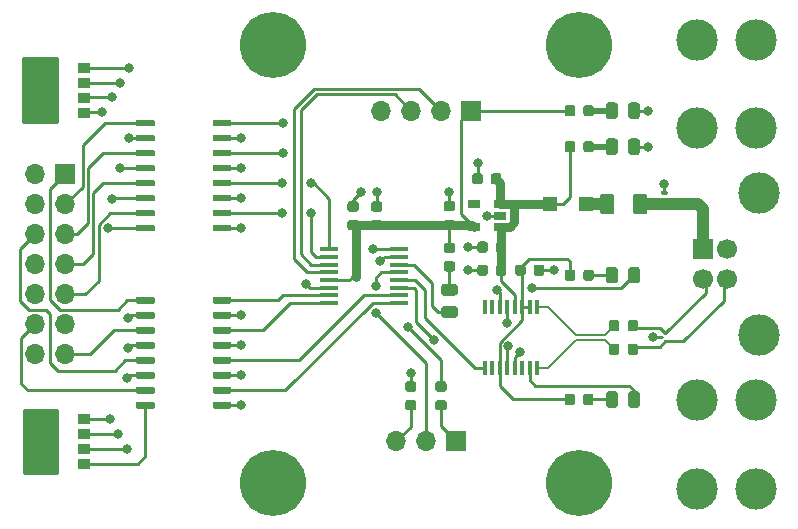
<source format=gbr>
G04 #@! TF.GenerationSoftware,KiCad,Pcbnew,(5.0.2)-1*
G04 #@! TF.CreationDate,2019-03-19T19:21:29-04:00*
G04 #@! TF.ProjectId,Keithley_17X_USB,4b656974-686c-4657-995f-3137585f5553,rev?*
G04 #@! TF.SameCoordinates,Original*
G04 #@! TF.FileFunction,Copper,L1,Top*
G04 #@! TF.FilePolarity,Positive*
%FSLAX46Y46*%
G04 Gerber Fmt 4.6, Leading zero omitted, Abs format (unit mm)*
G04 Created by KiCad (PCBNEW (5.0.2)-1) date 3/19/2019 7:21:29 PM*
%MOMM*%
%LPD*%
G01*
G04 APERTURE LIST*
G04 #@! TA.AperFunction,ComponentPad*
%ADD10R,1.700000X1.700000*%
G04 #@! TD*
G04 #@! TA.AperFunction,ComponentPad*
%ADD11C,1.700000*%
G04 #@! TD*
G04 #@! TA.AperFunction,ComponentPad*
%ADD12C,3.500000*%
G04 #@! TD*
G04 #@! TA.AperFunction,ComponentPad*
%ADD13O,1.700000X1.700000*%
G04 #@! TD*
G04 #@! TA.AperFunction,Conductor*
%ADD14C,0.100000*%
G04 #@! TD*
G04 #@! TA.AperFunction,SMDPad,CuDef*
%ADD15C,0.875000*%
G04 #@! TD*
G04 #@! TA.AperFunction,SMDPad,CuDef*
%ADD16C,0.300000*%
G04 #@! TD*
G04 #@! TA.AperFunction,SMDPad,CuDef*
%ADD17C,0.200000*%
G04 #@! TD*
G04 #@! TA.AperFunction,SMDPad,CuDef*
%ADD18R,1.150000X1.300000*%
G04 #@! TD*
G04 #@! TA.AperFunction,SMDPad,CuDef*
%ADD19C,0.975000*%
G04 #@! TD*
G04 #@! TA.AperFunction,ComponentPad*
%ADD20C,5.600000*%
G04 #@! TD*
G04 #@! TA.AperFunction,SMDPad,CuDef*
%ADD21R,1.117600X0.889000*%
G04 #@! TD*
G04 #@! TA.AperFunction,SMDPad,CuDef*
%ADD22C,1.250000*%
G04 #@! TD*
G04 #@! TA.AperFunction,SMDPad,CuDef*
%ADD23C,0.550000*%
G04 #@! TD*
G04 #@! TA.AperFunction,SMDPad,CuDef*
%ADD24R,1.060000X0.650000*%
G04 #@! TD*
G04 #@! TA.AperFunction,SMDPad,CuDef*
%ADD25R,1.500000X0.450000*%
G04 #@! TD*
G04 #@! TA.AperFunction,SMDPad,CuDef*
%ADD26R,0.400000X1.200000*%
G04 #@! TD*
G04 #@! TA.AperFunction,ViaPad*
%ADD27C,0.800000*%
G04 #@! TD*
G04 #@! TA.AperFunction,Conductor*
%ADD28C,0.500000*%
G04 #@! TD*
G04 #@! TA.AperFunction,Conductor*
%ADD29C,0.250000*%
G04 #@! TD*
G04 #@! TA.AperFunction,Conductor*
%ADD30C,0.800000*%
G04 #@! TD*
G04 #@! TA.AperFunction,Conductor*
%ADD31C,1.000000*%
G04 #@! TD*
G04 #@! TA.AperFunction,Conductor*
%ADD32C,0.200000*%
G04 #@! TD*
G04 #@! TA.AperFunction,Conductor*
%ADD33C,0.254000*%
G04 #@! TD*
G04 APERTURE END LIST*
D10*
G04 #@! TO.P,J1,1*
G04 #@! TO.N,Net-(D1-Pad1)*
X132000000Y-70000000D03*
D11*
G04 #@! TO.P,J1,2*
G04 #@! TO.N,/D-*
X132000000Y-72500000D03*
G04 #@! TO.P,J1,3*
G04 #@! TO.N,/D+*
X134000000Y-72500000D03*
G04 #@! TO.P,J1,4*
G04 #@! TO.N,GND*
X134000000Y-70000000D03*
D12*
G04 #@! TO.P,J1,5*
X136710000Y-65230000D03*
X136710000Y-77270000D03*
G04 #@! TD*
D13*
G04 #@! TO.P,J2,14*
G04 #@! TO.N,N/C*
X75460000Y-78870000D03*
G04 #@! TO.P,J2,13*
G04 #@! TO.N,/D5_IN*
X78000000Y-78870000D03*
G04 #@! TO.P,J2,12*
G04 #@! TO.N,/OVERRANGE_IN*
X75460000Y-76330000D03*
G04 #@! TO.P,J2,11*
G04 #@! TO.N,GNDA*
X78000000Y-76330000D03*
G04 #@! TO.P,J2,10*
G04 #@! TO.N,N/C*
X75460000Y-73790000D03*
G04 #@! TO.P,J2,9*
G04 #@! TO.N,/B1_IN*
X78000000Y-73790000D03*
G04 #@! TO.P,J2,8*
G04 #@! TO.N,N/C*
X75460000Y-71250000D03*
G04 #@! TO.P,J2,7*
G04 #@! TO.N,/B2_IN*
X78000000Y-71250000D03*
G04 #@! TO.P,J2,6*
G04 #@! TO.N,/SIGN_IN*
X75460000Y-68710000D03*
G04 #@! TO.P,J2,5*
G04 #@! TO.N,/B4_IN*
X78000000Y-68710000D03*
G04 #@! TO.P,J2,4*
G04 #@! TO.N,N/C*
X75460000Y-66170000D03*
G04 #@! TO.P,J2,3*
G04 #@! TO.N,/B8_IN*
X78000000Y-66170000D03*
G04 #@! TO.P,J2,2*
G04 #@! TO.N,N/C*
X75460000Y-63630000D03*
D10*
G04 #@! TO.P,J2,1*
G04 #@! TO.N,/CLK_IN*
X78000000Y-63630000D03*
G04 #@! TD*
D14*
G04 #@! TO.N,+5V*
G04 #@! TO.C,C1*
G36*
X114702691Y-63551053D02*
X114723926Y-63554203D01*
X114744750Y-63559419D01*
X114764962Y-63566651D01*
X114784368Y-63575830D01*
X114802781Y-63586866D01*
X114820024Y-63599654D01*
X114835930Y-63614070D01*
X114850346Y-63629976D01*
X114863134Y-63647219D01*
X114874170Y-63665632D01*
X114883349Y-63685038D01*
X114890581Y-63705250D01*
X114895797Y-63726074D01*
X114898947Y-63747309D01*
X114900000Y-63768750D01*
X114900000Y-64281250D01*
X114898947Y-64302691D01*
X114895797Y-64323926D01*
X114890581Y-64344750D01*
X114883349Y-64364962D01*
X114874170Y-64384368D01*
X114863134Y-64402781D01*
X114850346Y-64420024D01*
X114835930Y-64435930D01*
X114820024Y-64450346D01*
X114802781Y-64463134D01*
X114784368Y-64474170D01*
X114764962Y-64483349D01*
X114744750Y-64490581D01*
X114723926Y-64495797D01*
X114702691Y-64498947D01*
X114681250Y-64500000D01*
X114243750Y-64500000D01*
X114222309Y-64498947D01*
X114201074Y-64495797D01*
X114180250Y-64490581D01*
X114160038Y-64483349D01*
X114140632Y-64474170D01*
X114122219Y-64463134D01*
X114104976Y-64450346D01*
X114089070Y-64435930D01*
X114074654Y-64420024D01*
X114061866Y-64402781D01*
X114050830Y-64384368D01*
X114041651Y-64364962D01*
X114034419Y-64344750D01*
X114029203Y-64323926D01*
X114026053Y-64302691D01*
X114025000Y-64281250D01*
X114025000Y-63768750D01*
X114026053Y-63747309D01*
X114029203Y-63726074D01*
X114034419Y-63705250D01*
X114041651Y-63685038D01*
X114050830Y-63665632D01*
X114061866Y-63647219D01*
X114074654Y-63629976D01*
X114089070Y-63614070D01*
X114104976Y-63599654D01*
X114122219Y-63586866D01*
X114140632Y-63575830D01*
X114160038Y-63566651D01*
X114180250Y-63559419D01*
X114201074Y-63554203D01*
X114222309Y-63551053D01*
X114243750Y-63550000D01*
X114681250Y-63550000D01*
X114702691Y-63551053D01*
X114702691Y-63551053D01*
G37*
D15*
G04 #@! TD*
G04 #@! TO.P,C1,1*
G04 #@! TO.N,+5V*
X114462500Y-64025000D03*
D14*
G04 #@! TO.N,GND*
G04 #@! TO.C,C1*
G36*
X113127691Y-63551053D02*
X113148926Y-63554203D01*
X113169750Y-63559419D01*
X113189962Y-63566651D01*
X113209368Y-63575830D01*
X113227781Y-63586866D01*
X113245024Y-63599654D01*
X113260930Y-63614070D01*
X113275346Y-63629976D01*
X113288134Y-63647219D01*
X113299170Y-63665632D01*
X113308349Y-63685038D01*
X113315581Y-63705250D01*
X113320797Y-63726074D01*
X113323947Y-63747309D01*
X113325000Y-63768750D01*
X113325000Y-64281250D01*
X113323947Y-64302691D01*
X113320797Y-64323926D01*
X113315581Y-64344750D01*
X113308349Y-64364962D01*
X113299170Y-64384368D01*
X113288134Y-64402781D01*
X113275346Y-64420024D01*
X113260930Y-64435930D01*
X113245024Y-64450346D01*
X113227781Y-64463134D01*
X113209368Y-64474170D01*
X113189962Y-64483349D01*
X113169750Y-64490581D01*
X113148926Y-64495797D01*
X113127691Y-64498947D01*
X113106250Y-64500000D01*
X112668750Y-64500000D01*
X112647309Y-64498947D01*
X112626074Y-64495797D01*
X112605250Y-64490581D01*
X112585038Y-64483349D01*
X112565632Y-64474170D01*
X112547219Y-64463134D01*
X112529976Y-64450346D01*
X112514070Y-64435930D01*
X112499654Y-64420024D01*
X112486866Y-64402781D01*
X112475830Y-64384368D01*
X112466651Y-64364962D01*
X112459419Y-64344750D01*
X112454203Y-64323926D01*
X112451053Y-64302691D01*
X112450000Y-64281250D01*
X112450000Y-63768750D01*
X112451053Y-63747309D01*
X112454203Y-63726074D01*
X112459419Y-63705250D01*
X112466651Y-63685038D01*
X112475830Y-63665632D01*
X112486866Y-63647219D01*
X112499654Y-63629976D01*
X112514070Y-63614070D01*
X112529976Y-63599654D01*
X112547219Y-63586866D01*
X112565632Y-63575830D01*
X112585038Y-63566651D01*
X112605250Y-63559419D01*
X112626074Y-63554203D01*
X112647309Y-63551053D01*
X112668750Y-63550000D01*
X113106250Y-63550000D01*
X113127691Y-63551053D01*
X113127691Y-63551053D01*
G37*
D15*
G04 #@! TD*
G04 #@! TO.P,C1,2*
G04 #@! TO.N,GND*
X112887500Y-64025000D03*
D14*
G04 #@! TO.N,+3V3*
G04 #@! TO.C,C2*
G36*
X110777691Y-67476053D02*
X110798926Y-67479203D01*
X110819750Y-67484419D01*
X110839962Y-67491651D01*
X110859368Y-67500830D01*
X110877781Y-67511866D01*
X110895024Y-67524654D01*
X110910930Y-67539070D01*
X110925346Y-67554976D01*
X110938134Y-67572219D01*
X110949170Y-67590632D01*
X110958349Y-67610038D01*
X110965581Y-67630250D01*
X110970797Y-67651074D01*
X110973947Y-67672309D01*
X110975000Y-67693750D01*
X110975000Y-68131250D01*
X110973947Y-68152691D01*
X110970797Y-68173926D01*
X110965581Y-68194750D01*
X110958349Y-68214962D01*
X110949170Y-68234368D01*
X110938134Y-68252781D01*
X110925346Y-68270024D01*
X110910930Y-68285930D01*
X110895024Y-68300346D01*
X110877781Y-68313134D01*
X110859368Y-68324170D01*
X110839962Y-68333349D01*
X110819750Y-68340581D01*
X110798926Y-68345797D01*
X110777691Y-68348947D01*
X110756250Y-68350000D01*
X110243750Y-68350000D01*
X110222309Y-68348947D01*
X110201074Y-68345797D01*
X110180250Y-68340581D01*
X110160038Y-68333349D01*
X110140632Y-68324170D01*
X110122219Y-68313134D01*
X110104976Y-68300346D01*
X110089070Y-68285930D01*
X110074654Y-68270024D01*
X110061866Y-68252781D01*
X110050830Y-68234368D01*
X110041651Y-68214962D01*
X110034419Y-68194750D01*
X110029203Y-68173926D01*
X110026053Y-68152691D01*
X110025000Y-68131250D01*
X110025000Y-67693750D01*
X110026053Y-67672309D01*
X110029203Y-67651074D01*
X110034419Y-67630250D01*
X110041651Y-67610038D01*
X110050830Y-67590632D01*
X110061866Y-67572219D01*
X110074654Y-67554976D01*
X110089070Y-67539070D01*
X110104976Y-67524654D01*
X110122219Y-67511866D01*
X110140632Y-67500830D01*
X110160038Y-67491651D01*
X110180250Y-67484419D01*
X110201074Y-67479203D01*
X110222309Y-67476053D01*
X110243750Y-67475000D01*
X110756250Y-67475000D01*
X110777691Y-67476053D01*
X110777691Y-67476053D01*
G37*
D15*
G04 #@! TD*
G04 #@! TO.P,C2,1*
G04 #@! TO.N,+3V3*
X110500000Y-67912500D03*
D14*
G04 #@! TO.N,GND*
G04 #@! TO.C,C2*
G36*
X110777691Y-65901053D02*
X110798926Y-65904203D01*
X110819750Y-65909419D01*
X110839962Y-65916651D01*
X110859368Y-65925830D01*
X110877781Y-65936866D01*
X110895024Y-65949654D01*
X110910930Y-65964070D01*
X110925346Y-65979976D01*
X110938134Y-65997219D01*
X110949170Y-66015632D01*
X110958349Y-66035038D01*
X110965581Y-66055250D01*
X110970797Y-66076074D01*
X110973947Y-66097309D01*
X110975000Y-66118750D01*
X110975000Y-66556250D01*
X110973947Y-66577691D01*
X110970797Y-66598926D01*
X110965581Y-66619750D01*
X110958349Y-66639962D01*
X110949170Y-66659368D01*
X110938134Y-66677781D01*
X110925346Y-66695024D01*
X110910930Y-66710930D01*
X110895024Y-66725346D01*
X110877781Y-66738134D01*
X110859368Y-66749170D01*
X110839962Y-66758349D01*
X110819750Y-66765581D01*
X110798926Y-66770797D01*
X110777691Y-66773947D01*
X110756250Y-66775000D01*
X110243750Y-66775000D01*
X110222309Y-66773947D01*
X110201074Y-66770797D01*
X110180250Y-66765581D01*
X110160038Y-66758349D01*
X110140632Y-66749170D01*
X110122219Y-66738134D01*
X110104976Y-66725346D01*
X110089070Y-66710930D01*
X110074654Y-66695024D01*
X110061866Y-66677781D01*
X110050830Y-66659368D01*
X110041651Y-66639962D01*
X110034419Y-66619750D01*
X110029203Y-66598926D01*
X110026053Y-66577691D01*
X110025000Y-66556250D01*
X110025000Y-66118750D01*
X110026053Y-66097309D01*
X110029203Y-66076074D01*
X110034419Y-66055250D01*
X110041651Y-66035038D01*
X110050830Y-66015632D01*
X110061866Y-65997219D01*
X110074654Y-65979976D01*
X110089070Y-65964070D01*
X110104976Y-65949654D01*
X110122219Y-65936866D01*
X110140632Y-65925830D01*
X110160038Y-65916651D01*
X110180250Y-65909419D01*
X110201074Y-65904203D01*
X110222309Y-65901053D01*
X110243750Y-65900000D01*
X110756250Y-65900000D01*
X110777691Y-65901053D01*
X110777691Y-65901053D01*
G37*
D15*
G04 #@! TD*
G04 #@! TO.P,C2,2*
G04 #@! TO.N,GND*
X110500000Y-66337500D03*
D14*
G04 #@! TO.N,+3V3*
G04 #@! TO.C,C3*
G36*
X104627691Y-67501053D02*
X104648926Y-67504203D01*
X104669750Y-67509419D01*
X104689962Y-67516651D01*
X104709368Y-67525830D01*
X104727781Y-67536866D01*
X104745024Y-67549654D01*
X104760930Y-67564070D01*
X104775346Y-67579976D01*
X104788134Y-67597219D01*
X104799170Y-67615632D01*
X104808349Y-67635038D01*
X104815581Y-67655250D01*
X104820797Y-67676074D01*
X104823947Y-67697309D01*
X104825000Y-67718750D01*
X104825000Y-68156250D01*
X104823947Y-68177691D01*
X104820797Y-68198926D01*
X104815581Y-68219750D01*
X104808349Y-68239962D01*
X104799170Y-68259368D01*
X104788134Y-68277781D01*
X104775346Y-68295024D01*
X104760930Y-68310930D01*
X104745024Y-68325346D01*
X104727781Y-68338134D01*
X104709368Y-68349170D01*
X104689962Y-68358349D01*
X104669750Y-68365581D01*
X104648926Y-68370797D01*
X104627691Y-68373947D01*
X104606250Y-68375000D01*
X104093750Y-68375000D01*
X104072309Y-68373947D01*
X104051074Y-68370797D01*
X104030250Y-68365581D01*
X104010038Y-68358349D01*
X103990632Y-68349170D01*
X103972219Y-68338134D01*
X103954976Y-68325346D01*
X103939070Y-68310930D01*
X103924654Y-68295024D01*
X103911866Y-68277781D01*
X103900830Y-68259368D01*
X103891651Y-68239962D01*
X103884419Y-68219750D01*
X103879203Y-68198926D01*
X103876053Y-68177691D01*
X103875000Y-68156250D01*
X103875000Y-67718750D01*
X103876053Y-67697309D01*
X103879203Y-67676074D01*
X103884419Y-67655250D01*
X103891651Y-67635038D01*
X103900830Y-67615632D01*
X103911866Y-67597219D01*
X103924654Y-67579976D01*
X103939070Y-67564070D01*
X103954976Y-67549654D01*
X103972219Y-67536866D01*
X103990632Y-67525830D01*
X104010038Y-67516651D01*
X104030250Y-67509419D01*
X104051074Y-67504203D01*
X104072309Y-67501053D01*
X104093750Y-67500000D01*
X104606250Y-67500000D01*
X104627691Y-67501053D01*
X104627691Y-67501053D01*
G37*
D15*
G04 #@! TD*
G04 #@! TO.P,C3,1*
G04 #@! TO.N,+3V3*
X104350000Y-67937500D03*
D14*
G04 #@! TO.N,GND*
G04 #@! TO.C,C3*
G36*
X104627691Y-65926053D02*
X104648926Y-65929203D01*
X104669750Y-65934419D01*
X104689962Y-65941651D01*
X104709368Y-65950830D01*
X104727781Y-65961866D01*
X104745024Y-65974654D01*
X104760930Y-65989070D01*
X104775346Y-66004976D01*
X104788134Y-66022219D01*
X104799170Y-66040632D01*
X104808349Y-66060038D01*
X104815581Y-66080250D01*
X104820797Y-66101074D01*
X104823947Y-66122309D01*
X104825000Y-66143750D01*
X104825000Y-66581250D01*
X104823947Y-66602691D01*
X104820797Y-66623926D01*
X104815581Y-66644750D01*
X104808349Y-66664962D01*
X104799170Y-66684368D01*
X104788134Y-66702781D01*
X104775346Y-66720024D01*
X104760930Y-66735930D01*
X104745024Y-66750346D01*
X104727781Y-66763134D01*
X104709368Y-66774170D01*
X104689962Y-66783349D01*
X104669750Y-66790581D01*
X104648926Y-66795797D01*
X104627691Y-66798947D01*
X104606250Y-66800000D01*
X104093750Y-66800000D01*
X104072309Y-66798947D01*
X104051074Y-66795797D01*
X104030250Y-66790581D01*
X104010038Y-66783349D01*
X103990632Y-66774170D01*
X103972219Y-66763134D01*
X103954976Y-66750346D01*
X103939070Y-66735930D01*
X103924654Y-66720024D01*
X103911866Y-66702781D01*
X103900830Y-66684368D01*
X103891651Y-66664962D01*
X103884419Y-66644750D01*
X103879203Y-66623926D01*
X103876053Y-66602691D01*
X103875000Y-66581250D01*
X103875000Y-66143750D01*
X103876053Y-66122309D01*
X103879203Y-66101074D01*
X103884419Y-66080250D01*
X103891651Y-66060038D01*
X103900830Y-66040632D01*
X103911866Y-66022219D01*
X103924654Y-66004976D01*
X103939070Y-65989070D01*
X103954976Y-65974654D01*
X103972219Y-65961866D01*
X103990632Y-65950830D01*
X104010038Y-65941651D01*
X104030250Y-65934419D01*
X104051074Y-65929203D01*
X104072309Y-65926053D01*
X104093750Y-65925000D01*
X104606250Y-65925000D01*
X104627691Y-65926053D01*
X104627691Y-65926053D01*
G37*
D15*
G04 #@! TD*
G04 #@! TO.P,C3,2*
G04 #@! TO.N,GND*
X104350000Y-66362500D03*
D14*
G04 #@! TO.N,GND*
G04 #@! TO.C,C4*
G36*
X102627691Y-65926053D02*
X102648926Y-65929203D01*
X102669750Y-65934419D01*
X102689962Y-65941651D01*
X102709368Y-65950830D01*
X102727781Y-65961866D01*
X102745024Y-65974654D01*
X102760930Y-65989070D01*
X102775346Y-66004976D01*
X102788134Y-66022219D01*
X102799170Y-66040632D01*
X102808349Y-66060038D01*
X102815581Y-66080250D01*
X102820797Y-66101074D01*
X102823947Y-66122309D01*
X102825000Y-66143750D01*
X102825000Y-66581250D01*
X102823947Y-66602691D01*
X102820797Y-66623926D01*
X102815581Y-66644750D01*
X102808349Y-66664962D01*
X102799170Y-66684368D01*
X102788134Y-66702781D01*
X102775346Y-66720024D01*
X102760930Y-66735930D01*
X102745024Y-66750346D01*
X102727781Y-66763134D01*
X102709368Y-66774170D01*
X102689962Y-66783349D01*
X102669750Y-66790581D01*
X102648926Y-66795797D01*
X102627691Y-66798947D01*
X102606250Y-66800000D01*
X102093750Y-66800000D01*
X102072309Y-66798947D01*
X102051074Y-66795797D01*
X102030250Y-66790581D01*
X102010038Y-66783349D01*
X101990632Y-66774170D01*
X101972219Y-66763134D01*
X101954976Y-66750346D01*
X101939070Y-66735930D01*
X101924654Y-66720024D01*
X101911866Y-66702781D01*
X101900830Y-66684368D01*
X101891651Y-66664962D01*
X101884419Y-66644750D01*
X101879203Y-66623926D01*
X101876053Y-66602691D01*
X101875000Y-66581250D01*
X101875000Y-66143750D01*
X101876053Y-66122309D01*
X101879203Y-66101074D01*
X101884419Y-66080250D01*
X101891651Y-66060038D01*
X101900830Y-66040632D01*
X101911866Y-66022219D01*
X101924654Y-66004976D01*
X101939070Y-65989070D01*
X101954976Y-65974654D01*
X101972219Y-65961866D01*
X101990632Y-65950830D01*
X102010038Y-65941651D01*
X102030250Y-65934419D01*
X102051074Y-65929203D01*
X102072309Y-65926053D01*
X102093750Y-65925000D01*
X102606250Y-65925000D01*
X102627691Y-65926053D01*
X102627691Y-65926053D01*
G37*
D15*
G04 #@! TD*
G04 #@! TO.P,C4,2*
G04 #@! TO.N,GND*
X102350000Y-66362500D03*
D14*
G04 #@! TO.N,+3V3*
G04 #@! TO.C,C4*
G36*
X102627691Y-67501053D02*
X102648926Y-67504203D01*
X102669750Y-67509419D01*
X102689962Y-67516651D01*
X102709368Y-67525830D01*
X102727781Y-67536866D01*
X102745024Y-67549654D01*
X102760930Y-67564070D01*
X102775346Y-67579976D01*
X102788134Y-67597219D01*
X102799170Y-67615632D01*
X102808349Y-67635038D01*
X102815581Y-67655250D01*
X102820797Y-67676074D01*
X102823947Y-67697309D01*
X102825000Y-67718750D01*
X102825000Y-68156250D01*
X102823947Y-68177691D01*
X102820797Y-68198926D01*
X102815581Y-68219750D01*
X102808349Y-68239962D01*
X102799170Y-68259368D01*
X102788134Y-68277781D01*
X102775346Y-68295024D01*
X102760930Y-68310930D01*
X102745024Y-68325346D01*
X102727781Y-68338134D01*
X102709368Y-68349170D01*
X102689962Y-68358349D01*
X102669750Y-68365581D01*
X102648926Y-68370797D01*
X102627691Y-68373947D01*
X102606250Y-68375000D01*
X102093750Y-68375000D01*
X102072309Y-68373947D01*
X102051074Y-68370797D01*
X102030250Y-68365581D01*
X102010038Y-68358349D01*
X101990632Y-68349170D01*
X101972219Y-68338134D01*
X101954976Y-68325346D01*
X101939070Y-68310930D01*
X101924654Y-68295024D01*
X101911866Y-68277781D01*
X101900830Y-68259368D01*
X101891651Y-68239962D01*
X101884419Y-68219750D01*
X101879203Y-68198926D01*
X101876053Y-68177691D01*
X101875000Y-68156250D01*
X101875000Y-67718750D01*
X101876053Y-67697309D01*
X101879203Y-67676074D01*
X101884419Y-67655250D01*
X101891651Y-67635038D01*
X101900830Y-67615632D01*
X101911866Y-67597219D01*
X101924654Y-67579976D01*
X101939070Y-67564070D01*
X101954976Y-67549654D01*
X101972219Y-67536866D01*
X101990632Y-67525830D01*
X102010038Y-67516651D01*
X102030250Y-67509419D01*
X102051074Y-67504203D01*
X102072309Y-67501053D01*
X102093750Y-67500000D01*
X102606250Y-67500000D01*
X102627691Y-67501053D01*
X102627691Y-67501053D01*
G37*
D15*
G04 #@! TD*
G04 #@! TO.P,C4,1*
G04 #@! TO.N,+3V3*
X102350000Y-67937500D03*
D14*
G04 #@! TO.N,GND*
G04 #@! TO.C,C5*
G36*
X113552691Y-69326053D02*
X113573926Y-69329203D01*
X113594750Y-69334419D01*
X113614962Y-69341651D01*
X113634368Y-69350830D01*
X113652781Y-69361866D01*
X113670024Y-69374654D01*
X113685930Y-69389070D01*
X113700346Y-69404976D01*
X113713134Y-69422219D01*
X113724170Y-69440632D01*
X113733349Y-69460038D01*
X113740581Y-69480250D01*
X113745797Y-69501074D01*
X113748947Y-69522309D01*
X113750000Y-69543750D01*
X113750000Y-70056250D01*
X113748947Y-70077691D01*
X113745797Y-70098926D01*
X113740581Y-70119750D01*
X113733349Y-70139962D01*
X113724170Y-70159368D01*
X113713134Y-70177781D01*
X113700346Y-70195024D01*
X113685930Y-70210930D01*
X113670024Y-70225346D01*
X113652781Y-70238134D01*
X113634368Y-70249170D01*
X113614962Y-70258349D01*
X113594750Y-70265581D01*
X113573926Y-70270797D01*
X113552691Y-70273947D01*
X113531250Y-70275000D01*
X113093750Y-70275000D01*
X113072309Y-70273947D01*
X113051074Y-70270797D01*
X113030250Y-70265581D01*
X113010038Y-70258349D01*
X112990632Y-70249170D01*
X112972219Y-70238134D01*
X112954976Y-70225346D01*
X112939070Y-70210930D01*
X112924654Y-70195024D01*
X112911866Y-70177781D01*
X112900830Y-70159368D01*
X112891651Y-70139962D01*
X112884419Y-70119750D01*
X112879203Y-70098926D01*
X112876053Y-70077691D01*
X112875000Y-70056250D01*
X112875000Y-69543750D01*
X112876053Y-69522309D01*
X112879203Y-69501074D01*
X112884419Y-69480250D01*
X112891651Y-69460038D01*
X112900830Y-69440632D01*
X112911866Y-69422219D01*
X112924654Y-69404976D01*
X112939070Y-69389070D01*
X112954976Y-69374654D01*
X112972219Y-69361866D01*
X112990632Y-69350830D01*
X113010038Y-69341651D01*
X113030250Y-69334419D01*
X113051074Y-69329203D01*
X113072309Y-69326053D01*
X113093750Y-69325000D01*
X113531250Y-69325000D01*
X113552691Y-69326053D01*
X113552691Y-69326053D01*
G37*
D15*
G04 #@! TD*
G04 #@! TO.P,C5,2*
G04 #@! TO.N,GND*
X113312500Y-69800000D03*
D14*
G04 #@! TO.N,+5V*
G04 #@! TO.C,C5*
G36*
X115127691Y-69326053D02*
X115148926Y-69329203D01*
X115169750Y-69334419D01*
X115189962Y-69341651D01*
X115209368Y-69350830D01*
X115227781Y-69361866D01*
X115245024Y-69374654D01*
X115260930Y-69389070D01*
X115275346Y-69404976D01*
X115288134Y-69422219D01*
X115299170Y-69440632D01*
X115308349Y-69460038D01*
X115315581Y-69480250D01*
X115320797Y-69501074D01*
X115323947Y-69522309D01*
X115325000Y-69543750D01*
X115325000Y-70056250D01*
X115323947Y-70077691D01*
X115320797Y-70098926D01*
X115315581Y-70119750D01*
X115308349Y-70139962D01*
X115299170Y-70159368D01*
X115288134Y-70177781D01*
X115275346Y-70195024D01*
X115260930Y-70210930D01*
X115245024Y-70225346D01*
X115227781Y-70238134D01*
X115209368Y-70249170D01*
X115189962Y-70258349D01*
X115169750Y-70265581D01*
X115148926Y-70270797D01*
X115127691Y-70273947D01*
X115106250Y-70275000D01*
X114668750Y-70275000D01*
X114647309Y-70273947D01*
X114626074Y-70270797D01*
X114605250Y-70265581D01*
X114585038Y-70258349D01*
X114565632Y-70249170D01*
X114547219Y-70238134D01*
X114529976Y-70225346D01*
X114514070Y-70210930D01*
X114499654Y-70195024D01*
X114486866Y-70177781D01*
X114475830Y-70159368D01*
X114466651Y-70139962D01*
X114459419Y-70119750D01*
X114454203Y-70098926D01*
X114451053Y-70077691D01*
X114450000Y-70056250D01*
X114450000Y-69543750D01*
X114451053Y-69522309D01*
X114454203Y-69501074D01*
X114459419Y-69480250D01*
X114466651Y-69460038D01*
X114475830Y-69440632D01*
X114486866Y-69422219D01*
X114499654Y-69404976D01*
X114514070Y-69389070D01*
X114529976Y-69374654D01*
X114547219Y-69361866D01*
X114565632Y-69350830D01*
X114585038Y-69341651D01*
X114605250Y-69334419D01*
X114626074Y-69329203D01*
X114647309Y-69326053D01*
X114668750Y-69325000D01*
X115106250Y-69325000D01*
X115127691Y-69326053D01*
X115127691Y-69326053D01*
G37*
D15*
G04 #@! TD*
G04 #@! TO.P,C5,1*
G04 #@! TO.N,+5V*
X114887500Y-69800000D03*
D14*
G04 #@! TO.N,+5V*
G04 #@! TO.C,C6*
G36*
X115127691Y-71276053D02*
X115148926Y-71279203D01*
X115169750Y-71284419D01*
X115189962Y-71291651D01*
X115209368Y-71300830D01*
X115227781Y-71311866D01*
X115245024Y-71324654D01*
X115260930Y-71339070D01*
X115275346Y-71354976D01*
X115288134Y-71372219D01*
X115299170Y-71390632D01*
X115308349Y-71410038D01*
X115315581Y-71430250D01*
X115320797Y-71451074D01*
X115323947Y-71472309D01*
X115325000Y-71493750D01*
X115325000Y-72006250D01*
X115323947Y-72027691D01*
X115320797Y-72048926D01*
X115315581Y-72069750D01*
X115308349Y-72089962D01*
X115299170Y-72109368D01*
X115288134Y-72127781D01*
X115275346Y-72145024D01*
X115260930Y-72160930D01*
X115245024Y-72175346D01*
X115227781Y-72188134D01*
X115209368Y-72199170D01*
X115189962Y-72208349D01*
X115169750Y-72215581D01*
X115148926Y-72220797D01*
X115127691Y-72223947D01*
X115106250Y-72225000D01*
X114668750Y-72225000D01*
X114647309Y-72223947D01*
X114626074Y-72220797D01*
X114605250Y-72215581D01*
X114585038Y-72208349D01*
X114565632Y-72199170D01*
X114547219Y-72188134D01*
X114529976Y-72175346D01*
X114514070Y-72160930D01*
X114499654Y-72145024D01*
X114486866Y-72127781D01*
X114475830Y-72109368D01*
X114466651Y-72089962D01*
X114459419Y-72069750D01*
X114454203Y-72048926D01*
X114451053Y-72027691D01*
X114450000Y-72006250D01*
X114450000Y-71493750D01*
X114451053Y-71472309D01*
X114454203Y-71451074D01*
X114459419Y-71430250D01*
X114466651Y-71410038D01*
X114475830Y-71390632D01*
X114486866Y-71372219D01*
X114499654Y-71354976D01*
X114514070Y-71339070D01*
X114529976Y-71324654D01*
X114547219Y-71311866D01*
X114565632Y-71300830D01*
X114585038Y-71291651D01*
X114605250Y-71284419D01*
X114626074Y-71279203D01*
X114647309Y-71276053D01*
X114668750Y-71275000D01*
X115106250Y-71275000D01*
X115127691Y-71276053D01*
X115127691Y-71276053D01*
G37*
D15*
G04 #@! TD*
G04 #@! TO.P,C6,1*
G04 #@! TO.N,+5V*
X114887500Y-71750000D03*
D14*
G04 #@! TO.N,GND*
G04 #@! TO.C,C6*
G36*
X113552691Y-71276053D02*
X113573926Y-71279203D01*
X113594750Y-71284419D01*
X113614962Y-71291651D01*
X113634368Y-71300830D01*
X113652781Y-71311866D01*
X113670024Y-71324654D01*
X113685930Y-71339070D01*
X113700346Y-71354976D01*
X113713134Y-71372219D01*
X113724170Y-71390632D01*
X113733349Y-71410038D01*
X113740581Y-71430250D01*
X113745797Y-71451074D01*
X113748947Y-71472309D01*
X113750000Y-71493750D01*
X113750000Y-72006250D01*
X113748947Y-72027691D01*
X113745797Y-72048926D01*
X113740581Y-72069750D01*
X113733349Y-72089962D01*
X113724170Y-72109368D01*
X113713134Y-72127781D01*
X113700346Y-72145024D01*
X113685930Y-72160930D01*
X113670024Y-72175346D01*
X113652781Y-72188134D01*
X113634368Y-72199170D01*
X113614962Y-72208349D01*
X113594750Y-72215581D01*
X113573926Y-72220797D01*
X113552691Y-72223947D01*
X113531250Y-72225000D01*
X113093750Y-72225000D01*
X113072309Y-72223947D01*
X113051074Y-72220797D01*
X113030250Y-72215581D01*
X113010038Y-72208349D01*
X112990632Y-72199170D01*
X112972219Y-72188134D01*
X112954976Y-72175346D01*
X112939070Y-72160930D01*
X112924654Y-72145024D01*
X112911866Y-72127781D01*
X112900830Y-72109368D01*
X112891651Y-72089962D01*
X112884419Y-72069750D01*
X112879203Y-72048926D01*
X112876053Y-72027691D01*
X112875000Y-72006250D01*
X112875000Y-71493750D01*
X112876053Y-71472309D01*
X112879203Y-71451074D01*
X112884419Y-71430250D01*
X112891651Y-71410038D01*
X112900830Y-71390632D01*
X112911866Y-71372219D01*
X112924654Y-71354976D01*
X112939070Y-71339070D01*
X112954976Y-71324654D01*
X112972219Y-71311866D01*
X112990632Y-71300830D01*
X113010038Y-71291651D01*
X113030250Y-71284419D01*
X113051074Y-71279203D01*
X113072309Y-71276053D01*
X113093750Y-71275000D01*
X113531250Y-71275000D01*
X113552691Y-71276053D01*
X113552691Y-71276053D01*
G37*
D15*
G04 #@! TD*
G04 #@! TO.P,C6,2*
G04 #@! TO.N,GND*
X113312500Y-71750000D03*
D14*
G04 #@! TO.N,GND*
G04 #@! TO.C,C7*
G36*
X118327691Y-71276053D02*
X118348926Y-71279203D01*
X118369750Y-71284419D01*
X118389962Y-71291651D01*
X118409368Y-71300830D01*
X118427781Y-71311866D01*
X118445024Y-71324654D01*
X118460930Y-71339070D01*
X118475346Y-71354976D01*
X118488134Y-71372219D01*
X118499170Y-71390632D01*
X118508349Y-71410038D01*
X118515581Y-71430250D01*
X118520797Y-71451074D01*
X118523947Y-71472309D01*
X118525000Y-71493750D01*
X118525000Y-72006250D01*
X118523947Y-72027691D01*
X118520797Y-72048926D01*
X118515581Y-72069750D01*
X118508349Y-72089962D01*
X118499170Y-72109368D01*
X118488134Y-72127781D01*
X118475346Y-72145024D01*
X118460930Y-72160930D01*
X118445024Y-72175346D01*
X118427781Y-72188134D01*
X118409368Y-72199170D01*
X118389962Y-72208349D01*
X118369750Y-72215581D01*
X118348926Y-72220797D01*
X118327691Y-72223947D01*
X118306250Y-72225000D01*
X117868750Y-72225000D01*
X117847309Y-72223947D01*
X117826074Y-72220797D01*
X117805250Y-72215581D01*
X117785038Y-72208349D01*
X117765632Y-72199170D01*
X117747219Y-72188134D01*
X117729976Y-72175346D01*
X117714070Y-72160930D01*
X117699654Y-72145024D01*
X117686866Y-72127781D01*
X117675830Y-72109368D01*
X117666651Y-72089962D01*
X117659419Y-72069750D01*
X117654203Y-72048926D01*
X117651053Y-72027691D01*
X117650000Y-72006250D01*
X117650000Y-71493750D01*
X117651053Y-71472309D01*
X117654203Y-71451074D01*
X117659419Y-71430250D01*
X117666651Y-71410038D01*
X117675830Y-71390632D01*
X117686866Y-71372219D01*
X117699654Y-71354976D01*
X117714070Y-71339070D01*
X117729976Y-71324654D01*
X117747219Y-71311866D01*
X117765632Y-71300830D01*
X117785038Y-71291651D01*
X117805250Y-71284419D01*
X117826074Y-71279203D01*
X117847309Y-71276053D01*
X117868750Y-71275000D01*
X118306250Y-71275000D01*
X118327691Y-71276053D01*
X118327691Y-71276053D01*
G37*
D15*
G04 #@! TD*
G04 #@! TO.P,C7,2*
G04 #@! TO.N,GND*
X118087500Y-71750000D03*
D14*
G04 #@! TO.N,/VCCIO*
G04 #@! TO.C,C7*
G36*
X116752691Y-71276053D02*
X116773926Y-71279203D01*
X116794750Y-71284419D01*
X116814962Y-71291651D01*
X116834368Y-71300830D01*
X116852781Y-71311866D01*
X116870024Y-71324654D01*
X116885930Y-71339070D01*
X116900346Y-71354976D01*
X116913134Y-71372219D01*
X116924170Y-71390632D01*
X116933349Y-71410038D01*
X116940581Y-71430250D01*
X116945797Y-71451074D01*
X116948947Y-71472309D01*
X116950000Y-71493750D01*
X116950000Y-72006250D01*
X116948947Y-72027691D01*
X116945797Y-72048926D01*
X116940581Y-72069750D01*
X116933349Y-72089962D01*
X116924170Y-72109368D01*
X116913134Y-72127781D01*
X116900346Y-72145024D01*
X116885930Y-72160930D01*
X116870024Y-72175346D01*
X116852781Y-72188134D01*
X116834368Y-72199170D01*
X116814962Y-72208349D01*
X116794750Y-72215581D01*
X116773926Y-72220797D01*
X116752691Y-72223947D01*
X116731250Y-72225000D01*
X116293750Y-72225000D01*
X116272309Y-72223947D01*
X116251074Y-72220797D01*
X116230250Y-72215581D01*
X116210038Y-72208349D01*
X116190632Y-72199170D01*
X116172219Y-72188134D01*
X116154976Y-72175346D01*
X116139070Y-72160930D01*
X116124654Y-72145024D01*
X116111866Y-72127781D01*
X116100830Y-72109368D01*
X116091651Y-72089962D01*
X116084419Y-72069750D01*
X116079203Y-72048926D01*
X116076053Y-72027691D01*
X116075000Y-72006250D01*
X116075000Y-71493750D01*
X116076053Y-71472309D01*
X116079203Y-71451074D01*
X116084419Y-71430250D01*
X116091651Y-71410038D01*
X116100830Y-71390632D01*
X116111866Y-71372219D01*
X116124654Y-71354976D01*
X116139070Y-71339070D01*
X116154976Y-71324654D01*
X116172219Y-71311866D01*
X116190632Y-71300830D01*
X116210038Y-71291651D01*
X116230250Y-71284419D01*
X116251074Y-71279203D01*
X116272309Y-71276053D01*
X116293750Y-71275000D01*
X116731250Y-71275000D01*
X116752691Y-71276053D01*
X116752691Y-71276053D01*
G37*
D15*
G04 #@! TD*
G04 #@! TO.P,C7,1*
G04 #@! TO.N,/VCCIO*
X116512500Y-71750000D03*
D14*
G04 #@! TO.N,Net-(D1-Pad1)*
G04 #@! TO.C,D1*
G36*
X128907351Y-65750361D02*
X128914632Y-65751441D01*
X128921771Y-65753229D01*
X128928701Y-65755709D01*
X128935355Y-65758856D01*
X128941668Y-65762640D01*
X128947579Y-65767024D01*
X128953033Y-65771967D01*
X128957976Y-65777421D01*
X128962360Y-65783332D01*
X128966144Y-65789645D01*
X128969291Y-65796299D01*
X128971771Y-65803229D01*
X128973559Y-65810368D01*
X128974639Y-65817649D01*
X128975000Y-65825000D01*
X128975000Y-65975000D01*
X128974639Y-65982351D01*
X128973559Y-65989632D01*
X128971771Y-65996771D01*
X128969291Y-66003701D01*
X128966144Y-66010355D01*
X128962360Y-66016668D01*
X128957976Y-66022579D01*
X128953033Y-66028033D01*
X128947579Y-66032976D01*
X128941668Y-66037360D01*
X128935355Y-66041144D01*
X128928701Y-66044291D01*
X128921771Y-66046771D01*
X128914632Y-66048559D01*
X128907351Y-66049639D01*
X128900000Y-66050000D01*
X128500000Y-66050000D01*
X128492649Y-66049639D01*
X128485368Y-66048559D01*
X128478229Y-66046771D01*
X128471299Y-66044291D01*
X128464645Y-66041144D01*
X128458332Y-66037360D01*
X128452421Y-66032976D01*
X128446967Y-66028033D01*
X128442024Y-66022579D01*
X128437640Y-66016668D01*
X128433856Y-66010355D01*
X128430709Y-66003701D01*
X128428229Y-65996771D01*
X128426441Y-65989632D01*
X128425361Y-65982351D01*
X128425000Y-65975000D01*
X128425000Y-65825000D01*
X128425361Y-65817649D01*
X128426441Y-65810368D01*
X128428229Y-65803229D01*
X128430709Y-65796299D01*
X128433856Y-65789645D01*
X128437640Y-65783332D01*
X128442024Y-65777421D01*
X128446967Y-65771967D01*
X128452421Y-65767024D01*
X128458332Y-65762640D01*
X128464645Y-65758856D01*
X128471299Y-65755709D01*
X128478229Y-65753229D01*
X128485368Y-65751441D01*
X128492649Y-65750361D01*
X128500000Y-65750000D01*
X128900000Y-65750000D01*
X128907351Y-65750361D01*
X128907351Y-65750361D01*
G37*
D16*
G04 #@! TD*
G04 #@! TO.P,D1,1*
G04 #@! TO.N,Net-(D1-Pad1)*
X128700000Y-65900000D03*
D14*
G04 #@! TO.N,GND*
G04 #@! TO.C,D1*
G36*
X128907351Y-65050361D02*
X128914632Y-65051441D01*
X128921771Y-65053229D01*
X128928701Y-65055709D01*
X128935355Y-65058856D01*
X128941668Y-65062640D01*
X128947579Y-65067024D01*
X128953033Y-65071967D01*
X128957976Y-65077421D01*
X128962360Y-65083332D01*
X128966144Y-65089645D01*
X128969291Y-65096299D01*
X128971771Y-65103229D01*
X128973559Y-65110368D01*
X128974639Y-65117649D01*
X128975000Y-65125000D01*
X128975000Y-65275000D01*
X128974639Y-65282351D01*
X128973559Y-65289632D01*
X128971771Y-65296771D01*
X128969291Y-65303701D01*
X128966144Y-65310355D01*
X128962360Y-65316668D01*
X128957976Y-65322579D01*
X128953033Y-65328033D01*
X128947579Y-65332976D01*
X128941668Y-65337360D01*
X128935355Y-65341144D01*
X128928701Y-65344291D01*
X128921771Y-65346771D01*
X128914632Y-65348559D01*
X128907351Y-65349639D01*
X128900000Y-65350000D01*
X128500000Y-65350000D01*
X128492649Y-65349639D01*
X128485368Y-65348559D01*
X128478229Y-65346771D01*
X128471299Y-65344291D01*
X128464645Y-65341144D01*
X128458332Y-65337360D01*
X128452421Y-65332976D01*
X128446967Y-65328033D01*
X128442024Y-65322579D01*
X128437640Y-65316668D01*
X128433856Y-65310355D01*
X128430709Y-65303701D01*
X128428229Y-65296771D01*
X128426441Y-65289632D01*
X128425361Y-65282351D01*
X128425000Y-65275000D01*
X128425000Y-65125000D01*
X128425361Y-65117649D01*
X128426441Y-65110368D01*
X128428229Y-65103229D01*
X128430709Y-65096299D01*
X128433856Y-65089645D01*
X128437640Y-65083332D01*
X128442024Y-65077421D01*
X128446967Y-65071967D01*
X128452421Y-65067024D01*
X128458332Y-65062640D01*
X128464645Y-65058856D01*
X128471299Y-65055709D01*
X128478229Y-65053229D01*
X128485368Y-65051441D01*
X128492649Y-65050361D01*
X128500000Y-65050000D01*
X128900000Y-65050000D01*
X128907351Y-65050361D01*
X128907351Y-65050361D01*
G37*
D16*
G04 #@! TD*
G04 #@! TO.P,D1,2*
G04 #@! TO.N,GND*
X128700000Y-65200000D03*
D14*
G04 #@! TO.N,GND*
G04 #@! TO.C,D2*
G36*
X128554901Y-77350241D02*
X128559755Y-77350961D01*
X128564514Y-77352153D01*
X128569134Y-77353806D01*
X128573570Y-77355904D01*
X128577779Y-77358427D01*
X128581720Y-77361349D01*
X128585355Y-77364645D01*
X128588651Y-77368280D01*
X128591573Y-77372221D01*
X128594096Y-77376430D01*
X128596194Y-77380866D01*
X128597847Y-77385486D01*
X128599039Y-77390245D01*
X128599759Y-77395099D01*
X128600000Y-77400000D01*
X128600000Y-77500000D01*
X128599759Y-77504901D01*
X128599039Y-77509755D01*
X128597847Y-77514514D01*
X128596194Y-77519134D01*
X128594096Y-77523570D01*
X128591573Y-77527779D01*
X128588651Y-77531720D01*
X128585355Y-77535355D01*
X128581720Y-77538651D01*
X128577779Y-77541573D01*
X128573570Y-77544096D01*
X128569134Y-77546194D01*
X128564514Y-77547847D01*
X128559755Y-77549039D01*
X128554901Y-77549759D01*
X128550000Y-77550000D01*
X128450000Y-77550000D01*
X128445099Y-77549759D01*
X128440245Y-77549039D01*
X128435486Y-77547847D01*
X128430866Y-77546194D01*
X128426430Y-77544096D01*
X128422221Y-77541573D01*
X128418280Y-77538651D01*
X128414645Y-77535355D01*
X128411349Y-77531720D01*
X128408427Y-77527779D01*
X128405904Y-77523570D01*
X128403806Y-77519134D01*
X128402153Y-77514514D01*
X128400961Y-77509755D01*
X128400241Y-77504901D01*
X128400000Y-77500000D01*
X128400000Y-77400000D01*
X128400241Y-77395099D01*
X128400961Y-77390245D01*
X128402153Y-77385486D01*
X128403806Y-77380866D01*
X128405904Y-77376430D01*
X128408427Y-77372221D01*
X128411349Y-77368280D01*
X128414645Y-77364645D01*
X128418280Y-77361349D01*
X128422221Y-77358427D01*
X128426430Y-77355904D01*
X128430866Y-77353806D01*
X128435486Y-77352153D01*
X128440245Y-77350961D01*
X128445099Y-77350241D01*
X128450000Y-77350000D01*
X128550000Y-77350000D01*
X128554901Y-77350241D01*
X128554901Y-77350241D01*
G37*
D17*
G04 #@! TD*
G04 #@! TO.P,D2,1*
G04 #@! TO.N,GND*
X128500000Y-77450000D03*
D14*
G04 #@! TO.N,/D+*
G04 #@! TO.C,D2*
G36*
X128854901Y-77690241D02*
X128859755Y-77690961D01*
X128864514Y-77692153D01*
X128869134Y-77693806D01*
X128873570Y-77695904D01*
X128877779Y-77698427D01*
X128881720Y-77701349D01*
X128885355Y-77704645D01*
X128888651Y-77708280D01*
X128891573Y-77712221D01*
X128894096Y-77716430D01*
X128896194Y-77720866D01*
X128897847Y-77725486D01*
X128899039Y-77730245D01*
X128899759Y-77735099D01*
X128900000Y-77740000D01*
X128900000Y-77840000D01*
X128899759Y-77844901D01*
X128899039Y-77849755D01*
X128897847Y-77854514D01*
X128896194Y-77859134D01*
X128894096Y-77863570D01*
X128891573Y-77867779D01*
X128888651Y-77871720D01*
X128885355Y-77875355D01*
X128881720Y-77878651D01*
X128877779Y-77881573D01*
X128873570Y-77884096D01*
X128869134Y-77886194D01*
X128864514Y-77887847D01*
X128859755Y-77889039D01*
X128854901Y-77889759D01*
X128850000Y-77890000D01*
X128750000Y-77890000D01*
X128745099Y-77889759D01*
X128740245Y-77889039D01*
X128735486Y-77887847D01*
X128730866Y-77886194D01*
X128726430Y-77884096D01*
X128722221Y-77881573D01*
X128718280Y-77878651D01*
X128714645Y-77875355D01*
X128711349Y-77871720D01*
X128708427Y-77867779D01*
X128705904Y-77863570D01*
X128703806Y-77859134D01*
X128702153Y-77854514D01*
X128700961Y-77849755D01*
X128700241Y-77844901D01*
X128700000Y-77840000D01*
X128700000Y-77740000D01*
X128700241Y-77735099D01*
X128700961Y-77730245D01*
X128702153Y-77725486D01*
X128703806Y-77720866D01*
X128705904Y-77716430D01*
X128708427Y-77712221D01*
X128711349Y-77708280D01*
X128714645Y-77704645D01*
X128718280Y-77701349D01*
X128722221Y-77698427D01*
X128726430Y-77695904D01*
X128730866Y-77693806D01*
X128735486Y-77692153D01*
X128740245Y-77690961D01*
X128745099Y-77690241D01*
X128750000Y-77690000D01*
X128850000Y-77690000D01*
X128854901Y-77690241D01*
X128854901Y-77690241D01*
G37*
D17*
G04 #@! TD*
G04 #@! TO.P,D2,2*
G04 #@! TO.N,/D+*
X128800000Y-77790000D03*
D14*
G04 #@! TO.N,/D-*
G04 #@! TO.C,D2*
G36*
X128854901Y-77010241D02*
X128859755Y-77010961D01*
X128864514Y-77012153D01*
X128869134Y-77013806D01*
X128873570Y-77015904D01*
X128877779Y-77018427D01*
X128881720Y-77021349D01*
X128885355Y-77024645D01*
X128888651Y-77028280D01*
X128891573Y-77032221D01*
X128894096Y-77036430D01*
X128896194Y-77040866D01*
X128897847Y-77045486D01*
X128899039Y-77050245D01*
X128899759Y-77055099D01*
X128900000Y-77060000D01*
X128900000Y-77160000D01*
X128899759Y-77164901D01*
X128899039Y-77169755D01*
X128897847Y-77174514D01*
X128896194Y-77179134D01*
X128894096Y-77183570D01*
X128891573Y-77187779D01*
X128888651Y-77191720D01*
X128885355Y-77195355D01*
X128881720Y-77198651D01*
X128877779Y-77201573D01*
X128873570Y-77204096D01*
X128869134Y-77206194D01*
X128864514Y-77207847D01*
X128859755Y-77209039D01*
X128854901Y-77209759D01*
X128850000Y-77210000D01*
X128750000Y-77210000D01*
X128745099Y-77209759D01*
X128740245Y-77209039D01*
X128735486Y-77207847D01*
X128730866Y-77206194D01*
X128726430Y-77204096D01*
X128722221Y-77201573D01*
X128718280Y-77198651D01*
X128714645Y-77195355D01*
X128711349Y-77191720D01*
X128708427Y-77187779D01*
X128705904Y-77183570D01*
X128703806Y-77179134D01*
X128702153Y-77174514D01*
X128700961Y-77169755D01*
X128700241Y-77164901D01*
X128700000Y-77160000D01*
X128700000Y-77060000D01*
X128700241Y-77055099D01*
X128700961Y-77050245D01*
X128702153Y-77045486D01*
X128703806Y-77040866D01*
X128705904Y-77036430D01*
X128708427Y-77032221D01*
X128711349Y-77028280D01*
X128714645Y-77024645D01*
X128718280Y-77021349D01*
X128722221Y-77018427D01*
X128726430Y-77015904D01*
X128730866Y-77013806D01*
X128735486Y-77012153D01*
X128740245Y-77010961D01*
X128745099Y-77010241D01*
X128750000Y-77010000D01*
X128850000Y-77010000D01*
X128854901Y-77010241D01*
X128854901Y-77010241D01*
G37*
D17*
G04 #@! TD*
G04 #@! TO.P,D2,3*
G04 #@! TO.N,/D-*
X128800000Y-77110000D03*
D18*
G04 #@! TO.P,D3,1*
G04 #@! TO.N,+5V*
X119000000Y-66150000D03*
G04 #@! TO.P,D3,2*
G04 #@! TO.N,Net-(D3-Pad2)*
X122100000Y-66150000D03*
G04 #@! TD*
D14*
G04 #@! TO.N,GND*
G04 #@! TO.C,D4*
G36*
X126405142Y-60601174D02*
X126428803Y-60604684D01*
X126452007Y-60610496D01*
X126474529Y-60618554D01*
X126496153Y-60628782D01*
X126516670Y-60641079D01*
X126535883Y-60655329D01*
X126553607Y-60671393D01*
X126569671Y-60689117D01*
X126583921Y-60708330D01*
X126596218Y-60728847D01*
X126606446Y-60750471D01*
X126614504Y-60772993D01*
X126620316Y-60796197D01*
X126623826Y-60819858D01*
X126625000Y-60843750D01*
X126625000Y-61756250D01*
X126623826Y-61780142D01*
X126620316Y-61803803D01*
X126614504Y-61827007D01*
X126606446Y-61849529D01*
X126596218Y-61871153D01*
X126583921Y-61891670D01*
X126569671Y-61910883D01*
X126553607Y-61928607D01*
X126535883Y-61944671D01*
X126516670Y-61958921D01*
X126496153Y-61971218D01*
X126474529Y-61981446D01*
X126452007Y-61989504D01*
X126428803Y-61995316D01*
X126405142Y-61998826D01*
X126381250Y-62000000D01*
X125893750Y-62000000D01*
X125869858Y-61998826D01*
X125846197Y-61995316D01*
X125822993Y-61989504D01*
X125800471Y-61981446D01*
X125778847Y-61971218D01*
X125758330Y-61958921D01*
X125739117Y-61944671D01*
X125721393Y-61928607D01*
X125705329Y-61910883D01*
X125691079Y-61891670D01*
X125678782Y-61871153D01*
X125668554Y-61849529D01*
X125660496Y-61827007D01*
X125654684Y-61803803D01*
X125651174Y-61780142D01*
X125650000Y-61756250D01*
X125650000Y-60843750D01*
X125651174Y-60819858D01*
X125654684Y-60796197D01*
X125660496Y-60772993D01*
X125668554Y-60750471D01*
X125678782Y-60728847D01*
X125691079Y-60708330D01*
X125705329Y-60689117D01*
X125721393Y-60671393D01*
X125739117Y-60655329D01*
X125758330Y-60641079D01*
X125778847Y-60628782D01*
X125800471Y-60618554D01*
X125822993Y-60610496D01*
X125846197Y-60604684D01*
X125869858Y-60601174D01*
X125893750Y-60600000D01*
X126381250Y-60600000D01*
X126405142Y-60601174D01*
X126405142Y-60601174D01*
G37*
D19*
G04 #@! TD*
G04 #@! TO.P,D4,1*
G04 #@! TO.N,GND*
X126137500Y-61300000D03*
D14*
G04 #@! TO.N,Net-(D4-Pad2)*
G04 #@! TO.C,D4*
G36*
X124530142Y-60601174D02*
X124553803Y-60604684D01*
X124577007Y-60610496D01*
X124599529Y-60618554D01*
X124621153Y-60628782D01*
X124641670Y-60641079D01*
X124660883Y-60655329D01*
X124678607Y-60671393D01*
X124694671Y-60689117D01*
X124708921Y-60708330D01*
X124721218Y-60728847D01*
X124731446Y-60750471D01*
X124739504Y-60772993D01*
X124745316Y-60796197D01*
X124748826Y-60819858D01*
X124750000Y-60843750D01*
X124750000Y-61756250D01*
X124748826Y-61780142D01*
X124745316Y-61803803D01*
X124739504Y-61827007D01*
X124731446Y-61849529D01*
X124721218Y-61871153D01*
X124708921Y-61891670D01*
X124694671Y-61910883D01*
X124678607Y-61928607D01*
X124660883Y-61944671D01*
X124641670Y-61958921D01*
X124621153Y-61971218D01*
X124599529Y-61981446D01*
X124577007Y-61989504D01*
X124553803Y-61995316D01*
X124530142Y-61998826D01*
X124506250Y-62000000D01*
X124018750Y-62000000D01*
X123994858Y-61998826D01*
X123971197Y-61995316D01*
X123947993Y-61989504D01*
X123925471Y-61981446D01*
X123903847Y-61971218D01*
X123883330Y-61958921D01*
X123864117Y-61944671D01*
X123846393Y-61928607D01*
X123830329Y-61910883D01*
X123816079Y-61891670D01*
X123803782Y-61871153D01*
X123793554Y-61849529D01*
X123785496Y-61827007D01*
X123779684Y-61803803D01*
X123776174Y-61780142D01*
X123775000Y-61756250D01*
X123775000Y-60843750D01*
X123776174Y-60819858D01*
X123779684Y-60796197D01*
X123785496Y-60772993D01*
X123793554Y-60750471D01*
X123803782Y-60728847D01*
X123816079Y-60708330D01*
X123830329Y-60689117D01*
X123846393Y-60671393D01*
X123864117Y-60655329D01*
X123883330Y-60641079D01*
X123903847Y-60628782D01*
X123925471Y-60618554D01*
X123947993Y-60610496D01*
X123971197Y-60604684D01*
X123994858Y-60601174D01*
X124018750Y-60600000D01*
X124506250Y-60600000D01*
X124530142Y-60601174D01*
X124530142Y-60601174D01*
G37*
D19*
G04 #@! TD*
G04 #@! TO.P,D4,2*
G04 #@! TO.N,Net-(D4-Pad2)*
X124262500Y-61300000D03*
D14*
G04 #@! TO.N,GND*
G04 #@! TO.C,D5*
G36*
X126405142Y-57551174D02*
X126428803Y-57554684D01*
X126452007Y-57560496D01*
X126474529Y-57568554D01*
X126496153Y-57578782D01*
X126516670Y-57591079D01*
X126535883Y-57605329D01*
X126553607Y-57621393D01*
X126569671Y-57639117D01*
X126583921Y-57658330D01*
X126596218Y-57678847D01*
X126606446Y-57700471D01*
X126614504Y-57722993D01*
X126620316Y-57746197D01*
X126623826Y-57769858D01*
X126625000Y-57793750D01*
X126625000Y-58706250D01*
X126623826Y-58730142D01*
X126620316Y-58753803D01*
X126614504Y-58777007D01*
X126606446Y-58799529D01*
X126596218Y-58821153D01*
X126583921Y-58841670D01*
X126569671Y-58860883D01*
X126553607Y-58878607D01*
X126535883Y-58894671D01*
X126516670Y-58908921D01*
X126496153Y-58921218D01*
X126474529Y-58931446D01*
X126452007Y-58939504D01*
X126428803Y-58945316D01*
X126405142Y-58948826D01*
X126381250Y-58950000D01*
X125893750Y-58950000D01*
X125869858Y-58948826D01*
X125846197Y-58945316D01*
X125822993Y-58939504D01*
X125800471Y-58931446D01*
X125778847Y-58921218D01*
X125758330Y-58908921D01*
X125739117Y-58894671D01*
X125721393Y-58878607D01*
X125705329Y-58860883D01*
X125691079Y-58841670D01*
X125678782Y-58821153D01*
X125668554Y-58799529D01*
X125660496Y-58777007D01*
X125654684Y-58753803D01*
X125651174Y-58730142D01*
X125650000Y-58706250D01*
X125650000Y-57793750D01*
X125651174Y-57769858D01*
X125654684Y-57746197D01*
X125660496Y-57722993D01*
X125668554Y-57700471D01*
X125678782Y-57678847D01*
X125691079Y-57658330D01*
X125705329Y-57639117D01*
X125721393Y-57621393D01*
X125739117Y-57605329D01*
X125758330Y-57591079D01*
X125778847Y-57578782D01*
X125800471Y-57568554D01*
X125822993Y-57560496D01*
X125846197Y-57554684D01*
X125869858Y-57551174D01*
X125893750Y-57550000D01*
X126381250Y-57550000D01*
X126405142Y-57551174D01*
X126405142Y-57551174D01*
G37*
D19*
G04 #@! TD*
G04 #@! TO.P,D5,1*
G04 #@! TO.N,GND*
X126137500Y-58250000D03*
D14*
G04 #@! TO.N,Net-(D5-Pad2)*
G04 #@! TO.C,D5*
G36*
X124530142Y-57551174D02*
X124553803Y-57554684D01*
X124577007Y-57560496D01*
X124599529Y-57568554D01*
X124621153Y-57578782D01*
X124641670Y-57591079D01*
X124660883Y-57605329D01*
X124678607Y-57621393D01*
X124694671Y-57639117D01*
X124708921Y-57658330D01*
X124721218Y-57678847D01*
X124731446Y-57700471D01*
X124739504Y-57722993D01*
X124745316Y-57746197D01*
X124748826Y-57769858D01*
X124750000Y-57793750D01*
X124750000Y-58706250D01*
X124748826Y-58730142D01*
X124745316Y-58753803D01*
X124739504Y-58777007D01*
X124731446Y-58799529D01*
X124721218Y-58821153D01*
X124708921Y-58841670D01*
X124694671Y-58860883D01*
X124678607Y-58878607D01*
X124660883Y-58894671D01*
X124641670Y-58908921D01*
X124621153Y-58921218D01*
X124599529Y-58931446D01*
X124577007Y-58939504D01*
X124553803Y-58945316D01*
X124530142Y-58948826D01*
X124506250Y-58950000D01*
X124018750Y-58950000D01*
X123994858Y-58948826D01*
X123971197Y-58945316D01*
X123947993Y-58939504D01*
X123925471Y-58931446D01*
X123903847Y-58921218D01*
X123883330Y-58908921D01*
X123864117Y-58894671D01*
X123846393Y-58878607D01*
X123830329Y-58860883D01*
X123816079Y-58841670D01*
X123803782Y-58821153D01*
X123793554Y-58799529D01*
X123785496Y-58777007D01*
X123779684Y-58753803D01*
X123776174Y-58730142D01*
X123775000Y-58706250D01*
X123775000Y-57793750D01*
X123776174Y-57769858D01*
X123779684Y-57746197D01*
X123785496Y-57722993D01*
X123793554Y-57700471D01*
X123803782Y-57678847D01*
X123816079Y-57658330D01*
X123830329Y-57639117D01*
X123846393Y-57621393D01*
X123864117Y-57605329D01*
X123883330Y-57591079D01*
X123903847Y-57578782D01*
X123925471Y-57568554D01*
X123947993Y-57560496D01*
X123971197Y-57554684D01*
X123994858Y-57551174D01*
X124018750Y-57550000D01*
X124506250Y-57550000D01*
X124530142Y-57551174D01*
X124530142Y-57551174D01*
G37*
D19*
G04 #@! TD*
G04 #@! TO.P,D5,2*
G04 #@! TO.N,Net-(D5-Pad2)*
X124262500Y-58250000D03*
D14*
G04 #@! TO.N,/RXLED*
G04 #@! TO.C,D6*
G36*
X126405142Y-71476174D02*
X126428803Y-71479684D01*
X126452007Y-71485496D01*
X126474529Y-71493554D01*
X126496153Y-71503782D01*
X126516670Y-71516079D01*
X126535883Y-71530329D01*
X126553607Y-71546393D01*
X126569671Y-71564117D01*
X126583921Y-71583330D01*
X126596218Y-71603847D01*
X126606446Y-71625471D01*
X126614504Y-71647993D01*
X126620316Y-71671197D01*
X126623826Y-71694858D01*
X126625000Y-71718750D01*
X126625000Y-72631250D01*
X126623826Y-72655142D01*
X126620316Y-72678803D01*
X126614504Y-72702007D01*
X126606446Y-72724529D01*
X126596218Y-72746153D01*
X126583921Y-72766670D01*
X126569671Y-72785883D01*
X126553607Y-72803607D01*
X126535883Y-72819671D01*
X126516670Y-72833921D01*
X126496153Y-72846218D01*
X126474529Y-72856446D01*
X126452007Y-72864504D01*
X126428803Y-72870316D01*
X126405142Y-72873826D01*
X126381250Y-72875000D01*
X125893750Y-72875000D01*
X125869858Y-72873826D01*
X125846197Y-72870316D01*
X125822993Y-72864504D01*
X125800471Y-72856446D01*
X125778847Y-72846218D01*
X125758330Y-72833921D01*
X125739117Y-72819671D01*
X125721393Y-72803607D01*
X125705329Y-72785883D01*
X125691079Y-72766670D01*
X125678782Y-72746153D01*
X125668554Y-72724529D01*
X125660496Y-72702007D01*
X125654684Y-72678803D01*
X125651174Y-72655142D01*
X125650000Y-72631250D01*
X125650000Y-71718750D01*
X125651174Y-71694858D01*
X125654684Y-71671197D01*
X125660496Y-71647993D01*
X125668554Y-71625471D01*
X125678782Y-71603847D01*
X125691079Y-71583330D01*
X125705329Y-71564117D01*
X125721393Y-71546393D01*
X125739117Y-71530329D01*
X125758330Y-71516079D01*
X125778847Y-71503782D01*
X125800471Y-71493554D01*
X125822993Y-71485496D01*
X125846197Y-71479684D01*
X125869858Y-71476174D01*
X125893750Y-71475000D01*
X126381250Y-71475000D01*
X126405142Y-71476174D01*
X126405142Y-71476174D01*
G37*
D19*
G04 #@! TD*
G04 #@! TO.P,D6,1*
G04 #@! TO.N,/RXLED*
X126137500Y-72175000D03*
D14*
G04 #@! TO.N,Net-(D6-Pad2)*
G04 #@! TO.C,D6*
G36*
X124530142Y-71476174D02*
X124553803Y-71479684D01*
X124577007Y-71485496D01*
X124599529Y-71493554D01*
X124621153Y-71503782D01*
X124641670Y-71516079D01*
X124660883Y-71530329D01*
X124678607Y-71546393D01*
X124694671Y-71564117D01*
X124708921Y-71583330D01*
X124721218Y-71603847D01*
X124731446Y-71625471D01*
X124739504Y-71647993D01*
X124745316Y-71671197D01*
X124748826Y-71694858D01*
X124750000Y-71718750D01*
X124750000Y-72631250D01*
X124748826Y-72655142D01*
X124745316Y-72678803D01*
X124739504Y-72702007D01*
X124731446Y-72724529D01*
X124721218Y-72746153D01*
X124708921Y-72766670D01*
X124694671Y-72785883D01*
X124678607Y-72803607D01*
X124660883Y-72819671D01*
X124641670Y-72833921D01*
X124621153Y-72846218D01*
X124599529Y-72856446D01*
X124577007Y-72864504D01*
X124553803Y-72870316D01*
X124530142Y-72873826D01*
X124506250Y-72875000D01*
X124018750Y-72875000D01*
X123994858Y-72873826D01*
X123971197Y-72870316D01*
X123947993Y-72864504D01*
X123925471Y-72856446D01*
X123903847Y-72846218D01*
X123883330Y-72833921D01*
X123864117Y-72819671D01*
X123846393Y-72803607D01*
X123830329Y-72785883D01*
X123816079Y-72766670D01*
X123803782Y-72746153D01*
X123793554Y-72724529D01*
X123785496Y-72702007D01*
X123779684Y-72678803D01*
X123776174Y-72655142D01*
X123775000Y-72631250D01*
X123775000Y-71718750D01*
X123776174Y-71694858D01*
X123779684Y-71671197D01*
X123785496Y-71647993D01*
X123793554Y-71625471D01*
X123803782Y-71603847D01*
X123816079Y-71583330D01*
X123830329Y-71564117D01*
X123846393Y-71546393D01*
X123864117Y-71530329D01*
X123883330Y-71516079D01*
X123903847Y-71503782D01*
X123925471Y-71493554D01*
X123947993Y-71485496D01*
X123971197Y-71479684D01*
X123994858Y-71476174D01*
X124018750Y-71475000D01*
X124506250Y-71475000D01*
X124530142Y-71476174D01*
X124530142Y-71476174D01*
G37*
D19*
G04 #@! TD*
G04 #@! TO.P,D6,2*
G04 #@! TO.N,Net-(D6-Pad2)*
X124262500Y-72175000D03*
D14*
G04 #@! TO.N,/TXLED*
G04 #@! TO.C,D7*
G36*
X126405142Y-82001174D02*
X126428803Y-82004684D01*
X126452007Y-82010496D01*
X126474529Y-82018554D01*
X126496153Y-82028782D01*
X126516670Y-82041079D01*
X126535883Y-82055329D01*
X126553607Y-82071393D01*
X126569671Y-82089117D01*
X126583921Y-82108330D01*
X126596218Y-82128847D01*
X126606446Y-82150471D01*
X126614504Y-82172993D01*
X126620316Y-82196197D01*
X126623826Y-82219858D01*
X126625000Y-82243750D01*
X126625000Y-83156250D01*
X126623826Y-83180142D01*
X126620316Y-83203803D01*
X126614504Y-83227007D01*
X126606446Y-83249529D01*
X126596218Y-83271153D01*
X126583921Y-83291670D01*
X126569671Y-83310883D01*
X126553607Y-83328607D01*
X126535883Y-83344671D01*
X126516670Y-83358921D01*
X126496153Y-83371218D01*
X126474529Y-83381446D01*
X126452007Y-83389504D01*
X126428803Y-83395316D01*
X126405142Y-83398826D01*
X126381250Y-83400000D01*
X125893750Y-83400000D01*
X125869858Y-83398826D01*
X125846197Y-83395316D01*
X125822993Y-83389504D01*
X125800471Y-83381446D01*
X125778847Y-83371218D01*
X125758330Y-83358921D01*
X125739117Y-83344671D01*
X125721393Y-83328607D01*
X125705329Y-83310883D01*
X125691079Y-83291670D01*
X125678782Y-83271153D01*
X125668554Y-83249529D01*
X125660496Y-83227007D01*
X125654684Y-83203803D01*
X125651174Y-83180142D01*
X125650000Y-83156250D01*
X125650000Y-82243750D01*
X125651174Y-82219858D01*
X125654684Y-82196197D01*
X125660496Y-82172993D01*
X125668554Y-82150471D01*
X125678782Y-82128847D01*
X125691079Y-82108330D01*
X125705329Y-82089117D01*
X125721393Y-82071393D01*
X125739117Y-82055329D01*
X125758330Y-82041079D01*
X125778847Y-82028782D01*
X125800471Y-82018554D01*
X125822993Y-82010496D01*
X125846197Y-82004684D01*
X125869858Y-82001174D01*
X125893750Y-82000000D01*
X126381250Y-82000000D01*
X126405142Y-82001174D01*
X126405142Y-82001174D01*
G37*
D19*
G04 #@! TD*
G04 #@! TO.P,D7,1*
G04 #@! TO.N,/TXLED*
X126137500Y-82700000D03*
D14*
G04 #@! TO.N,Net-(D7-Pad2)*
G04 #@! TO.C,D7*
G36*
X124530142Y-82001174D02*
X124553803Y-82004684D01*
X124577007Y-82010496D01*
X124599529Y-82018554D01*
X124621153Y-82028782D01*
X124641670Y-82041079D01*
X124660883Y-82055329D01*
X124678607Y-82071393D01*
X124694671Y-82089117D01*
X124708921Y-82108330D01*
X124721218Y-82128847D01*
X124731446Y-82150471D01*
X124739504Y-82172993D01*
X124745316Y-82196197D01*
X124748826Y-82219858D01*
X124750000Y-82243750D01*
X124750000Y-83156250D01*
X124748826Y-83180142D01*
X124745316Y-83203803D01*
X124739504Y-83227007D01*
X124731446Y-83249529D01*
X124721218Y-83271153D01*
X124708921Y-83291670D01*
X124694671Y-83310883D01*
X124678607Y-83328607D01*
X124660883Y-83344671D01*
X124641670Y-83358921D01*
X124621153Y-83371218D01*
X124599529Y-83381446D01*
X124577007Y-83389504D01*
X124553803Y-83395316D01*
X124530142Y-83398826D01*
X124506250Y-83400000D01*
X124018750Y-83400000D01*
X123994858Y-83398826D01*
X123971197Y-83395316D01*
X123947993Y-83389504D01*
X123925471Y-83381446D01*
X123903847Y-83371218D01*
X123883330Y-83358921D01*
X123864117Y-83344671D01*
X123846393Y-83328607D01*
X123830329Y-83310883D01*
X123816079Y-83291670D01*
X123803782Y-83271153D01*
X123793554Y-83249529D01*
X123785496Y-83227007D01*
X123779684Y-83203803D01*
X123776174Y-83180142D01*
X123775000Y-83156250D01*
X123775000Y-82243750D01*
X123776174Y-82219858D01*
X123779684Y-82196197D01*
X123785496Y-82172993D01*
X123793554Y-82150471D01*
X123803782Y-82128847D01*
X123816079Y-82108330D01*
X123830329Y-82089117D01*
X123846393Y-82071393D01*
X123864117Y-82055329D01*
X123883330Y-82041079D01*
X123903847Y-82028782D01*
X123925471Y-82018554D01*
X123947993Y-82010496D01*
X123971197Y-82004684D01*
X123994858Y-82001174D01*
X124018750Y-82000000D01*
X124506250Y-82000000D01*
X124530142Y-82001174D01*
X124530142Y-82001174D01*
G37*
D19*
G04 #@! TD*
G04 #@! TO.P,D7,2*
G04 #@! TO.N,Net-(D7-Pad2)*
X124262500Y-82700000D03*
D14*
G04 #@! TO.N,Net-(D8-Pad2)*
G04 #@! TO.C,D8*
G36*
X110980142Y-72926174D02*
X111003803Y-72929684D01*
X111027007Y-72935496D01*
X111049529Y-72943554D01*
X111071153Y-72953782D01*
X111091670Y-72966079D01*
X111110883Y-72980329D01*
X111128607Y-72996393D01*
X111144671Y-73014117D01*
X111158921Y-73033330D01*
X111171218Y-73053847D01*
X111181446Y-73075471D01*
X111189504Y-73097993D01*
X111195316Y-73121197D01*
X111198826Y-73144858D01*
X111200000Y-73168750D01*
X111200000Y-73656250D01*
X111198826Y-73680142D01*
X111195316Y-73703803D01*
X111189504Y-73727007D01*
X111181446Y-73749529D01*
X111171218Y-73771153D01*
X111158921Y-73791670D01*
X111144671Y-73810883D01*
X111128607Y-73828607D01*
X111110883Y-73844671D01*
X111091670Y-73858921D01*
X111071153Y-73871218D01*
X111049529Y-73881446D01*
X111027007Y-73889504D01*
X111003803Y-73895316D01*
X110980142Y-73898826D01*
X110956250Y-73900000D01*
X110043750Y-73900000D01*
X110019858Y-73898826D01*
X109996197Y-73895316D01*
X109972993Y-73889504D01*
X109950471Y-73881446D01*
X109928847Y-73871218D01*
X109908330Y-73858921D01*
X109889117Y-73844671D01*
X109871393Y-73828607D01*
X109855329Y-73810883D01*
X109841079Y-73791670D01*
X109828782Y-73771153D01*
X109818554Y-73749529D01*
X109810496Y-73727007D01*
X109804684Y-73703803D01*
X109801174Y-73680142D01*
X109800000Y-73656250D01*
X109800000Y-73168750D01*
X109801174Y-73144858D01*
X109804684Y-73121197D01*
X109810496Y-73097993D01*
X109818554Y-73075471D01*
X109828782Y-73053847D01*
X109841079Y-73033330D01*
X109855329Y-73014117D01*
X109871393Y-72996393D01*
X109889117Y-72980329D01*
X109908330Y-72966079D01*
X109928847Y-72953782D01*
X109950471Y-72943554D01*
X109972993Y-72935496D01*
X109996197Y-72929684D01*
X110019858Y-72926174D01*
X110043750Y-72925000D01*
X110956250Y-72925000D01*
X110980142Y-72926174D01*
X110980142Y-72926174D01*
G37*
D19*
G04 #@! TD*
G04 #@! TO.P,D8,2*
G04 #@! TO.N,Net-(D8-Pad2)*
X110500000Y-73412500D03*
D14*
G04 #@! TO.N,/READ*
G04 #@! TO.C,D8*
G36*
X110980142Y-74801174D02*
X111003803Y-74804684D01*
X111027007Y-74810496D01*
X111049529Y-74818554D01*
X111071153Y-74828782D01*
X111091670Y-74841079D01*
X111110883Y-74855329D01*
X111128607Y-74871393D01*
X111144671Y-74889117D01*
X111158921Y-74908330D01*
X111171218Y-74928847D01*
X111181446Y-74950471D01*
X111189504Y-74972993D01*
X111195316Y-74996197D01*
X111198826Y-75019858D01*
X111200000Y-75043750D01*
X111200000Y-75531250D01*
X111198826Y-75555142D01*
X111195316Y-75578803D01*
X111189504Y-75602007D01*
X111181446Y-75624529D01*
X111171218Y-75646153D01*
X111158921Y-75666670D01*
X111144671Y-75685883D01*
X111128607Y-75703607D01*
X111110883Y-75719671D01*
X111091670Y-75733921D01*
X111071153Y-75746218D01*
X111049529Y-75756446D01*
X111027007Y-75764504D01*
X111003803Y-75770316D01*
X110980142Y-75773826D01*
X110956250Y-75775000D01*
X110043750Y-75775000D01*
X110019858Y-75773826D01*
X109996197Y-75770316D01*
X109972993Y-75764504D01*
X109950471Y-75756446D01*
X109928847Y-75746218D01*
X109908330Y-75733921D01*
X109889117Y-75719671D01*
X109871393Y-75703607D01*
X109855329Y-75685883D01*
X109841079Y-75666670D01*
X109828782Y-75646153D01*
X109818554Y-75624529D01*
X109810496Y-75602007D01*
X109804684Y-75578803D01*
X109801174Y-75555142D01*
X109800000Y-75531250D01*
X109800000Y-75043750D01*
X109801174Y-75019858D01*
X109804684Y-74996197D01*
X109810496Y-74972993D01*
X109818554Y-74950471D01*
X109828782Y-74928847D01*
X109841079Y-74908330D01*
X109855329Y-74889117D01*
X109871393Y-74871393D01*
X109889117Y-74855329D01*
X109908330Y-74841079D01*
X109928847Y-74828782D01*
X109950471Y-74818554D01*
X109972993Y-74810496D01*
X109996197Y-74804684D01*
X110019858Y-74801174D01*
X110043750Y-74800000D01*
X110956250Y-74800000D01*
X110980142Y-74801174D01*
X110980142Y-74801174D01*
G37*
D19*
G04 #@! TD*
G04 #@! TO.P,D8,1*
G04 #@! TO.N,/READ*
X110500000Y-75287500D03*
D20*
G04 #@! TO.P,H1,1*
G04 #@! TO.N,GND*
X95600000Y-52700000D03*
G04 #@! TD*
G04 #@! TO.P,H2,1*
G04 #@! TO.N,GND*
X95600000Y-89800000D03*
G04 #@! TD*
G04 #@! TO.P,H3,1*
G04 #@! TO.N,GND*
X121500000Y-89800000D03*
G04 #@! TD*
G04 #@! TO.P,H4,1*
G04 #@! TO.N,GND*
X121500000Y-52700000D03*
G04 #@! TD*
D12*
G04 #@! TO.P,H5,1*
G04 #@! TO.N,GND*
X131500000Y-52250000D03*
X136500000Y-52250000D03*
X136500000Y-59750000D03*
X131500000Y-59750000D03*
G04 #@! TD*
G04 #@! TO.P,H6,1*
G04 #@! TO.N,GND*
X131500000Y-90250000D03*
X136500000Y-90250000D03*
X136500000Y-82750000D03*
X131500000Y-82750000D03*
G04 #@! TD*
D10*
G04 #@! TO.P,J3,1*
G04 #@! TO.N,+3V3*
X112340000Y-58250000D03*
D13*
G04 #@! TO.P,J3,2*
G04 #@! TO.N,/SBWTDIO*
X109800000Y-58250000D03*
G04 #@! TO.P,J3,3*
G04 #@! TO.N,/SBWTCK*
X107260000Y-58250000D03*
G04 #@! TO.P,J3,4*
G04 #@! TO.N,GND*
X104720000Y-58250000D03*
G04 #@! TD*
D10*
G04 #@! TO.P,JP1,1*
G04 #@! TO.N,Net-(JP1-Pad1)*
X111065000Y-86250000D03*
D13*
G04 #@! TO.P,JP1,2*
G04 #@! TO.N,/RATE*
X108525000Y-86250000D03*
G04 #@! TO.P,JP1,3*
G04 #@! TO.N,Net-(JP1-Pad3)*
X105985000Y-86250000D03*
G04 #@! TD*
D14*
G04 #@! TO.N,/D-*
G04 #@! TO.C,R1*
G36*
X126277691Y-75976053D02*
X126298926Y-75979203D01*
X126319750Y-75984419D01*
X126339962Y-75991651D01*
X126359368Y-76000830D01*
X126377781Y-76011866D01*
X126395024Y-76024654D01*
X126410930Y-76039070D01*
X126425346Y-76054976D01*
X126438134Y-76072219D01*
X126449170Y-76090632D01*
X126458349Y-76110038D01*
X126465581Y-76130250D01*
X126470797Y-76151074D01*
X126473947Y-76172309D01*
X126475000Y-76193750D01*
X126475000Y-76706250D01*
X126473947Y-76727691D01*
X126470797Y-76748926D01*
X126465581Y-76769750D01*
X126458349Y-76789962D01*
X126449170Y-76809368D01*
X126438134Y-76827781D01*
X126425346Y-76845024D01*
X126410930Y-76860930D01*
X126395024Y-76875346D01*
X126377781Y-76888134D01*
X126359368Y-76899170D01*
X126339962Y-76908349D01*
X126319750Y-76915581D01*
X126298926Y-76920797D01*
X126277691Y-76923947D01*
X126256250Y-76925000D01*
X125818750Y-76925000D01*
X125797309Y-76923947D01*
X125776074Y-76920797D01*
X125755250Y-76915581D01*
X125735038Y-76908349D01*
X125715632Y-76899170D01*
X125697219Y-76888134D01*
X125679976Y-76875346D01*
X125664070Y-76860930D01*
X125649654Y-76845024D01*
X125636866Y-76827781D01*
X125625830Y-76809368D01*
X125616651Y-76789962D01*
X125609419Y-76769750D01*
X125604203Y-76748926D01*
X125601053Y-76727691D01*
X125600000Y-76706250D01*
X125600000Y-76193750D01*
X125601053Y-76172309D01*
X125604203Y-76151074D01*
X125609419Y-76130250D01*
X125616651Y-76110038D01*
X125625830Y-76090632D01*
X125636866Y-76072219D01*
X125649654Y-76054976D01*
X125664070Y-76039070D01*
X125679976Y-76024654D01*
X125697219Y-76011866D01*
X125715632Y-76000830D01*
X125735038Y-75991651D01*
X125755250Y-75984419D01*
X125776074Y-75979203D01*
X125797309Y-75976053D01*
X125818750Y-75975000D01*
X126256250Y-75975000D01*
X126277691Y-75976053D01*
X126277691Y-75976053D01*
G37*
D15*
G04 #@! TD*
G04 #@! TO.P,R1,2*
G04 #@! TO.N,/D-*
X126037500Y-76450000D03*
D14*
G04 #@! TO.N,/USBD_N*
G04 #@! TO.C,R1*
G36*
X124702691Y-75976053D02*
X124723926Y-75979203D01*
X124744750Y-75984419D01*
X124764962Y-75991651D01*
X124784368Y-76000830D01*
X124802781Y-76011866D01*
X124820024Y-76024654D01*
X124835930Y-76039070D01*
X124850346Y-76054976D01*
X124863134Y-76072219D01*
X124874170Y-76090632D01*
X124883349Y-76110038D01*
X124890581Y-76130250D01*
X124895797Y-76151074D01*
X124898947Y-76172309D01*
X124900000Y-76193750D01*
X124900000Y-76706250D01*
X124898947Y-76727691D01*
X124895797Y-76748926D01*
X124890581Y-76769750D01*
X124883349Y-76789962D01*
X124874170Y-76809368D01*
X124863134Y-76827781D01*
X124850346Y-76845024D01*
X124835930Y-76860930D01*
X124820024Y-76875346D01*
X124802781Y-76888134D01*
X124784368Y-76899170D01*
X124764962Y-76908349D01*
X124744750Y-76915581D01*
X124723926Y-76920797D01*
X124702691Y-76923947D01*
X124681250Y-76925000D01*
X124243750Y-76925000D01*
X124222309Y-76923947D01*
X124201074Y-76920797D01*
X124180250Y-76915581D01*
X124160038Y-76908349D01*
X124140632Y-76899170D01*
X124122219Y-76888134D01*
X124104976Y-76875346D01*
X124089070Y-76860930D01*
X124074654Y-76845024D01*
X124061866Y-76827781D01*
X124050830Y-76809368D01*
X124041651Y-76789962D01*
X124034419Y-76769750D01*
X124029203Y-76748926D01*
X124026053Y-76727691D01*
X124025000Y-76706250D01*
X124025000Y-76193750D01*
X124026053Y-76172309D01*
X124029203Y-76151074D01*
X124034419Y-76130250D01*
X124041651Y-76110038D01*
X124050830Y-76090632D01*
X124061866Y-76072219D01*
X124074654Y-76054976D01*
X124089070Y-76039070D01*
X124104976Y-76024654D01*
X124122219Y-76011866D01*
X124140632Y-76000830D01*
X124160038Y-75991651D01*
X124180250Y-75984419D01*
X124201074Y-75979203D01*
X124222309Y-75976053D01*
X124243750Y-75975000D01*
X124681250Y-75975000D01*
X124702691Y-75976053D01*
X124702691Y-75976053D01*
G37*
D15*
G04 #@! TD*
G04 #@! TO.P,R1,1*
G04 #@! TO.N,/USBD_N*
X124462500Y-76450000D03*
D14*
G04 #@! TO.N,/USBD_P*
G04 #@! TO.C,R2*
G36*
X124702691Y-77976053D02*
X124723926Y-77979203D01*
X124744750Y-77984419D01*
X124764962Y-77991651D01*
X124784368Y-78000830D01*
X124802781Y-78011866D01*
X124820024Y-78024654D01*
X124835930Y-78039070D01*
X124850346Y-78054976D01*
X124863134Y-78072219D01*
X124874170Y-78090632D01*
X124883349Y-78110038D01*
X124890581Y-78130250D01*
X124895797Y-78151074D01*
X124898947Y-78172309D01*
X124900000Y-78193750D01*
X124900000Y-78706250D01*
X124898947Y-78727691D01*
X124895797Y-78748926D01*
X124890581Y-78769750D01*
X124883349Y-78789962D01*
X124874170Y-78809368D01*
X124863134Y-78827781D01*
X124850346Y-78845024D01*
X124835930Y-78860930D01*
X124820024Y-78875346D01*
X124802781Y-78888134D01*
X124784368Y-78899170D01*
X124764962Y-78908349D01*
X124744750Y-78915581D01*
X124723926Y-78920797D01*
X124702691Y-78923947D01*
X124681250Y-78925000D01*
X124243750Y-78925000D01*
X124222309Y-78923947D01*
X124201074Y-78920797D01*
X124180250Y-78915581D01*
X124160038Y-78908349D01*
X124140632Y-78899170D01*
X124122219Y-78888134D01*
X124104976Y-78875346D01*
X124089070Y-78860930D01*
X124074654Y-78845024D01*
X124061866Y-78827781D01*
X124050830Y-78809368D01*
X124041651Y-78789962D01*
X124034419Y-78769750D01*
X124029203Y-78748926D01*
X124026053Y-78727691D01*
X124025000Y-78706250D01*
X124025000Y-78193750D01*
X124026053Y-78172309D01*
X124029203Y-78151074D01*
X124034419Y-78130250D01*
X124041651Y-78110038D01*
X124050830Y-78090632D01*
X124061866Y-78072219D01*
X124074654Y-78054976D01*
X124089070Y-78039070D01*
X124104976Y-78024654D01*
X124122219Y-78011866D01*
X124140632Y-78000830D01*
X124160038Y-77991651D01*
X124180250Y-77984419D01*
X124201074Y-77979203D01*
X124222309Y-77976053D01*
X124243750Y-77975000D01*
X124681250Y-77975000D01*
X124702691Y-77976053D01*
X124702691Y-77976053D01*
G37*
D15*
G04 #@! TD*
G04 #@! TO.P,R2,1*
G04 #@! TO.N,/USBD_P*
X124462500Y-78450000D03*
D14*
G04 #@! TO.N,/D+*
G04 #@! TO.C,R2*
G36*
X126277691Y-77976053D02*
X126298926Y-77979203D01*
X126319750Y-77984419D01*
X126339962Y-77991651D01*
X126359368Y-78000830D01*
X126377781Y-78011866D01*
X126395024Y-78024654D01*
X126410930Y-78039070D01*
X126425346Y-78054976D01*
X126438134Y-78072219D01*
X126449170Y-78090632D01*
X126458349Y-78110038D01*
X126465581Y-78130250D01*
X126470797Y-78151074D01*
X126473947Y-78172309D01*
X126475000Y-78193750D01*
X126475000Y-78706250D01*
X126473947Y-78727691D01*
X126470797Y-78748926D01*
X126465581Y-78769750D01*
X126458349Y-78789962D01*
X126449170Y-78809368D01*
X126438134Y-78827781D01*
X126425346Y-78845024D01*
X126410930Y-78860930D01*
X126395024Y-78875346D01*
X126377781Y-78888134D01*
X126359368Y-78899170D01*
X126339962Y-78908349D01*
X126319750Y-78915581D01*
X126298926Y-78920797D01*
X126277691Y-78923947D01*
X126256250Y-78925000D01*
X125818750Y-78925000D01*
X125797309Y-78923947D01*
X125776074Y-78920797D01*
X125755250Y-78915581D01*
X125735038Y-78908349D01*
X125715632Y-78899170D01*
X125697219Y-78888134D01*
X125679976Y-78875346D01*
X125664070Y-78860930D01*
X125649654Y-78845024D01*
X125636866Y-78827781D01*
X125625830Y-78809368D01*
X125616651Y-78789962D01*
X125609419Y-78769750D01*
X125604203Y-78748926D01*
X125601053Y-78727691D01*
X125600000Y-78706250D01*
X125600000Y-78193750D01*
X125601053Y-78172309D01*
X125604203Y-78151074D01*
X125609419Y-78130250D01*
X125616651Y-78110038D01*
X125625830Y-78090632D01*
X125636866Y-78072219D01*
X125649654Y-78054976D01*
X125664070Y-78039070D01*
X125679976Y-78024654D01*
X125697219Y-78011866D01*
X125715632Y-78000830D01*
X125735038Y-77991651D01*
X125755250Y-77984419D01*
X125776074Y-77979203D01*
X125797309Y-77976053D01*
X125818750Y-77975000D01*
X126256250Y-77975000D01*
X126277691Y-77976053D01*
X126277691Y-77976053D01*
G37*
D15*
G04 #@! TD*
G04 #@! TO.P,R2,2*
G04 #@! TO.N,/D+*
X126037500Y-78450000D03*
D14*
G04 #@! TO.N,+5V*
G04 #@! TO.C,R3*
G36*
X120952691Y-60826053D02*
X120973926Y-60829203D01*
X120994750Y-60834419D01*
X121014962Y-60841651D01*
X121034368Y-60850830D01*
X121052781Y-60861866D01*
X121070024Y-60874654D01*
X121085930Y-60889070D01*
X121100346Y-60904976D01*
X121113134Y-60922219D01*
X121124170Y-60940632D01*
X121133349Y-60960038D01*
X121140581Y-60980250D01*
X121145797Y-61001074D01*
X121148947Y-61022309D01*
X121150000Y-61043750D01*
X121150000Y-61556250D01*
X121148947Y-61577691D01*
X121145797Y-61598926D01*
X121140581Y-61619750D01*
X121133349Y-61639962D01*
X121124170Y-61659368D01*
X121113134Y-61677781D01*
X121100346Y-61695024D01*
X121085930Y-61710930D01*
X121070024Y-61725346D01*
X121052781Y-61738134D01*
X121034368Y-61749170D01*
X121014962Y-61758349D01*
X120994750Y-61765581D01*
X120973926Y-61770797D01*
X120952691Y-61773947D01*
X120931250Y-61775000D01*
X120493750Y-61775000D01*
X120472309Y-61773947D01*
X120451074Y-61770797D01*
X120430250Y-61765581D01*
X120410038Y-61758349D01*
X120390632Y-61749170D01*
X120372219Y-61738134D01*
X120354976Y-61725346D01*
X120339070Y-61710930D01*
X120324654Y-61695024D01*
X120311866Y-61677781D01*
X120300830Y-61659368D01*
X120291651Y-61639962D01*
X120284419Y-61619750D01*
X120279203Y-61598926D01*
X120276053Y-61577691D01*
X120275000Y-61556250D01*
X120275000Y-61043750D01*
X120276053Y-61022309D01*
X120279203Y-61001074D01*
X120284419Y-60980250D01*
X120291651Y-60960038D01*
X120300830Y-60940632D01*
X120311866Y-60922219D01*
X120324654Y-60904976D01*
X120339070Y-60889070D01*
X120354976Y-60874654D01*
X120372219Y-60861866D01*
X120390632Y-60850830D01*
X120410038Y-60841651D01*
X120430250Y-60834419D01*
X120451074Y-60829203D01*
X120472309Y-60826053D01*
X120493750Y-60825000D01*
X120931250Y-60825000D01*
X120952691Y-60826053D01*
X120952691Y-60826053D01*
G37*
D15*
G04 #@! TD*
G04 #@! TO.P,R3,1*
G04 #@! TO.N,+5V*
X120712500Y-61300000D03*
D14*
G04 #@! TO.N,Net-(D4-Pad2)*
G04 #@! TO.C,R3*
G36*
X122527691Y-60826053D02*
X122548926Y-60829203D01*
X122569750Y-60834419D01*
X122589962Y-60841651D01*
X122609368Y-60850830D01*
X122627781Y-60861866D01*
X122645024Y-60874654D01*
X122660930Y-60889070D01*
X122675346Y-60904976D01*
X122688134Y-60922219D01*
X122699170Y-60940632D01*
X122708349Y-60960038D01*
X122715581Y-60980250D01*
X122720797Y-61001074D01*
X122723947Y-61022309D01*
X122725000Y-61043750D01*
X122725000Y-61556250D01*
X122723947Y-61577691D01*
X122720797Y-61598926D01*
X122715581Y-61619750D01*
X122708349Y-61639962D01*
X122699170Y-61659368D01*
X122688134Y-61677781D01*
X122675346Y-61695024D01*
X122660930Y-61710930D01*
X122645024Y-61725346D01*
X122627781Y-61738134D01*
X122609368Y-61749170D01*
X122589962Y-61758349D01*
X122569750Y-61765581D01*
X122548926Y-61770797D01*
X122527691Y-61773947D01*
X122506250Y-61775000D01*
X122068750Y-61775000D01*
X122047309Y-61773947D01*
X122026074Y-61770797D01*
X122005250Y-61765581D01*
X121985038Y-61758349D01*
X121965632Y-61749170D01*
X121947219Y-61738134D01*
X121929976Y-61725346D01*
X121914070Y-61710930D01*
X121899654Y-61695024D01*
X121886866Y-61677781D01*
X121875830Y-61659368D01*
X121866651Y-61639962D01*
X121859419Y-61619750D01*
X121854203Y-61598926D01*
X121851053Y-61577691D01*
X121850000Y-61556250D01*
X121850000Y-61043750D01*
X121851053Y-61022309D01*
X121854203Y-61001074D01*
X121859419Y-60980250D01*
X121866651Y-60960038D01*
X121875830Y-60940632D01*
X121886866Y-60922219D01*
X121899654Y-60904976D01*
X121914070Y-60889070D01*
X121929976Y-60874654D01*
X121947219Y-60861866D01*
X121965632Y-60850830D01*
X121985038Y-60841651D01*
X122005250Y-60834419D01*
X122026074Y-60829203D01*
X122047309Y-60826053D01*
X122068750Y-60825000D01*
X122506250Y-60825000D01*
X122527691Y-60826053D01*
X122527691Y-60826053D01*
G37*
D15*
G04 #@! TD*
G04 #@! TO.P,R3,2*
G04 #@! TO.N,Net-(D4-Pad2)*
X122287500Y-61300000D03*
D14*
G04 #@! TO.N,Net-(D5-Pad2)*
G04 #@! TO.C,R4*
G36*
X122527691Y-57776053D02*
X122548926Y-57779203D01*
X122569750Y-57784419D01*
X122589962Y-57791651D01*
X122609368Y-57800830D01*
X122627781Y-57811866D01*
X122645024Y-57824654D01*
X122660930Y-57839070D01*
X122675346Y-57854976D01*
X122688134Y-57872219D01*
X122699170Y-57890632D01*
X122708349Y-57910038D01*
X122715581Y-57930250D01*
X122720797Y-57951074D01*
X122723947Y-57972309D01*
X122725000Y-57993750D01*
X122725000Y-58506250D01*
X122723947Y-58527691D01*
X122720797Y-58548926D01*
X122715581Y-58569750D01*
X122708349Y-58589962D01*
X122699170Y-58609368D01*
X122688134Y-58627781D01*
X122675346Y-58645024D01*
X122660930Y-58660930D01*
X122645024Y-58675346D01*
X122627781Y-58688134D01*
X122609368Y-58699170D01*
X122589962Y-58708349D01*
X122569750Y-58715581D01*
X122548926Y-58720797D01*
X122527691Y-58723947D01*
X122506250Y-58725000D01*
X122068750Y-58725000D01*
X122047309Y-58723947D01*
X122026074Y-58720797D01*
X122005250Y-58715581D01*
X121985038Y-58708349D01*
X121965632Y-58699170D01*
X121947219Y-58688134D01*
X121929976Y-58675346D01*
X121914070Y-58660930D01*
X121899654Y-58645024D01*
X121886866Y-58627781D01*
X121875830Y-58609368D01*
X121866651Y-58589962D01*
X121859419Y-58569750D01*
X121854203Y-58548926D01*
X121851053Y-58527691D01*
X121850000Y-58506250D01*
X121850000Y-57993750D01*
X121851053Y-57972309D01*
X121854203Y-57951074D01*
X121859419Y-57930250D01*
X121866651Y-57910038D01*
X121875830Y-57890632D01*
X121886866Y-57872219D01*
X121899654Y-57854976D01*
X121914070Y-57839070D01*
X121929976Y-57824654D01*
X121947219Y-57811866D01*
X121965632Y-57800830D01*
X121985038Y-57791651D01*
X122005250Y-57784419D01*
X122026074Y-57779203D01*
X122047309Y-57776053D01*
X122068750Y-57775000D01*
X122506250Y-57775000D01*
X122527691Y-57776053D01*
X122527691Y-57776053D01*
G37*
D15*
G04 #@! TD*
G04 #@! TO.P,R4,2*
G04 #@! TO.N,Net-(D5-Pad2)*
X122287500Y-58250000D03*
D14*
G04 #@! TO.N,+3V3*
G04 #@! TO.C,R4*
G36*
X120952691Y-57776053D02*
X120973926Y-57779203D01*
X120994750Y-57784419D01*
X121014962Y-57791651D01*
X121034368Y-57800830D01*
X121052781Y-57811866D01*
X121070024Y-57824654D01*
X121085930Y-57839070D01*
X121100346Y-57854976D01*
X121113134Y-57872219D01*
X121124170Y-57890632D01*
X121133349Y-57910038D01*
X121140581Y-57930250D01*
X121145797Y-57951074D01*
X121148947Y-57972309D01*
X121150000Y-57993750D01*
X121150000Y-58506250D01*
X121148947Y-58527691D01*
X121145797Y-58548926D01*
X121140581Y-58569750D01*
X121133349Y-58589962D01*
X121124170Y-58609368D01*
X121113134Y-58627781D01*
X121100346Y-58645024D01*
X121085930Y-58660930D01*
X121070024Y-58675346D01*
X121052781Y-58688134D01*
X121034368Y-58699170D01*
X121014962Y-58708349D01*
X120994750Y-58715581D01*
X120973926Y-58720797D01*
X120952691Y-58723947D01*
X120931250Y-58725000D01*
X120493750Y-58725000D01*
X120472309Y-58723947D01*
X120451074Y-58720797D01*
X120430250Y-58715581D01*
X120410038Y-58708349D01*
X120390632Y-58699170D01*
X120372219Y-58688134D01*
X120354976Y-58675346D01*
X120339070Y-58660930D01*
X120324654Y-58645024D01*
X120311866Y-58627781D01*
X120300830Y-58609368D01*
X120291651Y-58589962D01*
X120284419Y-58569750D01*
X120279203Y-58548926D01*
X120276053Y-58527691D01*
X120275000Y-58506250D01*
X120275000Y-57993750D01*
X120276053Y-57972309D01*
X120279203Y-57951074D01*
X120284419Y-57930250D01*
X120291651Y-57910038D01*
X120300830Y-57890632D01*
X120311866Y-57872219D01*
X120324654Y-57854976D01*
X120339070Y-57839070D01*
X120354976Y-57824654D01*
X120372219Y-57811866D01*
X120390632Y-57800830D01*
X120410038Y-57791651D01*
X120430250Y-57784419D01*
X120451074Y-57779203D01*
X120472309Y-57776053D01*
X120493750Y-57775000D01*
X120931250Y-57775000D01*
X120952691Y-57776053D01*
X120952691Y-57776053D01*
G37*
D15*
G04 #@! TD*
G04 #@! TO.P,R4,1*
G04 #@! TO.N,+3V3*
X120712500Y-58250000D03*
D14*
G04 #@! TO.N,/VCCIO*
G04 #@! TO.C,R5*
G36*
X120952691Y-71701053D02*
X120973926Y-71704203D01*
X120994750Y-71709419D01*
X121014962Y-71716651D01*
X121034368Y-71725830D01*
X121052781Y-71736866D01*
X121070024Y-71749654D01*
X121085930Y-71764070D01*
X121100346Y-71779976D01*
X121113134Y-71797219D01*
X121124170Y-71815632D01*
X121133349Y-71835038D01*
X121140581Y-71855250D01*
X121145797Y-71876074D01*
X121148947Y-71897309D01*
X121150000Y-71918750D01*
X121150000Y-72431250D01*
X121148947Y-72452691D01*
X121145797Y-72473926D01*
X121140581Y-72494750D01*
X121133349Y-72514962D01*
X121124170Y-72534368D01*
X121113134Y-72552781D01*
X121100346Y-72570024D01*
X121085930Y-72585930D01*
X121070024Y-72600346D01*
X121052781Y-72613134D01*
X121034368Y-72624170D01*
X121014962Y-72633349D01*
X120994750Y-72640581D01*
X120973926Y-72645797D01*
X120952691Y-72648947D01*
X120931250Y-72650000D01*
X120493750Y-72650000D01*
X120472309Y-72648947D01*
X120451074Y-72645797D01*
X120430250Y-72640581D01*
X120410038Y-72633349D01*
X120390632Y-72624170D01*
X120372219Y-72613134D01*
X120354976Y-72600346D01*
X120339070Y-72585930D01*
X120324654Y-72570024D01*
X120311866Y-72552781D01*
X120300830Y-72534368D01*
X120291651Y-72514962D01*
X120284419Y-72494750D01*
X120279203Y-72473926D01*
X120276053Y-72452691D01*
X120275000Y-72431250D01*
X120275000Y-71918750D01*
X120276053Y-71897309D01*
X120279203Y-71876074D01*
X120284419Y-71855250D01*
X120291651Y-71835038D01*
X120300830Y-71815632D01*
X120311866Y-71797219D01*
X120324654Y-71779976D01*
X120339070Y-71764070D01*
X120354976Y-71749654D01*
X120372219Y-71736866D01*
X120390632Y-71725830D01*
X120410038Y-71716651D01*
X120430250Y-71709419D01*
X120451074Y-71704203D01*
X120472309Y-71701053D01*
X120493750Y-71700000D01*
X120931250Y-71700000D01*
X120952691Y-71701053D01*
X120952691Y-71701053D01*
G37*
D15*
G04 #@! TD*
G04 #@! TO.P,R5,1*
G04 #@! TO.N,/VCCIO*
X120712500Y-72175000D03*
D14*
G04 #@! TO.N,Net-(D6-Pad2)*
G04 #@! TO.C,R5*
G36*
X122527691Y-71701053D02*
X122548926Y-71704203D01*
X122569750Y-71709419D01*
X122589962Y-71716651D01*
X122609368Y-71725830D01*
X122627781Y-71736866D01*
X122645024Y-71749654D01*
X122660930Y-71764070D01*
X122675346Y-71779976D01*
X122688134Y-71797219D01*
X122699170Y-71815632D01*
X122708349Y-71835038D01*
X122715581Y-71855250D01*
X122720797Y-71876074D01*
X122723947Y-71897309D01*
X122725000Y-71918750D01*
X122725000Y-72431250D01*
X122723947Y-72452691D01*
X122720797Y-72473926D01*
X122715581Y-72494750D01*
X122708349Y-72514962D01*
X122699170Y-72534368D01*
X122688134Y-72552781D01*
X122675346Y-72570024D01*
X122660930Y-72585930D01*
X122645024Y-72600346D01*
X122627781Y-72613134D01*
X122609368Y-72624170D01*
X122589962Y-72633349D01*
X122569750Y-72640581D01*
X122548926Y-72645797D01*
X122527691Y-72648947D01*
X122506250Y-72650000D01*
X122068750Y-72650000D01*
X122047309Y-72648947D01*
X122026074Y-72645797D01*
X122005250Y-72640581D01*
X121985038Y-72633349D01*
X121965632Y-72624170D01*
X121947219Y-72613134D01*
X121929976Y-72600346D01*
X121914070Y-72585930D01*
X121899654Y-72570024D01*
X121886866Y-72552781D01*
X121875830Y-72534368D01*
X121866651Y-72514962D01*
X121859419Y-72494750D01*
X121854203Y-72473926D01*
X121851053Y-72452691D01*
X121850000Y-72431250D01*
X121850000Y-71918750D01*
X121851053Y-71897309D01*
X121854203Y-71876074D01*
X121859419Y-71855250D01*
X121866651Y-71835038D01*
X121875830Y-71815632D01*
X121886866Y-71797219D01*
X121899654Y-71779976D01*
X121914070Y-71764070D01*
X121929976Y-71749654D01*
X121947219Y-71736866D01*
X121965632Y-71725830D01*
X121985038Y-71716651D01*
X122005250Y-71709419D01*
X122026074Y-71704203D01*
X122047309Y-71701053D01*
X122068750Y-71700000D01*
X122506250Y-71700000D01*
X122527691Y-71701053D01*
X122527691Y-71701053D01*
G37*
D15*
G04 #@! TD*
G04 #@! TO.P,R5,2*
G04 #@! TO.N,Net-(D6-Pad2)*
X122287500Y-72175000D03*
D14*
G04 #@! TO.N,Net-(D7-Pad2)*
G04 #@! TO.C,R6*
G36*
X122502691Y-82226053D02*
X122523926Y-82229203D01*
X122544750Y-82234419D01*
X122564962Y-82241651D01*
X122584368Y-82250830D01*
X122602781Y-82261866D01*
X122620024Y-82274654D01*
X122635930Y-82289070D01*
X122650346Y-82304976D01*
X122663134Y-82322219D01*
X122674170Y-82340632D01*
X122683349Y-82360038D01*
X122690581Y-82380250D01*
X122695797Y-82401074D01*
X122698947Y-82422309D01*
X122700000Y-82443750D01*
X122700000Y-82956250D01*
X122698947Y-82977691D01*
X122695797Y-82998926D01*
X122690581Y-83019750D01*
X122683349Y-83039962D01*
X122674170Y-83059368D01*
X122663134Y-83077781D01*
X122650346Y-83095024D01*
X122635930Y-83110930D01*
X122620024Y-83125346D01*
X122602781Y-83138134D01*
X122584368Y-83149170D01*
X122564962Y-83158349D01*
X122544750Y-83165581D01*
X122523926Y-83170797D01*
X122502691Y-83173947D01*
X122481250Y-83175000D01*
X122043750Y-83175000D01*
X122022309Y-83173947D01*
X122001074Y-83170797D01*
X121980250Y-83165581D01*
X121960038Y-83158349D01*
X121940632Y-83149170D01*
X121922219Y-83138134D01*
X121904976Y-83125346D01*
X121889070Y-83110930D01*
X121874654Y-83095024D01*
X121861866Y-83077781D01*
X121850830Y-83059368D01*
X121841651Y-83039962D01*
X121834419Y-83019750D01*
X121829203Y-82998926D01*
X121826053Y-82977691D01*
X121825000Y-82956250D01*
X121825000Y-82443750D01*
X121826053Y-82422309D01*
X121829203Y-82401074D01*
X121834419Y-82380250D01*
X121841651Y-82360038D01*
X121850830Y-82340632D01*
X121861866Y-82322219D01*
X121874654Y-82304976D01*
X121889070Y-82289070D01*
X121904976Y-82274654D01*
X121922219Y-82261866D01*
X121940632Y-82250830D01*
X121960038Y-82241651D01*
X121980250Y-82234419D01*
X122001074Y-82229203D01*
X122022309Y-82226053D01*
X122043750Y-82225000D01*
X122481250Y-82225000D01*
X122502691Y-82226053D01*
X122502691Y-82226053D01*
G37*
D15*
G04 #@! TD*
G04 #@! TO.P,R6,2*
G04 #@! TO.N,Net-(D7-Pad2)*
X122262500Y-82700000D03*
D14*
G04 #@! TO.N,/VCCIO*
G04 #@! TO.C,R6*
G36*
X120927691Y-82226053D02*
X120948926Y-82229203D01*
X120969750Y-82234419D01*
X120989962Y-82241651D01*
X121009368Y-82250830D01*
X121027781Y-82261866D01*
X121045024Y-82274654D01*
X121060930Y-82289070D01*
X121075346Y-82304976D01*
X121088134Y-82322219D01*
X121099170Y-82340632D01*
X121108349Y-82360038D01*
X121115581Y-82380250D01*
X121120797Y-82401074D01*
X121123947Y-82422309D01*
X121125000Y-82443750D01*
X121125000Y-82956250D01*
X121123947Y-82977691D01*
X121120797Y-82998926D01*
X121115581Y-83019750D01*
X121108349Y-83039962D01*
X121099170Y-83059368D01*
X121088134Y-83077781D01*
X121075346Y-83095024D01*
X121060930Y-83110930D01*
X121045024Y-83125346D01*
X121027781Y-83138134D01*
X121009368Y-83149170D01*
X120989962Y-83158349D01*
X120969750Y-83165581D01*
X120948926Y-83170797D01*
X120927691Y-83173947D01*
X120906250Y-83175000D01*
X120468750Y-83175000D01*
X120447309Y-83173947D01*
X120426074Y-83170797D01*
X120405250Y-83165581D01*
X120385038Y-83158349D01*
X120365632Y-83149170D01*
X120347219Y-83138134D01*
X120329976Y-83125346D01*
X120314070Y-83110930D01*
X120299654Y-83095024D01*
X120286866Y-83077781D01*
X120275830Y-83059368D01*
X120266651Y-83039962D01*
X120259419Y-83019750D01*
X120254203Y-82998926D01*
X120251053Y-82977691D01*
X120250000Y-82956250D01*
X120250000Y-82443750D01*
X120251053Y-82422309D01*
X120254203Y-82401074D01*
X120259419Y-82380250D01*
X120266651Y-82360038D01*
X120275830Y-82340632D01*
X120286866Y-82322219D01*
X120299654Y-82304976D01*
X120314070Y-82289070D01*
X120329976Y-82274654D01*
X120347219Y-82261866D01*
X120365632Y-82250830D01*
X120385038Y-82241651D01*
X120405250Y-82234419D01*
X120426074Y-82229203D01*
X120447309Y-82226053D01*
X120468750Y-82225000D01*
X120906250Y-82225000D01*
X120927691Y-82226053D01*
X120927691Y-82226053D01*
G37*
D15*
G04 #@! TD*
G04 #@! TO.P,R6,1*
G04 #@! TO.N,/VCCIO*
X120687500Y-82700000D03*
D14*
G04 #@! TO.N,+3V3*
G04 #@! TO.C,R7*
G36*
X110777691Y-69426053D02*
X110798926Y-69429203D01*
X110819750Y-69434419D01*
X110839962Y-69441651D01*
X110859368Y-69450830D01*
X110877781Y-69461866D01*
X110895024Y-69474654D01*
X110910930Y-69489070D01*
X110925346Y-69504976D01*
X110938134Y-69522219D01*
X110949170Y-69540632D01*
X110958349Y-69560038D01*
X110965581Y-69580250D01*
X110970797Y-69601074D01*
X110973947Y-69622309D01*
X110975000Y-69643750D01*
X110975000Y-70081250D01*
X110973947Y-70102691D01*
X110970797Y-70123926D01*
X110965581Y-70144750D01*
X110958349Y-70164962D01*
X110949170Y-70184368D01*
X110938134Y-70202781D01*
X110925346Y-70220024D01*
X110910930Y-70235930D01*
X110895024Y-70250346D01*
X110877781Y-70263134D01*
X110859368Y-70274170D01*
X110839962Y-70283349D01*
X110819750Y-70290581D01*
X110798926Y-70295797D01*
X110777691Y-70298947D01*
X110756250Y-70300000D01*
X110243750Y-70300000D01*
X110222309Y-70298947D01*
X110201074Y-70295797D01*
X110180250Y-70290581D01*
X110160038Y-70283349D01*
X110140632Y-70274170D01*
X110122219Y-70263134D01*
X110104976Y-70250346D01*
X110089070Y-70235930D01*
X110074654Y-70220024D01*
X110061866Y-70202781D01*
X110050830Y-70184368D01*
X110041651Y-70164962D01*
X110034419Y-70144750D01*
X110029203Y-70123926D01*
X110026053Y-70102691D01*
X110025000Y-70081250D01*
X110025000Y-69643750D01*
X110026053Y-69622309D01*
X110029203Y-69601074D01*
X110034419Y-69580250D01*
X110041651Y-69560038D01*
X110050830Y-69540632D01*
X110061866Y-69522219D01*
X110074654Y-69504976D01*
X110089070Y-69489070D01*
X110104976Y-69474654D01*
X110122219Y-69461866D01*
X110140632Y-69450830D01*
X110160038Y-69441651D01*
X110180250Y-69434419D01*
X110201074Y-69429203D01*
X110222309Y-69426053D01*
X110243750Y-69425000D01*
X110756250Y-69425000D01*
X110777691Y-69426053D01*
X110777691Y-69426053D01*
G37*
D15*
G04 #@! TD*
G04 #@! TO.P,R7,1*
G04 #@! TO.N,+3V3*
X110500000Y-69862500D03*
D14*
G04 #@! TO.N,Net-(D8-Pad2)*
G04 #@! TO.C,R7*
G36*
X110777691Y-71001053D02*
X110798926Y-71004203D01*
X110819750Y-71009419D01*
X110839962Y-71016651D01*
X110859368Y-71025830D01*
X110877781Y-71036866D01*
X110895024Y-71049654D01*
X110910930Y-71064070D01*
X110925346Y-71079976D01*
X110938134Y-71097219D01*
X110949170Y-71115632D01*
X110958349Y-71135038D01*
X110965581Y-71155250D01*
X110970797Y-71176074D01*
X110973947Y-71197309D01*
X110975000Y-71218750D01*
X110975000Y-71656250D01*
X110973947Y-71677691D01*
X110970797Y-71698926D01*
X110965581Y-71719750D01*
X110958349Y-71739962D01*
X110949170Y-71759368D01*
X110938134Y-71777781D01*
X110925346Y-71795024D01*
X110910930Y-71810930D01*
X110895024Y-71825346D01*
X110877781Y-71838134D01*
X110859368Y-71849170D01*
X110839962Y-71858349D01*
X110819750Y-71865581D01*
X110798926Y-71870797D01*
X110777691Y-71873947D01*
X110756250Y-71875000D01*
X110243750Y-71875000D01*
X110222309Y-71873947D01*
X110201074Y-71870797D01*
X110180250Y-71865581D01*
X110160038Y-71858349D01*
X110140632Y-71849170D01*
X110122219Y-71838134D01*
X110104976Y-71825346D01*
X110089070Y-71810930D01*
X110074654Y-71795024D01*
X110061866Y-71777781D01*
X110050830Y-71759368D01*
X110041651Y-71739962D01*
X110034419Y-71719750D01*
X110029203Y-71698926D01*
X110026053Y-71677691D01*
X110025000Y-71656250D01*
X110025000Y-71218750D01*
X110026053Y-71197309D01*
X110029203Y-71176074D01*
X110034419Y-71155250D01*
X110041651Y-71135038D01*
X110050830Y-71115632D01*
X110061866Y-71097219D01*
X110074654Y-71079976D01*
X110089070Y-71064070D01*
X110104976Y-71049654D01*
X110122219Y-71036866D01*
X110140632Y-71025830D01*
X110160038Y-71016651D01*
X110180250Y-71009419D01*
X110201074Y-71004203D01*
X110222309Y-71001053D01*
X110243750Y-71000000D01*
X110756250Y-71000000D01*
X110777691Y-71001053D01*
X110777691Y-71001053D01*
G37*
D15*
G04 #@! TD*
G04 #@! TO.P,R7,2*
G04 #@! TO.N,Net-(D8-Pad2)*
X110500000Y-71437500D03*
D14*
G04 #@! TO.N,Net-(JP1-Pad1)*
G04 #@! TO.C,R8*
G36*
X110067691Y-82751053D02*
X110088926Y-82754203D01*
X110109750Y-82759419D01*
X110129962Y-82766651D01*
X110149368Y-82775830D01*
X110167781Y-82786866D01*
X110185024Y-82799654D01*
X110200930Y-82814070D01*
X110215346Y-82829976D01*
X110228134Y-82847219D01*
X110239170Y-82865632D01*
X110248349Y-82885038D01*
X110255581Y-82905250D01*
X110260797Y-82926074D01*
X110263947Y-82947309D01*
X110265000Y-82968750D01*
X110265000Y-83406250D01*
X110263947Y-83427691D01*
X110260797Y-83448926D01*
X110255581Y-83469750D01*
X110248349Y-83489962D01*
X110239170Y-83509368D01*
X110228134Y-83527781D01*
X110215346Y-83545024D01*
X110200930Y-83560930D01*
X110185024Y-83575346D01*
X110167781Y-83588134D01*
X110149368Y-83599170D01*
X110129962Y-83608349D01*
X110109750Y-83615581D01*
X110088926Y-83620797D01*
X110067691Y-83623947D01*
X110046250Y-83625000D01*
X109533750Y-83625000D01*
X109512309Y-83623947D01*
X109491074Y-83620797D01*
X109470250Y-83615581D01*
X109450038Y-83608349D01*
X109430632Y-83599170D01*
X109412219Y-83588134D01*
X109394976Y-83575346D01*
X109379070Y-83560930D01*
X109364654Y-83545024D01*
X109351866Y-83527781D01*
X109340830Y-83509368D01*
X109331651Y-83489962D01*
X109324419Y-83469750D01*
X109319203Y-83448926D01*
X109316053Y-83427691D01*
X109315000Y-83406250D01*
X109315000Y-82968750D01*
X109316053Y-82947309D01*
X109319203Y-82926074D01*
X109324419Y-82905250D01*
X109331651Y-82885038D01*
X109340830Y-82865632D01*
X109351866Y-82847219D01*
X109364654Y-82829976D01*
X109379070Y-82814070D01*
X109394976Y-82799654D01*
X109412219Y-82786866D01*
X109430632Y-82775830D01*
X109450038Y-82766651D01*
X109470250Y-82759419D01*
X109491074Y-82754203D01*
X109512309Y-82751053D01*
X109533750Y-82750000D01*
X110046250Y-82750000D01*
X110067691Y-82751053D01*
X110067691Y-82751053D01*
G37*
D15*
G04 #@! TD*
G04 #@! TO.P,R8,2*
G04 #@! TO.N,Net-(JP1-Pad1)*
X109790000Y-83187500D03*
D14*
G04 #@! TO.N,+3V3*
G04 #@! TO.C,R8*
G36*
X110067691Y-81176053D02*
X110088926Y-81179203D01*
X110109750Y-81184419D01*
X110129962Y-81191651D01*
X110149368Y-81200830D01*
X110167781Y-81211866D01*
X110185024Y-81224654D01*
X110200930Y-81239070D01*
X110215346Y-81254976D01*
X110228134Y-81272219D01*
X110239170Y-81290632D01*
X110248349Y-81310038D01*
X110255581Y-81330250D01*
X110260797Y-81351074D01*
X110263947Y-81372309D01*
X110265000Y-81393750D01*
X110265000Y-81831250D01*
X110263947Y-81852691D01*
X110260797Y-81873926D01*
X110255581Y-81894750D01*
X110248349Y-81914962D01*
X110239170Y-81934368D01*
X110228134Y-81952781D01*
X110215346Y-81970024D01*
X110200930Y-81985930D01*
X110185024Y-82000346D01*
X110167781Y-82013134D01*
X110149368Y-82024170D01*
X110129962Y-82033349D01*
X110109750Y-82040581D01*
X110088926Y-82045797D01*
X110067691Y-82048947D01*
X110046250Y-82050000D01*
X109533750Y-82050000D01*
X109512309Y-82048947D01*
X109491074Y-82045797D01*
X109470250Y-82040581D01*
X109450038Y-82033349D01*
X109430632Y-82024170D01*
X109412219Y-82013134D01*
X109394976Y-82000346D01*
X109379070Y-81985930D01*
X109364654Y-81970024D01*
X109351866Y-81952781D01*
X109340830Y-81934368D01*
X109331651Y-81914962D01*
X109324419Y-81894750D01*
X109319203Y-81873926D01*
X109316053Y-81852691D01*
X109315000Y-81831250D01*
X109315000Y-81393750D01*
X109316053Y-81372309D01*
X109319203Y-81351074D01*
X109324419Y-81330250D01*
X109331651Y-81310038D01*
X109340830Y-81290632D01*
X109351866Y-81272219D01*
X109364654Y-81254976D01*
X109379070Y-81239070D01*
X109394976Y-81224654D01*
X109412219Y-81211866D01*
X109430632Y-81200830D01*
X109450038Y-81191651D01*
X109470250Y-81184419D01*
X109491074Y-81179203D01*
X109512309Y-81176053D01*
X109533750Y-81175000D01*
X110046250Y-81175000D01*
X110067691Y-81176053D01*
X110067691Y-81176053D01*
G37*
D15*
G04 #@! TD*
G04 #@! TO.P,R8,1*
G04 #@! TO.N,+3V3*
X109790000Y-81612500D03*
D14*
G04 #@! TO.N,Net-(JP1-Pad3)*
G04 #@! TO.C,R9*
G36*
X107517691Y-82751053D02*
X107538926Y-82754203D01*
X107559750Y-82759419D01*
X107579962Y-82766651D01*
X107599368Y-82775830D01*
X107617781Y-82786866D01*
X107635024Y-82799654D01*
X107650930Y-82814070D01*
X107665346Y-82829976D01*
X107678134Y-82847219D01*
X107689170Y-82865632D01*
X107698349Y-82885038D01*
X107705581Y-82905250D01*
X107710797Y-82926074D01*
X107713947Y-82947309D01*
X107715000Y-82968750D01*
X107715000Y-83406250D01*
X107713947Y-83427691D01*
X107710797Y-83448926D01*
X107705581Y-83469750D01*
X107698349Y-83489962D01*
X107689170Y-83509368D01*
X107678134Y-83527781D01*
X107665346Y-83545024D01*
X107650930Y-83560930D01*
X107635024Y-83575346D01*
X107617781Y-83588134D01*
X107599368Y-83599170D01*
X107579962Y-83608349D01*
X107559750Y-83615581D01*
X107538926Y-83620797D01*
X107517691Y-83623947D01*
X107496250Y-83625000D01*
X106983750Y-83625000D01*
X106962309Y-83623947D01*
X106941074Y-83620797D01*
X106920250Y-83615581D01*
X106900038Y-83608349D01*
X106880632Y-83599170D01*
X106862219Y-83588134D01*
X106844976Y-83575346D01*
X106829070Y-83560930D01*
X106814654Y-83545024D01*
X106801866Y-83527781D01*
X106790830Y-83509368D01*
X106781651Y-83489962D01*
X106774419Y-83469750D01*
X106769203Y-83448926D01*
X106766053Y-83427691D01*
X106765000Y-83406250D01*
X106765000Y-82968750D01*
X106766053Y-82947309D01*
X106769203Y-82926074D01*
X106774419Y-82905250D01*
X106781651Y-82885038D01*
X106790830Y-82865632D01*
X106801866Y-82847219D01*
X106814654Y-82829976D01*
X106829070Y-82814070D01*
X106844976Y-82799654D01*
X106862219Y-82786866D01*
X106880632Y-82775830D01*
X106900038Y-82766651D01*
X106920250Y-82759419D01*
X106941074Y-82754203D01*
X106962309Y-82751053D01*
X106983750Y-82750000D01*
X107496250Y-82750000D01*
X107517691Y-82751053D01*
X107517691Y-82751053D01*
G37*
D15*
G04 #@! TD*
G04 #@! TO.P,R9,1*
G04 #@! TO.N,Net-(JP1-Pad3)*
X107240000Y-83187500D03*
D14*
G04 #@! TO.N,GND*
G04 #@! TO.C,R9*
G36*
X107517691Y-81176053D02*
X107538926Y-81179203D01*
X107559750Y-81184419D01*
X107579962Y-81191651D01*
X107599368Y-81200830D01*
X107617781Y-81211866D01*
X107635024Y-81224654D01*
X107650930Y-81239070D01*
X107665346Y-81254976D01*
X107678134Y-81272219D01*
X107689170Y-81290632D01*
X107698349Y-81310038D01*
X107705581Y-81330250D01*
X107710797Y-81351074D01*
X107713947Y-81372309D01*
X107715000Y-81393750D01*
X107715000Y-81831250D01*
X107713947Y-81852691D01*
X107710797Y-81873926D01*
X107705581Y-81894750D01*
X107698349Y-81914962D01*
X107689170Y-81934368D01*
X107678134Y-81952781D01*
X107665346Y-81970024D01*
X107650930Y-81985930D01*
X107635024Y-82000346D01*
X107617781Y-82013134D01*
X107599368Y-82024170D01*
X107579962Y-82033349D01*
X107559750Y-82040581D01*
X107538926Y-82045797D01*
X107517691Y-82048947D01*
X107496250Y-82050000D01*
X106983750Y-82050000D01*
X106962309Y-82048947D01*
X106941074Y-82045797D01*
X106920250Y-82040581D01*
X106900038Y-82033349D01*
X106880632Y-82024170D01*
X106862219Y-82013134D01*
X106844976Y-82000346D01*
X106829070Y-81985930D01*
X106814654Y-81970024D01*
X106801866Y-81952781D01*
X106790830Y-81934368D01*
X106781651Y-81914962D01*
X106774419Y-81894750D01*
X106769203Y-81873926D01*
X106766053Y-81852691D01*
X106765000Y-81831250D01*
X106765000Y-81393750D01*
X106766053Y-81372309D01*
X106769203Y-81351074D01*
X106774419Y-81330250D01*
X106781651Y-81310038D01*
X106790830Y-81290632D01*
X106801866Y-81272219D01*
X106814654Y-81254976D01*
X106829070Y-81239070D01*
X106844976Y-81224654D01*
X106862219Y-81211866D01*
X106880632Y-81200830D01*
X106900038Y-81191651D01*
X106920250Y-81184419D01*
X106941074Y-81179203D01*
X106962309Y-81176053D01*
X106983750Y-81175000D01*
X107496250Y-81175000D01*
X107517691Y-81176053D01*
X107517691Y-81176053D01*
G37*
D15*
G04 #@! TD*
G04 #@! TO.P,R9,2*
G04 #@! TO.N,GND*
X107240000Y-81612500D03*
D21*
G04 #@! TO.P,RN1,1*
G04 #@! TO.N,GNDA*
X76399800Y-84335000D03*
G04 #@! TO.P,RN1,2*
X76399800Y-85605000D03*
G04 #@! TO.P,RN1,3*
X76399800Y-86875000D03*
G04 #@! TO.P,RN1,4*
X76399800Y-88145000D03*
G04 #@! TO.P,RN1,5*
G04 #@! TO.N,Net-(RN1-Pad5)*
X79600200Y-88145000D03*
G04 #@! TO.P,RN1,6*
G04 #@! TO.N,Net-(RN1-Pad6)*
X79600200Y-86875000D03*
G04 #@! TO.P,RN1,7*
G04 #@! TO.N,Net-(RN1-Pad7)*
X79600200Y-85605000D03*
G04 #@! TO.P,RN1,8*
G04 #@! TO.N,Net-(RN1-Pad8)*
X79600200Y-84335000D03*
G04 #@! TD*
G04 #@! TO.P,RN2,8*
G04 #@! TO.N,Net-(RN2-Pad8)*
X79600200Y-54595000D03*
G04 #@! TO.P,RN2,7*
G04 #@! TO.N,Net-(RN2-Pad7)*
X79600200Y-55865000D03*
G04 #@! TO.P,RN2,6*
G04 #@! TO.N,Net-(RN2-Pad6)*
X79600200Y-57135000D03*
G04 #@! TO.P,RN2,5*
G04 #@! TO.N,Net-(RN2-Pad5)*
X79600200Y-58405000D03*
G04 #@! TO.P,RN2,4*
G04 #@! TO.N,GNDA*
X76399800Y-58405000D03*
G04 #@! TO.P,RN2,3*
X76399800Y-57135000D03*
G04 #@! TO.P,RN2,2*
X76399800Y-55865000D03*
G04 #@! TO.P,RN2,1*
X76399800Y-54595000D03*
G04 #@! TD*
D14*
G04 #@! TO.N,Net-(D3-Pad2)*
G04 #@! TO.C,TH1*
G36*
X124249504Y-65276204D02*
X124273773Y-65279804D01*
X124297571Y-65285765D01*
X124320671Y-65294030D01*
X124342849Y-65304520D01*
X124363893Y-65317133D01*
X124383598Y-65331747D01*
X124401777Y-65348223D01*
X124418253Y-65366402D01*
X124432867Y-65386107D01*
X124445480Y-65407151D01*
X124455970Y-65429329D01*
X124464235Y-65452429D01*
X124470196Y-65476227D01*
X124473796Y-65500496D01*
X124475000Y-65525000D01*
X124475000Y-66775000D01*
X124473796Y-66799504D01*
X124470196Y-66823773D01*
X124464235Y-66847571D01*
X124455970Y-66870671D01*
X124445480Y-66892849D01*
X124432867Y-66913893D01*
X124418253Y-66933598D01*
X124401777Y-66951777D01*
X124383598Y-66968253D01*
X124363893Y-66982867D01*
X124342849Y-66995480D01*
X124320671Y-67005970D01*
X124297571Y-67014235D01*
X124273773Y-67020196D01*
X124249504Y-67023796D01*
X124225000Y-67025000D01*
X123475000Y-67025000D01*
X123450496Y-67023796D01*
X123426227Y-67020196D01*
X123402429Y-67014235D01*
X123379329Y-67005970D01*
X123357151Y-66995480D01*
X123336107Y-66982867D01*
X123316402Y-66968253D01*
X123298223Y-66951777D01*
X123281747Y-66933598D01*
X123267133Y-66913893D01*
X123254520Y-66892849D01*
X123244030Y-66870671D01*
X123235765Y-66847571D01*
X123229804Y-66823773D01*
X123226204Y-66799504D01*
X123225000Y-66775000D01*
X123225000Y-65525000D01*
X123226204Y-65500496D01*
X123229804Y-65476227D01*
X123235765Y-65452429D01*
X123244030Y-65429329D01*
X123254520Y-65407151D01*
X123267133Y-65386107D01*
X123281747Y-65366402D01*
X123298223Y-65348223D01*
X123316402Y-65331747D01*
X123336107Y-65317133D01*
X123357151Y-65304520D01*
X123379329Y-65294030D01*
X123402429Y-65285765D01*
X123426227Y-65279804D01*
X123450496Y-65276204D01*
X123475000Y-65275000D01*
X124225000Y-65275000D01*
X124249504Y-65276204D01*
X124249504Y-65276204D01*
G37*
D22*
G04 #@! TD*
G04 #@! TO.P,TH1,1*
G04 #@! TO.N,Net-(D3-Pad2)*
X123850000Y-66150000D03*
D14*
G04 #@! TO.N,Net-(D1-Pad1)*
G04 #@! TO.C,TH1*
G36*
X127049504Y-65276204D02*
X127073773Y-65279804D01*
X127097571Y-65285765D01*
X127120671Y-65294030D01*
X127142849Y-65304520D01*
X127163893Y-65317133D01*
X127183598Y-65331747D01*
X127201777Y-65348223D01*
X127218253Y-65366402D01*
X127232867Y-65386107D01*
X127245480Y-65407151D01*
X127255970Y-65429329D01*
X127264235Y-65452429D01*
X127270196Y-65476227D01*
X127273796Y-65500496D01*
X127275000Y-65525000D01*
X127275000Y-66775000D01*
X127273796Y-66799504D01*
X127270196Y-66823773D01*
X127264235Y-66847571D01*
X127255970Y-66870671D01*
X127245480Y-66892849D01*
X127232867Y-66913893D01*
X127218253Y-66933598D01*
X127201777Y-66951777D01*
X127183598Y-66968253D01*
X127163893Y-66982867D01*
X127142849Y-66995480D01*
X127120671Y-67005970D01*
X127097571Y-67014235D01*
X127073773Y-67020196D01*
X127049504Y-67023796D01*
X127025000Y-67025000D01*
X126275000Y-67025000D01*
X126250496Y-67023796D01*
X126226227Y-67020196D01*
X126202429Y-67014235D01*
X126179329Y-67005970D01*
X126157151Y-66995480D01*
X126136107Y-66982867D01*
X126116402Y-66968253D01*
X126098223Y-66951777D01*
X126081747Y-66933598D01*
X126067133Y-66913893D01*
X126054520Y-66892849D01*
X126044030Y-66870671D01*
X126035765Y-66847571D01*
X126029804Y-66823773D01*
X126026204Y-66799504D01*
X126025000Y-66775000D01*
X126025000Y-65525000D01*
X126026204Y-65500496D01*
X126029804Y-65476227D01*
X126035765Y-65452429D01*
X126044030Y-65429329D01*
X126054520Y-65407151D01*
X126067133Y-65386107D01*
X126081747Y-65366402D01*
X126098223Y-65348223D01*
X126116402Y-65331747D01*
X126136107Y-65317133D01*
X126157151Y-65304520D01*
X126179329Y-65294030D01*
X126202429Y-65285765D01*
X126226227Y-65279804D01*
X126250496Y-65276204D01*
X126275000Y-65275000D01*
X127025000Y-65275000D01*
X127049504Y-65276204D01*
X127049504Y-65276204D01*
G37*
D22*
G04 #@! TD*
G04 #@! TO.P,TH1,2*
G04 #@! TO.N,Net-(D1-Pad1)*
X126650000Y-66150000D03*
D14*
G04 #@! TO.N,/CLK_IN*
G04 #@! TO.C,U1*
G36*
X85425977Y-74030662D02*
X85439325Y-74032642D01*
X85452414Y-74035921D01*
X85465119Y-74040467D01*
X85477317Y-74046236D01*
X85488891Y-74053173D01*
X85499729Y-74061211D01*
X85509727Y-74070273D01*
X85518789Y-74080271D01*
X85526827Y-74091109D01*
X85533764Y-74102683D01*
X85539533Y-74114881D01*
X85544079Y-74127586D01*
X85547358Y-74140675D01*
X85549338Y-74154023D01*
X85550000Y-74167500D01*
X85550000Y-74442500D01*
X85549338Y-74455977D01*
X85547358Y-74469325D01*
X85544079Y-74482414D01*
X85539533Y-74495119D01*
X85533764Y-74507317D01*
X85526827Y-74518891D01*
X85518789Y-74529729D01*
X85509727Y-74539727D01*
X85499729Y-74548789D01*
X85488891Y-74556827D01*
X85477317Y-74563764D01*
X85465119Y-74569533D01*
X85452414Y-74574079D01*
X85439325Y-74577358D01*
X85425977Y-74579338D01*
X85412500Y-74580000D01*
X84087500Y-74580000D01*
X84074023Y-74579338D01*
X84060675Y-74577358D01*
X84047586Y-74574079D01*
X84034881Y-74569533D01*
X84022683Y-74563764D01*
X84011109Y-74556827D01*
X84000271Y-74548789D01*
X83990273Y-74539727D01*
X83981211Y-74529729D01*
X83973173Y-74518891D01*
X83966236Y-74507317D01*
X83960467Y-74495119D01*
X83955921Y-74482414D01*
X83952642Y-74469325D01*
X83950662Y-74455977D01*
X83950000Y-74442500D01*
X83950000Y-74167500D01*
X83950662Y-74154023D01*
X83952642Y-74140675D01*
X83955921Y-74127586D01*
X83960467Y-74114881D01*
X83966236Y-74102683D01*
X83973173Y-74091109D01*
X83981211Y-74080271D01*
X83990273Y-74070273D01*
X84000271Y-74061211D01*
X84011109Y-74053173D01*
X84022683Y-74046236D01*
X84034881Y-74040467D01*
X84047586Y-74035921D01*
X84060675Y-74032642D01*
X84074023Y-74030662D01*
X84087500Y-74030000D01*
X85412500Y-74030000D01*
X85425977Y-74030662D01*
X85425977Y-74030662D01*
G37*
D23*
G04 #@! TD*
G04 #@! TO.P,U1,1*
G04 #@! TO.N,/CLK_IN*
X84750000Y-74305000D03*
D14*
G04 #@! TO.N,Net-(RN1-Pad8)*
G04 #@! TO.C,U1*
G36*
X85425977Y-75300662D02*
X85439325Y-75302642D01*
X85452414Y-75305921D01*
X85465119Y-75310467D01*
X85477317Y-75316236D01*
X85488891Y-75323173D01*
X85499729Y-75331211D01*
X85509727Y-75340273D01*
X85518789Y-75350271D01*
X85526827Y-75361109D01*
X85533764Y-75372683D01*
X85539533Y-75384881D01*
X85544079Y-75397586D01*
X85547358Y-75410675D01*
X85549338Y-75424023D01*
X85550000Y-75437500D01*
X85550000Y-75712500D01*
X85549338Y-75725977D01*
X85547358Y-75739325D01*
X85544079Y-75752414D01*
X85539533Y-75765119D01*
X85533764Y-75777317D01*
X85526827Y-75788891D01*
X85518789Y-75799729D01*
X85509727Y-75809727D01*
X85499729Y-75818789D01*
X85488891Y-75826827D01*
X85477317Y-75833764D01*
X85465119Y-75839533D01*
X85452414Y-75844079D01*
X85439325Y-75847358D01*
X85425977Y-75849338D01*
X85412500Y-75850000D01*
X84087500Y-75850000D01*
X84074023Y-75849338D01*
X84060675Y-75847358D01*
X84047586Y-75844079D01*
X84034881Y-75839533D01*
X84022683Y-75833764D01*
X84011109Y-75826827D01*
X84000271Y-75818789D01*
X83990273Y-75809727D01*
X83981211Y-75799729D01*
X83973173Y-75788891D01*
X83966236Y-75777317D01*
X83960467Y-75765119D01*
X83955921Y-75752414D01*
X83952642Y-75739325D01*
X83950662Y-75725977D01*
X83950000Y-75712500D01*
X83950000Y-75437500D01*
X83950662Y-75424023D01*
X83952642Y-75410675D01*
X83955921Y-75397586D01*
X83960467Y-75384881D01*
X83966236Y-75372683D01*
X83973173Y-75361109D01*
X83981211Y-75350271D01*
X83990273Y-75340273D01*
X84000271Y-75331211D01*
X84011109Y-75323173D01*
X84022683Y-75316236D01*
X84034881Y-75310467D01*
X84047586Y-75305921D01*
X84060675Y-75302642D01*
X84074023Y-75300662D01*
X84087500Y-75300000D01*
X85412500Y-75300000D01*
X85425977Y-75300662D01*
X85425977Y-75300662D01*
G37*
D23*
G04 #@! TD*
G04 #@! TO.P,U1,2*
G04 #@! TO.N,Net-(RN1-Pad8)*
X84750000Y-75575000D03*
D14*
G04 #@! TO.N,/D5_IN*
G04 #@! TO.C,U1*
G36*
X85425977Y-76570662D02*
X85439325Y-76572642D01*
X85452414Y-76575921D01*
X85465119Y-76580467D01*
X85477317Y-76586236D01*
X85488891Y-76593173D01*
X85499729Y-76601211D01*
X85509727Y-76610273D01*
X85518789Y-76620271D01*
X85526827Y-76631109D01*
X85533764Y-76642683D01*
X85539533Y-76654881D01*
X85544079Y-76667586D01*
X85547358Y-76680675D01*
X85549338Y-76694023D01*
X85550000Y-76707500D01*
X85550000Y-76982500D01*
X85549338Y-76995977D01*
X85547358Y-77009325D01*
X85544079Y-77022414D01*
X85539533Y-77035119D01*
X85533764Y-77047317D01*
X85526827Y-77058891D01*
X85518789Y-77069729D01*
X85509727Y-77079727D01*
X85499729Y-77088789D01*
X85488891Y-77096827D01*
X85477317Y-77103764D01*
X85465119Y-77109533D01*
X85452414Y-77114079D01*
X85439325Y-77117358D01*
X85425977Y-77119338D01*
X85412500Y-77120000D01*
X84087500Y-77120000D01*
X84074023Y-77119338D01*
X84060675Y-77117358D01*
X84047586Y-77114079D01*
X84034881Y-77109533D01*
X84022683Y-77103764D01*
X84011109Y-77096827D01*
X84000271Y-77088789D01*
X83990273Y-77079727D01*
X83981211Y-77069729D01*
X83973173Y-77058891D01*
X83966236Y-77047317D01*
X83960467Y-77035119D01*
X83955921Y-77022414D01*
X83952642Y-77009325D01*
X83950662Y-76995977D01*
X83950000Y-76982500D01*
X83950000Y-76707500D01*
X83950662Y-76694023D01*
X83952642Y-76680675D01*
X83955921Y-76667586D01*
X83960467Y-76654881D01*
X83966236Y-76642683D01*
X83973173Y-76631109D01*
X83981211Y-76620271D01*
X83990273Y-76610273D01*
X84000271Y-76601211D01*
X84011109Y-76593173D01*
X84022683Y-76586236D01*
X84034881Y-76580467D01*
X84047586Y-76575921D01*
X84060675Y-76572642D01*
X84074023Y-76570662D01*
X84087500Y-76570000D01*
X85412500Y-76570000D01*
X85425977Y-76570662D01*
X85425977Y-76570662D01*
G37*
D23*
G04 #@! TD*
G04 #@! TO.P,U1,3*
G04 #@! TO.N,/D5_IN*
X84750000Y-76845000D03*
D14*
G04 #@! TO.N,Net-(RN1-Pad7)*
G04 #@! TO.C,U1*
G36*
X85425977Y-77840662D02*
X85439325Y-77842642D01*
X85452414Y-77845921D01*
X85465119Y-77850467D01*
X85477317Y-77856236D01*
X85488891Y-77863173D01*
X85499729Y-77871211D01*
X85509727Y-77880273D01*
X85518789Y-77890271D01*
X85526827Y-77901109D01*
X85533764Y-77912683D01*
X85539533Y-77924881D01*
X85544079Y-77937586D01*
X85547358Y-77950675D01*
X85549338Y-77964023D01*
X85550000Y-77977500D01*
X85550000Y-78252500D01*
X85549338Y-78265977D01*
X85547358Y-78279325D01*
X85544079Y-78292414D01*
X85539533Y-78305119D01*
X85533764Y-78317317D01*
X85526827Y-78328891D01*
X85518789Y-78339729D01*
X85509727Y-78349727D01*
X85499729Y-78358789D01*
X85488891Y-78366827D01*
X85477317Y-78373764D01*
X85465119Y-78379533D01*
X85452414Y-78384079D01*
X85439325Y-78387358D01*
X85425977Y-78389338D01*
X85412500Y-78390000D01*
X84087500Y-78390000D01*
X84074023Y-78389338D01*
X84060675Y-78387358D01*
X84047586Y-78384079D01*
X84034881Y-78379533D01*
X84022683Y-78373764D01*
X84011109Y-78366827D01*
X84000271Y-78358789D01*
X83990273Y-78349727D01*
X83981211Y-78339729D01*
X83973173Y-78328891D01*
X83966236Y-78317317D01*
X83960467Y-78305119D01*
X83955921Y-78292414D01*
X83952642Y-78279325D01*
X83950662Y-78265977D01*
X83950000Y-78252500D01*
X83950000Y-77977500D01*
X83950662Y-77964023D01*
X83952642Y-77950675D01*
X83955921Y-77937586D01*
X83960467Y-77924881D01*
X83966236Y-77912683D01*
X83973173Y-77901109D01*
X83981211Y-77890271D01*
X83990273Y-77880273D01*
X84000271Y-77871211D01*
X84011109Y-77863173D01*
X84022683Y-77856236D01*
X84034881Y-77850467D01*
X84047586Y-77845921D01*
X84060675Y-77842642D01*
X84074023Y-77840662D01*
X84087500Y-77840000D01*
X85412500Y-77840000D01*
X85425977Y-77840662D01*
X85425977Y-77840662D01*
G37*
D23*
G04 #@! TD*
G04 #@! TO.P,U1,4*
G04 #@! TO.N,Net-(RN1-Pad7)*
X84750000Y-78115000D03*
D14*
G04 #@! TO.N,/SIGN_IN*
G04 #@! TO.C,U1*
G36*
X85425977Y-79110662D02*
X85439325Y-79112642D01*
X85452414Y-79115921D01*
X85465119Y-79120467D01*
X85477317Y-79126236D01*
X85488891Y-79133173D01*
X85499729Y-79141211D01*
X85509727Y-79150273D01*
X85518789Y-79160271D01*
X85526827Y-79171109D01*
X85533764Y-79182683D01*
X85539533Y-79194881D01*
X85544079Y-79207586D01*
X85547358Y-79220675D01*
X85549338Y-79234023D01*
X85550000Y-79247500D01*
X85550000Y-79522500D01*
X85549338Y-79535977D01*
X85547358Y-79549325D01*
X85544079Y-79562414D01*
X85539533Y-79575119D01*
X85533764Y-79587317D01*
X85526827Y-79598891D01*
X85518789Y-79609729D01*
X85509727Y-79619727D01*
X85499729Y-79628789D01*
X85488891Y-79636827D01*
X85477317Y-79643764D01*
X85465119Y-79649533D01*
X85452414Y-79654079D01*
X85439325Y-79657358D01*
X85425977Y-79659338D01*
X85412500Y-79660000D01*
X84087500Y-79660000D01*
X84074023Y-79659338D01*
X84060675Y-79657358D01*
X84047586Y-79654079D01*
X84034881Y-79649533D01*
X84022683Y-79643764D01*
X84011109Y-79636827D01*
X84000271Y-79628789D01*
X83990273Y-79619727D01*
X83981211Y-79609729D01*
X83973173Y-79598891D01*
X83966236Y-79587317D01*
X83960467Y-79575119D01*
X83955921Y-79562414D01*
X83952642Y-79549325D01*
X83950662Y-79535977D01*
X83950000Y-79522500D01*
X83950000Y-79247500D01*
X83950662Y-79234023D01*
X83952642Y-79220675D01*
X83955921Y-79207586D01*
X83960467Y-79194881D01*
X83966236Y-79182683D01*
X83973173Y-79171109D01*
X83981211Y-79160271D01*
X83990273Y-79150273D01*
X84000271Y-79141211D01*
X84011109Y-79133173D01*
X84022683Y-79126236D01*
X84034881Y-79120467D01*
X84047586Y-79115921D01*
X84060675Y-79112642D01*
X84074023Y-79110662D01*
X84087500Y-79110000D01*
X85412500Y-79110000D01*
X85425977Y-79110662D01*
X85425977Y-79110662D01*
G37*
D23*
G04 #@! TD*
G04 #@! TO.P,U1,5*
G04 #@! TO.N,/SIGN_IN*
X84750000Y-79385000D03*
D14*
G04 #@! TO.N,Net-(RN1-Pad6)*
G04 #@! TO.C,U1*
G36*
X85425977Y-80380662D02*
X85439325Y-80382642D01*
X85452414Y-80385921D01*
X85465119Y-80390467D01*
X85477317Y-80396236D01*
X85488891Y-80403173D01*
X85499729Y-80411211D01*
X85509727Y-80420273D01*
X85518789Y-80430271D01*
X85526827Y-80441109D01*
X85533764Y-80452683D01*
X85539533Y-80464881D01*
X85544079Y-80477586D01*
X85547358Y-80490675D01*
X85549338Y-80504023D01*
X85550000Y-80517500D01*
X85550000Y-80792500D01*
X85549338Y-80805977D01*
X85547358Y-80819325D01*
X85544079Y-80832414D01*
X85539533Y-80845119D01*
X85533764Y-80857317D01*
X85526827Y-80868891D01*
X85518789Y-80879729D01*
X85509727Y-80889727D01*
X85499729Y-80898789D01*
X85488891Y-80906827D01*
X85477317Y-80913764D01*
X85465119Y-80919533D01*
X85452414Y-80924079D01*
X85439325Y-80927358D01*
X85425977Y-80929338D01*
X85412500Y-80930000D01*
X84087500Y-80930000D01*
X84074023Y-80929338D01*
X84060675Y-80927358D01*
X84047586Y-80924079D01*
X84034881Y-80919533D01*
X84022683Y-80913764D01*
X84011109Y-80906827D01*
X84000271Y-80898789D01*
X83990273Y-80889727D01*
X83981211Y-80879729D01*
X83973173Y-80868891D01*
X83966236Y-80857317D01*
X83960467Y-80845119D01*
X83955921Y-80832414D01*
X83952642Y-80819325D01*
X83950662Y-80805977D01*
X83950000Y-80792500D01*
X83950000Y-80517500D01*
X83950662Y-80504023D01*
X83952642Y-80490675D01*
X83955921Y-80477586D01*
X83960467Y-80464881D01*
X83966236Y-80452683D01*
X83973173Y-80441109D01*
X83981211Y-80430271D01*
X83990273Y-80420273D01*
X84000271Y-80411211D01*
X84011109Y-80403173D01*
X84022683Y-80396236D01*
X84034881Y-80390467D01*
X84047586Y-80385921D01*
X84060675Y-80382642D01*
X84074023Y-80380662D01*
X84087500Y-80380000D01*
X85412500Y-80380000D01*
X85425977Y-80380662D01*
X85425977Y-80380662D01*
G37*
D23*
G04 #@! TD*
G04 #@! TO.P,U1,6*
G04 #@! TO.N,Net-(RN1-Pad6)*
X84750000Y-80655000D03*
D14*
G04 #@! TO.N,/OVERRANGE_IN*
G04 #@! TO.C,U1*
G36*
X85425977Y-81650662D02*
X85439325Y-81652642D01*
X85452414Y-81655921D01*
X85465119Y-81660467D01*
X85477317Y-81666236D01*
X85488891Y-81673173D01*
X85499729Y-81681211D01*
X85509727Y-81690273D01*
X85518789Y-81700271D01*
X85526827Y-81711109D01*
X85533764Y-81722683D01*
X85539533Y-81734881D01*
X85544079Y-81747586D01*
X85547358Y-81760675D01*
X85549338Y-81774023D01*
X85550000Y-81787500D01*
X85550000Y-82062500D01*
X85549338Y-82075977D01*
X85547358Y-82089325D01*
X85544079Y-82102414D01*
X85539533Y-82115119D01*
X85533764Y-82127317D01*
X85526827Y-82138891D01*
X85518789Y-82149729D01*
X85509727Y-82159727D01*
X85499729Y-82168789D01*
X85488891Y-82176827D01*
X85477317Y-82183764D01*
X85465119Y-82189533D01*
X85452414Y-82194079D01*
X85439325Y-82197358D01*
X85425977Y-82199338D01*
X85412500Y-82200000D01*
X84087500Y-82200000D01*
X84074023Y-82199338D01*
X84060675Y-82197358D01*
X84047586Y-82194079D01*
X84034881Y-82189533D01*
X84022683Y-82183764D01*
X84011109Y-82176827D01*
X84000271Y-82168789D01*
X83990273Y-82159727D01*
X83981211Y-82149729D01*
X83973173Y-82138891D01*
X83966236Y-82127317D01*
X83960467Y-82115119D01*
X83955921Y-82102414D01*
X83952642Y-82089325D01*
X83950662Y-82075977D01*
X83950000Y-82062500D01*
X83950000Y-81787500D01*
X83950662Y-81774023D01*
X83952642Y-81760675D01*
X83955921Y-81747586D01*
X83960467Y-81734881D01*
X83966236Y-81722683D01*
X83973173Y-81711109D01*
X83981211Y-81700271D01*
X83990273Y-81690273D01*
X84000271Y-81681211D01*
X84011109Y-81673173D01*
X84022683Y-81666236D01*
X84034881Y-81660467D01*
X84047586Y-81655921D01*
X84060675Y-81652642D01*
X84074023Y-81650662D01*
X84087500Y-81650000D01*
X85412500Y-81650000D01*
X85425977Y-81650662D01*
X85425977Y-81650662D01*
G37*
D23*
G04 #@! TD*
G04 #@! TO.P,U1,7*
G04 #@! TO.N,/OVERRANGE_IN*
X84750000Y-81925000D03*
D14*
G04 #@! TO.N,Net-(RN1-Pad5)*
G04 #@! TO.C,U1*
G36*
X85425977Y-82920662D02*
X85439325Y-82922642D01*
X85452414Y-82925921D01*
X85465119Y-82930467D01*
X85477317Y-82936236D01*
X85488891Y-82943173D01*
X85499729Y-82951211D01*
X85509727Y-82960273D01*
X85518789Y-82970271D01*
X85526827Y-82981109D01*
X85533764Y-82992683D01*
X85539533Y-83004881D01*
X85544079Y-83017586D01*
X85547358Y-83030675D01*
X85549338Y-83044023D01*
X85550000Y-83057500D01*
X85550000Y-83332500D01*
X85549338Y-83345977D01*
X85547358Y-83359325D01*
X85544079Y-83372414D01*
X85539533Y-83385119D01*
X85533764Y-83397317D01*
X85526827Y-83408891D01*
X85518789Y-83419729D01*
X85509727Y-83429727D01*
X85499729Y-83438789D01*
X85488891Y-83446827D01*
X85477317Y-83453764D01*
X85465119Y-83459533D01*
X85452414Y-83464079D01*
X85439325Y-83467358D01*
X85425977Y-83469338D01*
X85412500Y-83470000D01*
X84087500Y-83470000D01*
X84074023Y-83469338D01*
X84060675Y-83467358D01*
X84047586Y-83464079D01*
X84034881Y-83459533D01*
X84022683Y-83453764D01*
X84011109Y-83446827D01*
X84000271Y-83438789D01*
X83990273Y-83429727D01*
X83981211Y-83419729D01*
X83973173Y-83408891D01*
X83966236Y-83397317D01*
X83960467Y-83385119D01*
X83955921Y-83372414D01*
X83952642Y-83359325D01*
X83950662Y-83345977D01*
X83950000Y-83332500D01*
X83950000Y-83057500D01*
X83950662Y-83044023D01*
X83952642Y-83030675D01*
X83955921Y-83017586D01*
X83960467Y-83004881D01*
X83966236Y-82992683D01*
X83973173Y-82981109D01*
X83981211Y-82970271D01*
X83990273Y-82960273D01*
X84000271Y-82951211D01*
X84011109Y-82943173D01*
X84022683Y-82936236D01*
X84034881Y-82930467D01*
X84047586Y-82925921D01*
X84060675Y-82922642D01*
X84074023Y-82920662D01*
X84087500Y-82920000D01*
X85412500Y-82920000D01*
X85425977Y-82920662D01*
X85425977Y-82920662D01*
G37*
D23*
G04 #@! TD*
G04 #@! TO.P,U1,8*
G04 #@! TO.N,Net-(RN1-Pad5)*
X84750000Y-83195000D03*
D14*
G04 #@! TO.N,GND*
G04 #@! TO.C,U1*
G36*
X91925977Y-82920662D02*
X91939325Y-82922642D01*
X91952414Y-82925921D01*
X91965119Y-82930467D01*
X91977317Y-82936236D01*
X91988891Y-82943173D01*
X91999729Y-82951211D01*
X92009727Y-82960273D01*
X92018789Y-82970271D01*
X92026827Y-82981109D01*
X92033764Y-82992683D01*
X92039533Y-83004881D01*
X92044079Y-83017586D01*
X92047358Y-83030675D01*
X92049338Y-83044023D01*
X92050000Y-83057500D01*
X92050000Y-83332500D01*
X92049338Y-83345977D01*
X92047358Y-83359325D01*
X92044079Y-83372414D01*
X92039533Y-83385119D01*
X92033764Y-83397317D01*
X92026827Y-83408891D01*
X92018789Y-83419729D01*
X92009727Y-83429727D01*
X91999729Y-83438789D01*
X91988891Y-83446827D01*
X91977317Y-83453764D01*
X91965119Y-83459533D01*
X91952414Y-83464079D01*
X91939325Y-83467358D01*
X91925977Y-83469338D01*
X91912500Y-83470000D01*
X90587500Y-83470000D01*
X90574023Y-83469338D01*
X90560675Y-83467358D01*
X90547586Y-83464079D01*
X90534881Y-83459533D01*
X90522683Y-83453764D01*
X90511109Y-83446827D01*
X90500271Y-83438789D01*
X90490273Y-83429727D01*
X90481211Y-83419729D01*
X90473173Y-83408891D01*
X90466236Y-83397317D01*
X90460467Y-83385119D01*
X90455921Y-83372414D01*
X90452642Y-83359325D01*
X90450662Y-83345977D01*
X90450000Y-83332500D01*
X90450000Y-83057500D01*
X90450662Y-83044023D01*
X90452642Y-83030675D01*
X90455921Y-83017586D01*
X90460467Y-83004881D01*
X90466236Y-82992683D01*
X90473173Y-82981109D01*
X90481211Y-82970271D01*
X90490273Y-82960273D01*
X90500271Y-82951211D01*
X90511109Y-82943173D01*
X90522683Y-82936236D01*
X90534881Y-82930467D01*
X90547586Y-82925921D01*
X90560675Y-82922642D01*
X90574023Y-82920662D01*
X90587500Y-82920000D01*
X91912500Y-82920000D01*
X91925977Y-82920662D01*
X91925977Y-82920662D01*
G37*
D23*
G04 #@! TD*
G04 #@! TO.P,U1,9*
G04 #@! TO.N,GND*
X91250000Y-83195000D03*
D14*
G04 #@! TO.N,/OVERRANGE*
G04 #@! TO.C,U1*
G36*
X91925977Y-81650662D02*
X91939325Y-81652642D01*
X91952414Y-81655921D01*
X91965119Y-81660467D01*
X91977317Y-81666236D01*
X91988891Y-81673173D01*
X91999729Y-81681211D01*
X92009727Y-81690273D01*
X92018789Y-81700271D01*
X92026827Y-81711109D01*
X92033764Y-81722683D01*
X92039533Y-81734881D01*
X92044079Y-81747586D01*
X92047358Y-81760675D01*
X92049338Y-81774023D01*
X92050000Y-81787500D01*
X92050000Y-82062500D01*
X92049338Y-82075977D01*
X92047358Y-82089325D01*
X92044079Y-82102414D01*
X92039533Y-82115119D01*
X92033764Y-82127317D01*
X92026827Y-82138891D01*
X92018789Y-82149729D01*
X92009727Y-82159727D01*
X91999729Y-82168789D01*
X91988891Y-82176827D01*
X91977317Y-82183764D01*
X91965119Y-82189533D01*
X91952414Y-82194079D01*
X91939325Y-82197358D01*
X91925977Y-82199338D01*
X91912500Y-82200000D01*
X90587500Y-82200000D01*
X90574023Y-82199338D01*
X90560675Y-82197358D01*
X90547586Y-82194079D01*
X90534881Y-82189533D01*
X90522683Y-82183764D01*
X90511109Y-82176827D01*
X90500271Y-82168789D01*
X90490273Y-82159727D01*
X90481211Y-82149729D01*
X90473173Y-82138891D01*
X90466236Y-82127317D01*
X90460467Y-82115119D01*
X90455921Y-82102414D01*
X90452642Y-82089325D01*
X90450662Y-82075977D01*
X90450000Y-82062500D01*
X90450000Y-81787500D01*
X90450662Y-81774023D01*
X90452642Y-81760675D01*
X90455921Y-81747586D01*
X90460467Y-81734881D01*
X90466236Y-81722683D01*
X90473173Y-81711109D01*
X90481211Y-81700271D01*
X90490273Y-81690273D01*
X90500271Y-81681211D01*
X90511109Y-81673173D01*
X90522683Y-81666236D01*
X90534881Y-81660467D01*
X90547586Y-81655921D01*
X90560675Y-81652642D01*
X90574023Y-81650662D01*
X90587500Y-81650000D01*
X91912500Y-81650000D01*
X91925977Y-81650662D01*
X91925977Y-81650662D01*
G37*
D23*
G04 #@! TD*
G04 #@! TO.P,U1,10*
G04 #@! TO.N,/OVERRANGE*
X91250000Y-81925000D03*
D14*
G04 #@! TO.N,GND*
G04 #@! TO.C,U1*
G36*
X91925977Y-80380662D02*
X91939325Y-80382642D01*
X91952414Y-80385921D01*
X91965119Y-80390467D01*
X91977317Y-80396236D01*
X91988891Y-80403173D01*
X91999729Y-80411211D01*
X92009727Y-80420273D01*
X92018789Y-80430271D01*
X92026827Y-80441109D01*
X92033764Y-80452683D01*
X92039533Y-80464881D01*
X92044079Y-80477586D01*
X92047358Y-80490675D01*
X92049338Y-80504023D01*
X92050000Y-80517500D01*
X92050000Y-80792500D01*
X92049338Y-80805977D01*
X92047358Y-80819325D01*
X92044079Y-80832414D01*
X92039533Y-80845119D01*
X92033764Y-80857317D01*
X92026827Y-80868891D01*
X92018789Y-80879729D01*
X92009727Y-80889727D01*
X91999729Y-80898789D01*
X91988891Y-80906827D01*
X91977317Y-80913764D01*
X91965119Y-80919533D01*
X91952414Y-80924079D01*
X91939325Y-80927358D01*
X91925977Y-80929338D01*
X91912500Y-80930000D01*
X90587500Y-80930000D01*
X90574023Y-80929338D01*
X90560675Y-80927358D01*
X90547586Y-80924079D01*
X90534881Y-80919533D01*
X90522683Y-80913764D01*
X90511109Y-80906827D01*
X90500271Y-80898789D01*
X90490273Y-80889727D01*
X90481211Y-80879729D01*
X90473173Y-80868891D01*
X90466236Y-80857317D01*
X90460467Y-80845119D01*
X90455921Y-80832414D01*
X90452642Y-80819325D01*
X90450662Y-80805977D01*
X90450000Y-80792500D01*
X90450000Y-80517500D01*
X90450662Y-80504023D01*
X90452642Y-80490675D01*
X90455921Y-80477586D01*
X90460467Y-80464881D01*
X90466236Y-80452683D01*
X90473173Y-80441109D01*
X90481211Y-80430271D01*
X90490273Y-80420273D01*
X90500271Y-80411211D01*
X90511109Y-80403173D01*
X90522683Y-80396236D01*
X90534881Y-80390467D01*
X90547586Y-80385921D01*
X90560675Y-80382642D01*
X90574023Y-80380662D01*
X90587500Y-80380000D01*
X91912500Y-80380000D01*
X91925977Y-80380662D01*
X91925977Y-80380662D01*
G37*
D23*
G04 #@! TD*
G04 #@! TO.P,U1,11*
G04 #@! TO.N,GND*
X91250000Y-80655000D03*
D14*
G04 #@! TO.N,/SIGN*
G04 #@! TO.C,U1*
G36*
X91925977Y-79110662D02*
X91939325Y-79112642D01*
X91952414Y-79115921D01*
X91965119Y-79120467D01*
X91977317Y-79126236D01*
X91988891Y-79133173D01*
X91999729Y-79141211D01*
X92009727Y-79150273D01*
X92018789Y-79160271D01*
X92026827Y-79171109D01*
X92033764Y-79182683D01*
X92039533Y-79194881D01*
X92044079Y-79207586D01*
X92047358Y-79220675D01*
X92049338Y-79234023D01*
X92050000Y-79247500D01*
X92050000Y-79522500D01*
X92049338Y-79535977D01*
X92047358Y-79549325D01*
X92044079Y-79562414D01*
X92039533Y-79575119D01*
X92033764Y-79587317D01*
X92026827Y-79598891D01*
X92018789Y-79609729D01*
X92009727Y-79619727D01*
X91999729Y-79628789D01*
X91988891Y-79636827D01*
X91977317Y-79643764D01*
X91965119Y-79649533D01*
X91952414Y-79654079D01*
X91939325Y-79657358D01*
X91925977Y-79659338D01*
X91912500Y-79660000D01*
X90587500Y-79660000D01*
X90574023Y-79659338D01*
X90560675Y-79657358D01*
X90547586Y-79654079D01*
X90534881Y-79649533D01*
X90522683Y-79643764D01*
X90511109Y-79636827D01*
X90500271Y-79628789D01*
X90490273Y-79619727D01*
X90481211Y-79609729D01*
X90473173Y-79598891D01*
X90466236Y-79587317D01*
X90460467Y-79575119D01*
X90455921Y-79562414D01*
X90452642Y-79549325D01*
X90450662Y-79535977D01*
X90450000Y-79522500D01*
X90450000Y-79247500D01*
X90450662Y-79234023D01*
X90452642Y-79220675D01*
X90455921Y-79207586D01*
X90460467Y-79194881D01*
X90466236Y-79182683D01*
X90473173Y-79171109D01*
X90481211Y-79160271D01*
X90490273Y-79150273D01*
X90500271Y-79141211D01*
X90511109Y-79133173D01*
X90522683Y-79126236D01*
X90534881Y-79120467D01*
X90547586Y-79115921D01*
X90560675Y-79112642D01*
X90574023Y-79110662D01*
X90587500Y-79110000D01*
X91912500Y-79110000D01*
X91925977Y-79110662D01*
X91925977Y-79110662D01*
G37*
D23*
G04 #@! TD*
G04 #@! TO.P,U1,12*
G04 #@! TO.N,/SIGN*
X91250000Y-79385000D03*
D14*
G04 #@! TO.N,GND*
G04 #@! TO.C,U1*
G36*
X91925977Y-77840662D02*
X91939325Y-77842642D01*
X91952414Y-77845921D01*
X91965119Y-77850467D01*
X91977317Y-77856236D01*
X91988891Y-77863173D01*
X91999729Y-77871211D01*
X92009727Y-77880273D01*
X92018789Y-77890271D01*
X92026827Y-77901109D01*
X92033764Y-77912683D01*
X92039533Y-77924881D01*
X92044079Y-77937586D01*
X92047358Y-77950675D01*
X92049338Y-77964023D01*
X92050000Y-77977500D01*
X92050000Y-78252500D01*
X92049338Y-78265977D01*
X92047358Y-78279325D01*
X92044079Y-78292414D01*
X92039533Y-78305119D01*
X92033764Y-78317317D01*
X92026827Y-78328891D01*
X92018789Y-78339729D01*
X92009727Y-78349727D01*
X91999729Y-78358789D01*
X91988891Y-78366827D01*
X91977317Y-78373764D01*
X91965119Y-78379533D01*
X91952414Y-78384079D01*
X91939325Y-78387358D01*
X91925977Y-78389338D01*
X91912500Y-78390000D01*
X90587500Y-78390000D01*
X90574023Y-78389338D01*
X90560675Y-78387358D01*
X90547586Y-78384079D01*
X90534881Y-78379533D01*
X90522683Y-78373764D01*
X90511109Y-78366827D01*
X90500271Y-78358789D01*
X90490273Y-78349727D01*
X90481211Y-78339729D01*
X90473173Y-78328891D01*
X90466236Y-78317317D01*
X90460467Y-78305119D01*
X90455921Y-78292414D01*
X90452642Y-78279325D01*
X90450662Y-78265977D01*
X90450000Y-78252500D01*
X90450000Y-77977500D01*
X90450662Y-77964023D01*
X90452642Y-77950675D01*
X90455921Y-77937586D01*
X90460467Y-77924881D01*
X90466236Y-77912683D01*
X90473173Y-77901109D01*
X90481211Y-77890271D01*
X90490273Y-77880273D01*
X90500271Y-77871211D01*
X90511109Y-77863173D01*
X90522683Y-77856236D01*
X90534881Y-77850467D01*
X90547586Y-77845921D01*
X90560675Y-77842642D01*
X90574023Y-77840662D01*
X90587500Y-77840000D01*
X91912500Y-77840000D01*
X91925977Y-77840662D01*
X91925977Y-77840662D01*
G37*
D23*
G04 #@! TD*
G04 #@! TO.P,U1,13*
G04 #@! TO.N,GND*
X91250000Y-78115000D03*
D14*
G04 #@! TO.N,/D5*
G04 #@! TO.C,U1*
G36*
X91925977Y-76570662D02*
X91939325Y-76572642D01*
X91952414Y-76575921D01*
X91965119Y-76580467D01*
X91977317Y-76586236D01*
X91988891Y-76593173D01*
X91999729Y-76601211D01*
X92009727Y-76610273D01*
X92018789Y-76620271D01*
X92026827Y-76631109D01*
X92033764Y-76642683D01*
X92039533Y-76654881D01*
X92044079Y-76667586D01*
X92047358Y-76680675D01*
X92049338Y-76694023D01*
X92050000Y-76707500D01*
X92050000Y-76982500D01*
X92049338Y-76995977D01*
X92047358Y-77009325D01*
X92044079Y-77022414D01*
X92039533Y-77035119D01*
X92033764Y-77047317D01*
X92026827Y-77058891D01*
X92018789Y-77069729D01*
X92009727Y-77079727D01*
X91999729Y-77088789D01*
X91988891Y-77096827D01*
X91977317Y-77103764D01*
X91965119Y-77109533D01*
X91952414Y-77114079D01*
X91939325Y-77117358D01*
X91925977Y-77119338D01*
X91912500Y-77120000D01*
X90587500Y-77120000D01*
X90574023Y-77119338D01*
X90560675Y-77117358D01*
X90547586Y-77114079D01*
X90534881Y-77109533D01*
X90522683Y-77103764D01*
X90511109Y-77096827D01*
X90500271Y-77088789D01*
X90490273Y-77079727D01*
X90481211Y-77069729D01*
X90473173Y-77058891D01*
X90466236Y-77047317D01*
X90460467Y-77035119D01*
X90455921Y-77022414D01*
X90452642Y-77009325D01*
X90450662Y-76995977D01*
X90450000Y-76982500D01*
X90450000Y-76707500D01*
X90450662Y-76694023D01*
X90452642Y-76680675D01*
X90455921Y-76667586D01*
X90460467Y-76654881D01*
X90466236Y-76642683D01*
X90473173Y-76631109D01*
X90481211Y-76620271D01*
X90490273Y-76610273D01*
X90500271Y-76601211D01*
X90511109Y-76593173D01*
X90522683Y-76586236D01*
X90534881Y-76580467D01*
X90547586Y-76575921D01*
X90560675Y-76572642D01*
X90574023Y-76570662D01*
X90587500Y-76570000D01*
X91912500Y-76570000D01*
X91925977Y-76570662D01*
X91925977Y-76570662D01*
G37*
D23*
G04 #@! TD*
G04 #@! TO.P,U1,14*
G04 #@! TO.N,/D5*
X91250000Y-76845000D03*
D14*
G04 #@! TO.N,GND*
G04 #@! TO.C,U1*
G36*
X91925977Y-75300662D02*
X91939325Y-75302642D01*
X91952414Y-75305921D01*
X91965119Y-75310467D01*
X91977317Y-75316236D01*
X91988891Y-75323173D01*
X91999729Y-75331211D01*
X92009727Y-75340273D01*
X92018789Y-75350271D01*
X92026827Y-75361109D01*
X92033764Y-75372683D01*
X92039533Y-75384881D01*
X92044079Y-75397586D01*
X92047358Y-75410675D01*
X92049338Y-75424023D01*
X92050000Y-75437500D01*
X92050000Y-75712500D01*
X92049338Y-75725977D01*
X92047358Y-75739325D01*
X92044079Y-75752414D01*
X92039533Y-75765119D01*
X92033764Y-75777317D01*
X92026827Y-75788891D01*
X92018789Y-75799729D01*
X92009727Y-75809727D01*
X91999729Y-75818789D01*
X91988891Y-75826827D01*
X91977317Y-75833764D01*
X91965119Y-75839533D01*
X91952414Y-75844079D01*
X91939325Y-75847358D01*
X91925977Y-75849338D01*
X91912500Y-75850000D01*
X90587500Y-75850000D01*
X90574023Y-75849338D01*
X90560675Y-75847358D01*
X90547586Y-75844079D01*
X90534881Y-75839533D01*
X90522683Y-75833764D01*
X90511109Y-75826827D01*
X90500271Y-75818789D01*
X90490273Y-75809727D01*
X90481211Y-75799729D01*
X90473173Y-75788891D01*
X90466236Y-75777317D01*
X90460467Y-75765119D01*
X90455921Y-75752414D01*
X90452642Y-75739325D01*
X90450662Y-75725977D01*
X90450000Y-75712500D01*
X90450000Y-75437500D01*
X90450662Y-75424023D01*
X90452642Y-75410675D01*
X90455921Y-75397586D01*
X90460467Y-75384881D01*
X90466236Y-75372683D01*
X90473173Y-75361109D01*
X90481211Y-75350271D01*
X90490273Y-75340273D01*
X90500271Y-75331211D01*
X90511109Y-75323173D01*
X90522683Y-75316236D01*
X90534881Y-75310467D01*
X90547586Y-75305921D01*
X90560675Y-75302642D01*
X90574023Y-75300662D01*
X90587500Y-75300000D01*
X91912500Y-75300000D01*
X91925977Y-75300662D01*
X91925977Y-75300662D01*
G37*
D23*
G04 #@! TD*
G04 #@! TO.P,U1,15*
G04 #@! TO.N,GND*
X91250000Y-75575000D03*
D14*
G04 #@! TO.N,/CLK*
G04 #@! TO.C,U1*
G36*
X91925977Y-74030662D02*
X91939325Y-74032642D01*
X91952414Y-74035921D01*
X91965119Y-74040467D01*
X91977317Y-74046236D01*
X91988891Y-74053173D01*
X91999729Y-74061211D01*
X92009727Y-74070273D01*
X92018789Y-74080271D01*
X92026827Y-74091109D01*
X92033764Y-74102683D01*
X92039533Y-74114881D01*
X92044079Y-74127586D01*
X92047358Y-74140675D01*
X92049338Y-74154023D01*
X92050000Y-74167500D01*
X92050000Y-74442500D01*
X92049338Y-74455977D01*
X92047358Y-74469325D01*
X92044079Y-74482414D01*
X92039533Y-74495119D01*
X92033764Y-74507317D01*
X92026827Y-74518891D01*
X92018789Y-74529729D01*
X92009727Y-74539727D01*
X91999729Y-74548789D01*
X91988891Y-74556827D01*
X91977317Y-74563764D01*
X91965119Y-74569533D01*
X91952414Y-74574079D01*
X91939325Y-74577358D01*
X91925977Y-74579338D01*
X91912500Y-74580000D01*
X90587500Y-74580000D01*
X90574023Y-74579338D01*
X90560675Y-74577358D01*
X90547586Y-74574079D01*
X90534881Y-74569533D01*
X90522683Y-74563764D01*
X90511109Y-74556827D01*
X90500271Y-74548789D01*
X90490273Y-74539727D01*
X90481211Y-74529729D01*
X90473173Y-74518891D01*
X90466236Y-74507317D01*
X90460467Y-74495119D01*
X90455921Y-74482414D01*
X90452642Y-74469325D01*
X90450662Y-74455977D01*
X90450000Y-74442500D01*
X90450000Y-74167500D01*
X90450662Y-74154023D01*
X90452642Y-74140675D01*
X90455921Y-74127586D01*
X90460467Y-74114881D01*
X90466236Y-74102683D01*
X90473173Y-74091109D01*
X90481211Y-74080271D01*
X90490273Y-74070273D01*
X90500271Y-74061211D01*
X90511109Y-74053173D01*
X90522683Y-74046236D01*
X90534881Y-74040467D01*
X90547586Y-74035921D01*
X90560675Y-74032642D01*
X90574023Y-74030662D01*
X90587500Y-74030000D01*
X91912500Y-74030000D01*
X91925977Y-74030662D01*
X91925977Y-74030662D01*
G37*
D23*
G04 #@! TD*
G04 #@! TO.P,U1,16*
G04 #@! TO.N,/CLK*
X91250000Y-74305000D03*
D14*
G04 #@! TO.N,/B8*
G04 #@! TO.C,U2*
G36*
X91925977Y-59030662D02*
X91939325Y-59032642D01*
X91952414Y-59035921D01*
X91965119Y-59040467D01*
X91977317Y-59046236D01*
X91988891Y-59053173D01*
X91999729Y-59061211D01*
X92009727Y-59070273D01*
X92018789Y-59080271D01*
X92026827Y-59091109D01*
X92033764Y-59102683D01*
X92039533Y-59114881D01*
X92044079Y-59127586D01*
X92047358Y-59140675D01*
X92049338Y-59154023D01*
X92050000Y-59167500D01*
X92050000Y-59442500D01*
X92049338Y-59455977D01*
X92047358Y-59469325D01*
X92044079Y-59482414D01*
X92039533Y-59495119D01*
X92033764Y-59507317D01*
X92026827Y-59518891D01*
X92018789Y-59529729D01*
X92009727Y-59539727D01*
X91999729Y-59548789D01*
X91988891Y-59556827D01*
X91977317Y-59563764D01*
X91965119Y-59569533D01*
X91952414Y-59574079D01*
X91939325Y-59577358D01*
X91925977Y-59579338D01*
X91912500Y-59580000D01*
X90587500Y-59580000D01*
X90574023Y-59579338D01*
X90560675Y-59577358D01*
X90547586Y-59574079D01*
X90534881Y-59569533D01*
X90522683Y-59563764D01*
X90511109Y-59556827D01*
X90500271Y-59548789D01*
X90490273Y-59539727D01*
X90481211Y-59529729D01*
X90473173Y-59518891D01*
X90466236Y-59507317D01*
X90460467Y-59495119D01*
X90455921Y-59482414D01*
X90452642Y-59469325D01*
X90450662Y-59455977D01*
X90450000Y-59442500D01*
X90450000Y-59167500D01*
X90450662Y-59154023D01*
X90452642Y-59140675D01*
X90455921Y-59127586D01*
X90460467Y-59114881D01*
X90466236Y-59102683D01*
X90473173Y-59091109D01*
X90481211Y-59080271D01*
X90490273Y-59070273D01*
X90500271Y-59061211D01*
X90511109Y-59053173D01*
X90522683Y-59046236D01*
X90534881Y-59040467D01*
X90547586Y-59035921D01*
X90560675Y-59032642D01*
X90574023Y-59030662D01*
X90587500Y-59030000D01*
X91912500Y-59030000D01*
X91925977Y-59030662D01*
X91925977Y-59030662D01*
G37*
D23*
G04 #@! TD*
G04 #@! TO.P,U2,16*
G04 #@! TO.N,/B8*
X91250000Y-59305000D03*
D14*
G04 #@! TO.N,GND*
G04 #@! TO.C,U2*
G36*
X91925977Y-60300662D02*
X91939325Y-60302642D01*
X91952414Y-60305921D01*
X91965119Y-60310467D01*
X91977317Y-60316236D01*
X91988891Y-60323173D01*
X91999729Y-60331211D01*
X92009727Y-60340273D01*
X92018789Y-60350271D01*
X92026827Y-60361109D01*
X92033764Y-60372683D01*
X92039533Y-60384881D01*
X92044079Y-60397586D01*
X92047358Y-60410675D01*
X92049338Y-60424023D01*
X92050000Y-60437500D01*
X92050000Y-60712500D01*
X92049338Y-60725977D01*
X92047358Y-60739325D01*
X92044079Y-60752414D01*
X92039533Y-60765119D01*
X92033764Y-60777317D01*
X92026827Y-60788891D01*
X92018789Y-60799729D01*
X92009727Y-60809727D01*
X91999729Y-60818789D01*
X91988891Y-60826827D01*
X91977317Y-60833764D01*
X91965119Y-60839533D01*
X91952414Y-60844079D01*
X91939325Y-60847358D01*
X91925977Y-60849338D01*
X91912500Y-60850000D01*
X90587500Y-60850000D01*
X90574023Y-60849338D01*
X90560675Y-60847358D01*
X90547586Y-60844079D01*
X90534881Y-60839533D01*
X90522683Y-60833764D01*
X90511109Y-60826827D01*
X90500271Y-60818789D01*
X90490273Y-60809727D01*
X90481211Y-60799729D01*
X90473173Y-60788891D01*
X90466236Y-60777317D01*
X90460467Y-60765119D01*
X90455921Y-60752414D01*
X90452642Y-60739325D01*
X90450662Y-60725977D01*
X90450000Y-60712500D01*
X90450000Y-60437500D01*
X90450662Y-60424023D01*
X90452642Y-60410675D01*
X90455921Y-60397586D01*
X90460467Y-60384881D01*
X90466236Y-60372683D01*
X90473173Y-60361109D01*
X90481211Y-60350271D01*
X90490273Y-60340273D01*
X90500271Y-60331211D01*
X90511109Y-60323173D01*
X90522683Y-60316236D01*
X90534881Y-60310467D01*
X90547586Y-60305921D01*
X90560675Y-60302642D01*
X90574023Y-60300662D01*
X90587500Y-60300000D01*
X91912500Y-60300000D01*
X91925977Y-60300662D01*
X91925977Y-60300662D01*
G37*
D23*
G04 #@! TD*
G04 #@! TO.P,U2,15*
G04 #@! TO.N,GND*
X91250000Y-60575000D03*
D14*
G04 #@! TO.N,/B4*
G04 #@! TO.C,U2*
G36*
X91925977Y-61570662D02*
X91939325Y-61572642D01*
X91952414Y-61575921D01*
X91965119Y-61580467D01*
X91977317Y-61586236D01*
X91988891Y-61593173D01*
X91999729Y-61601211D01*
X92009727Y-61610273D01*
X92018789Y-61620271D01*
X92026827Y-61631109D01*
X92033764Y-61642683D01*
X92039533Y-61654881D01*
X92044079Y-61667586D01*
X92047358Y-61680675D01*
X92049338Y-61694023D01*
X92050000Y-61707500D01*
X92050000Y-61982500D01*
X92049338Y-61995977D01*
X92047358Y-62009325D01*
X92044079Y-62022414D01*
X92039533Y-62035119D01*
X92033764Y-62047317D01*
X92026827Y-62058891D01*
X92018789Y-62069729D01*
X92009727Y-62079727D01*
X91999729Y-62088789D01*
X91988891Y-62096827D01*
X91977317Y-62103764D01*
X91965119Y-62109533D01*
X91952414Y-62114079D01*
X91939325Y-62117358D01*
X91925977Y-62119338D01*
X91912500Y-62120000D01*
X90587500Y-62120000D01*
X90574023Y-62119338D01*
X90560675Y-62117358D01*
X90547586Y-62114079D01*
X90534881Y-62109533D01*
X90522683Y-62103764D01*
X90511109Y-62096827D01*
X90500271Y-62088789D01*
X90490273Y-62079727D01*
X90481211Y-62069729D01*
X90473173Y-62058891D01*
X90466236Y-62047317D01*
X90460467Y-62035119D01*
X90455921Y-62022414D01*
X90452642Y-62009325D01*
X90450662Y-61995977D01*
X90450000Y-61982500D01*
X90450000Y-61707500D01*
X90450662Y-61694023D01*
X90452642Y-61680675D01*
X90455921Y-61667586D01*
X90460467Y-61654881D01*
X90466236Y-61642683D01*
X90473173Y-61631109D01*
X90481211Y-61620271D01*
X90490273Y-61610273D01*
X90500271Y-61601211D01*
X90511109Y-61593173D01*
X90522683Y-61586236D01*
X90534881Y-61580467D01*
X90547586Y-61575921D01*
X90560675Y-61572642D01*
X90574023Y-61570662D01*
X90587500Y-61570000D01*
X91912500Y-61570000D01*
X91925977Y-61570662D01*
X91925977Y-61570662D01*
G37*
D23*
G04 #@! TD*
G04 #@! TO.P,U2,14*
G04 #@! TO.N,/B4*
X91250000Y-61845000D03*
D14*
G04 #@! TO.N,GND*
G04 #@! TO.C,U2*
G36*
X91925977Y-62840662D02*
X91939325Y-62842642D01*
X91952414Y-62845921D01*
X91965119Y-62850467D01*
X91977317Y-62856236D01*
X91988891Y-62863173D01*
X91999729Y-62871211D01*
X92009727Y-62880273D01*
X92018789Y-62890271D01*
X92026827Y-62901109D01*
X92033764Y-62912683D01*
X92039533Y-62924881D01*
X92044079Y-62937586D01*
X92047358Y-62950675D01*
X92049338Y-62964023D01*
X92050000Y-62977500D01*
X92050000Y-63252500D01*
X92049338Y-63265977D01*
X92047358Y-63279325D01*
X92044079Y-63292414D01*
X92039533Y-63305119D01*
X92033764Y-63317317D01*
X92026827Y-63328891D01*
X92018789Y-63339729D01*
X92009727Y-63349727D01*
X91999729Y-63358789D01*
X91988891Y-63366827D01*
X91977317Y-63373764D01*
X91965119Y-63379533D01*
X91952414Y-63384079D01*
X91939325Y-63387358D01*
X91925977Y-63389338D01*
X91912500Y-63390000D01*
X90587500Y-63390000D01*
X90574023Y-63389338D01*
X90560675Y-63387358D01*
X90547586Y-63384079D01*
X90534881Y-63379533D01*
X90522683Y-63373764D01*
X90511109Y-63366827D01*
X90500271Y-63358789D01*
X90490273Y-63349727D01*
X90481211Y-63339729D01*
X90473173Y-63328891D01*
X90466236Y-63317317D01*
X90460467Y-63305119D01*
X90455921Y-63292414D01*
X90452642Y-63279325D01*
X90450662Y-63265977D01*
X90450000Y-63252500D01*
X90450000Y-62977500D01*
X90450662Y-62964023D01*
X90452642Y-62950675D01*
X90455921Y-62937586D01*
X90460467Y-62924881D01*
X90466236Y-62912683D01*
X90473173Y-62901109D01*
X90481211Y-62890271D01*
X90490273Y-62880273D01*
X90500271Y-62871211D01*
X90511109Y-62863173D01*
X90522683Y-62856236D01*
X90534881Y-62850467D01*
X90547586Y-62845921D01*
X90560675Y-62842642D01*
X90574023Y-62840662D01*
X90587500Y-62840000D01*
X91912500Y-62840000D01*
X91925977Y-62840662D01*
X91925977Y-62840662D01*
G37*
D23*
G04 #@! TD*
G04 #@! TO.P,U2,13*
G04 #@! TO.N,GND*
X91250000Y-63115000D03*
D14*
G04 #@! TO.N,/B2*
G04 #@! TO.C,U2*
G36*
X91925977Y-64110662D02*
X91939325Y-64112642D01*
X91952414Y-64115921D01*
X91965119Y-64120467D01*
X91977317Y-64126236D01*
X91988891Y-64133173D01*
X91999729Y-64141211D01*
X92009727Y-64150273D01*
X92018789Y-64160271D01*
X92026827Y-64171109D01*
X92033764Y-64182683D01*
X92039533Y-64194881D01*
X92044079Y-64207586D01*
X92047358Y-64220675D01*
X92049338Y-64234023D01*
X92050000Y-64247500D01*
X92050000Y-64522500D01*
X92049338Y-64535977D01*
X92047358Y-64549325D01*
X92044079Y-64562414D01*
X92039533Y-64575119D01*
X92033764Y-64587317D01*
X92026827Y-64598891D01*
X92018789Y-64609729D01*
X92009727Y-64619727D01*
X91999729Y-64628789D01*
X91988891Y-64636827D01*
X91977317Y-64643764D01*
X91965119Y-64649533D01*
X91952414Y-64654079D01*
X91939325Y-64657358D01*
X91925977Y-64659338D01*
X91912500Y-64660000D01*
X90587500Y-64660000D01*
X90574023Y-64659338D01*
X90560675Y-64657358D01*
X90547586Y-64654079D01*
X90534881Y-64649533D01*
X90522683Y-64643764D01*
X90511109Y-64636827D01*
X90500271Y-64628789D01*
X90490273Y-64619727D01*
X90481211Y-64609729D01*
X90473173Y-64598891D01*
X90466236Y-64587317D01*
X90460467Y-64575119D01*
X90455921Y-64562414D01*
X90452642Y-64549325D01*
X90450662Y-64535977D01*
X90450000Y-64522500D01*
X90450000Y-64247500D01*
X90450662Y-64234023D01*
X90452642Y-64220675D01*
X90455921Y-64207586D01*
X90460467Y-64194881D01*
X90466236Y-64182683D01*
X90473173Y-64171109D01*
X90481211Y-64160271D01*
X90490273Y-64150273D01*
X90500271Y-64141211D01*
X90511109Y-64133173D01*
X90522683Y-64126236D01*
X90534881Y-64120467D01*
X90547586Y-64115921D01*
X90560675Y-64112642D01*
X90574023Y-64110662D01*
X90587500Y-64110000D01*
X91912500Y-64110000D01*
X91925977Y-64110662D01*
X91925977Y-64110662D01*
G37*
D23*
G04 #@! TD*
G04 #@! TO.P,U2,12*
G04 #@! TO.N,/B2*
X91250000Y-64385000D03*
D14*
G04 #@! TO.N,GND*
G04 #@! TO.C,U2*
G36*
X91925977Y-65380662D02*
X91939325Y-65382642D01*
X91952414Y-65385921D01*
X91965119Y-65390467D01*
X91977317Y-65396236D01*
X91988891Y-65403173D01*
X91999729Y-65411211D01*
X92009727Y-65420273D01*
X92018789Y-65430271D01*
X92026827Y-65441109D01*
X92033764Y-65452683D01*
X92039533Y-65464881D01*
X92044079Y-65477586D01*
X92047358Y-65490675D01*
X92049338Y-65504023D01*
X92050000Y-65517500D01*
X92050000Y-65792500D01*
X92049338Y-65805977D01*
X92047358Y-65819325D01*
X92044079Y-65832414D01*
X92039533Y-65845119D01*
X92033764Y-65857317D01*
X92026827Y-65868891D01*
X92018789Y-65879729D01*
X92009727Y-65889727D01*
X91999729Y-65898789D01*
X91988891Y-65906827D01*
X91977317Y-65913764D01*
X91965119Y-65919533D01*
X91952414Y-65924079D01*
X91939325Y-65927358D01*
X91925977Y-65929338D01*
X91912500Y-65930000D01*
X90587500Y-65930000D01*
X90574023Y-65929338D01*
X90560675Y-65927358D01*
X90547586Y-65924079D01*
X90534881Y-65919533D01*
X90522683Y-65913764D01*
X90511109Y-65906827D01*
X90500271Y-65898789D01*
X90490273Y-65889727D01*
X90481211Y-65879729D01*
X90473173Y-65868891D01*
X90466236Y-65857317D01*
X90460467Y-65845119D01*
X90455921Y-65832414D01*
X90452642Y-65819325D01*
X90450662Y-65805977D01*
X90450000Y-65792500D01*
X90450000Y-65517500D01*
X90450662Y-65504023D01*
X90452642Y-65490675D01*
X90455921Y-65477586D01*
X90460467Y-65464881D01*
X90466236Y-65452683D01*
X90473173Y-65441109D01*
X90481211Y-65430271D01*
X90490273Y-65420273D01*
X90500271Y-65411211D01*
X90511109Y-65403173D01*
X90522683Y-65396236D01*
X90534881Y-65390467D01*
X90547586Y-65385921D01*
X90560675Y-65382642D01*
X90574023Y-65380662D01*
X90587500Y-65380000D01*
X91912500Y-65380000D01*
X91925977Y-65380662D01*
X91925977Y-65380662D01*
G37*
D23*
G04 #@! TD*
G04 #@! TO.P,U2,11*
G04 #@! TO.N,GND*
X91250000Y-65655000D03*
D14*
G04 #@! TO.N,/B1*
G04 #@! TO.C,U2*
G36*
X91925977Y-66650662D02*
X91939325Y-66652642D01*
X91952414Y-66655921D01*
X91965119Y-66660467D01*
X91977317Y-66666236D01*
X91988891Y-66673173D01*
X91999729Y-66681211D01*
X92009727Y-66690273D01*
X92018789Y-66700271D01*
X92026827Y-66711109D01*
X92033764Y-66722683D01*
X92039533Y-66734881D01*
X92044079Y-66747586D01*
X92047358Y-66760675D01*
X92049338Y-66774023D01*
X92050000Y-66787500D01*
X92050000Y-67062500D01*
X92049338Y-67075977D01*
X92047358Y-67089325D01*
X92044079Y-67102414D01*
X92039533Y-67115119D01*
X92033764Y-67127317D01*
X92026827Y-67138891D01*
X92018789Y-67149729D01*
X92009727Y-67159727D01*
X91999729Y-67168789D01*
X91988891Y-67176827D01*
X91977317Y-67183764D01*
X91965119Y-67189533D01*
X91952414Y-67194079D01*
X91939325Y-67197358D01*
X91925977Y-67199338D01*
X91912500Y-67200000D01*
X90587500Y-67200000D01*
X90574023Y-67199338D01*
X90560675Y-67197358D01*
X90547586Y-67194079D01*
X90534881Y-67189533D01*
X90522683Y-67183764D01*
X90511109Y-67176827D01*
X90500271Y-67168789D01*
X90490273Y-67159727D01*
X90481211Y-67149729D01*
X90473173Y-67138891D01*
X90466236Y-67127317D01*
X90460467Y-67115119D01*
X90455921Y-67102414D01*
X90452642Y-67089325D01*
X90450662Y-67075977D01*
X90450000Y-67062500D01*
X90450000Y-66787500D01*
X90450662Y-66774023D01*
X90452642Y-66760675D01*
X90455921Y-66747586D01*
X90460467Y-66734881D01*
X90466236Y-66722683D01*
X90473173Y-66711109D01*
X90481211Y-66700271D01*
X90490273Y-66690273D01*
X90500271Y-66681211D01*
X90511109Y-66673173D01*
X90522683Y-66666236D01*
X90534881Y-66660467D01*
X90547586Y-66655921D01*
X90560675Y-66652642D01*
X90574023Y-66650662D01*
X90587500Y-66650000D01*
X91912500Y-66650000D01*
X91925977Y-66650662D01*
X91925977Y-66650662D01*
G37*
D23*
G04 #@! TD*
G04 #@! TO.P,U2,10*
G04 #@! TO.N,/B1*
X91250000Y-66925000D03*
D14*
G04 #@! TO.N,GND*
G04 #@! TO.C,U2*
G36*
X91925977Y-67920662D02*
X91939325Y-67922642D01*
X91952414Y-67925921D01*
X91965119Y-67930467D01*
X91977317Y-67936236D01*
X91988891Y-67943173D01*
X91999729Y-67951211D01*
X92009727Y-67960273D01*
X92018789Y-67970271D01*
X92026827Y-67981109D01*
X92033764Y-67992683D01*
X92039533Y-68004881D01*
X92044079Y-68017586D01*
X92047358Y-68030675D01*
X92049338Y-68044023D01*
X92050000Y-68057500D01*
X92050000Y-68332500D01*
X92049338Y-68345977D01*
X92047358Y-68359325D01*
X92044079Y-68372414D01*
X92039533Y-68385119D01*
X92033764Y-68397317D01*
X92026827Y-68408891D01*
X92018789Y-68419729D01*
X92009727Y-68429727D01*
X91999729Y-68438789D01*
X91988891Y-68446827D01*
X91977317Y-68453764D01*
X91965119Y-68459533D01*
X91952414Y-68464079D01*
X91939325Y-68467358D01*
X91925977Y-68469338D01*
X91912500Y-68470000D01*
X90587500Y-68470000D01*
X90574023Y-68469338D01*
X90560675Y-68467358D01*
X90547586Y-68464079D01*
X90534881Y-68459533D01*
X90522683Y-68453764D01*
X90511109Y-68446827D01*
X90500271Y-68438789D01*
X90490273Y-68429727D01*
X90481211Y-68419729D01*
X90473173Y-68408891D01*
X90466236Y-68397317D01*
X90460467Y-68385119D01*
X90455921Y-68372414D01*
X90452642Y-68359325D01*
X90450662Y-68345977D01*
X90450000Y-68332500D01*
X90450000Y-68057500D01*
X90450662Y-68044023D01*
X90452642Y-68030675D01*
X90455921Y-68017586D01*
X90460467Y-68004881D01*
X90466236Y-67992683D01*
X90473173Y-67981109D01*
X90481211Y-67970271D01*
X90490273Y-67960273D01*
X90500271Y-67951211D01*
X90511109Y-67943173D01*
X90522683Y-67936236D01*
X90534881Y-67930467D01*
X90547586Y-67925921D01*
X90560675Y-67922642D01*
X90574023Y-67920662D01*
X90587500Y-67920000D01*
X91912500Y-67920000D01*
X91925977Y-67920662D01*
X91925977Y-67920662D01*
G37*
D23*
G04 #@! TD*
G04 #@! TO.P,U2,9*
G04 #@! TO.N,GND*
X91250000Y-68195000D03*
D14*
G04 #@! TO.N,Net-(RN2-Pad5)*
G04 #@! TO.C,U2*
G36*
X85425977Y-67920662D02*
X85439325Y-67922642D01*
X85452414Y-67925921D01*
X85465119Y-67930467D01*
X85477317Y-67936236D01*
X85488891Y-67943173D01*
X85499729Y-67951211D01*
X85509727Y-67960273D01*
X85518789Y-67970271D01*
X85526827Y-67981109D01*
X85533764Y-67992683D01*
X85539533Y-68004881D01*
X85544079Y-68017586D01*
X85547358Y-68030675D01*
X85549338Y-68044023D01*
X85550000Y-68057500D01*
X85550000Y-68332500D01*
X85549338Y-68345977D01*
X85547358Y-68359325D01*
X85544079Y-68372414D01*
X85539533Y-68385119D01*
X85533764Y-68397317D01*
X85526827Y-68408891D01*
X85518789Y-68419729D01*
X85509727Y-68429727D01*
X85499729Y-68438789D01*
X85488891Y-68446827D01*
X85477317Y-68453764D01*
X85465119Y-68459533D01*
X85452414Y-68464079D01*
X85439325Y-68467358D01*
X85425977Y-68469338D01*
X85412500Y-68470000D01*
X84087500Y-68470000D01*
X84074023Y-68469338D01*
X84060675Y-68467358D01*
X84047586Y-68464079D01*
X84034881Y-68459533D01*
X84022683Y-68453764D01*
X84011109Y-68446827D01*
X84000271Y-68438789D01*
X83990273Y-68429727D01*
X83981211Y-68419729D01*
X83973173Y-68408891D01*
X83966236Y-68397317D01*
X83960467Y-68385119D01*
X83955921Y-68372414D01*
X83952642Y-68359325D01*
X83950662Y-68345977D01*
X83950000Y-68332500D01*
X83950000Y-68057500D01*
X83950662Y-68044023D01*
X83952642Y-68030675D01*
X83955921Y-68017586D01*
X83960467Y-68004881D01*
X83966236Y-67992683D01*
X83973173Y-67981109D01*
X83981211Y-67970271D01*
X83990273Y-67960273D01*
X84000271Y-67951211D01*
X84011109Y-67943173D01*
X84022683Y-67936236D01*
X84034881Y-67930467D01*
X84047586Y-67925921D01*
X84060675Y-67922642D01*
X84074023Y-67920662D01*
X84087500Y-67920000D01*
X85412500Y-67920000D01*
X85425977Y-67920662D01*
X85425977Y-67920662D01*
G37*
D23*
G04 #@! TD*
G04 #@! TO.P,U2,8*
G04 #@! TO.N,Net-(RN2-Pad5)*
X84750000Y-68195000D03*
D14*
G04 #@! TO.N,/B1_IN*
G04 #@! TO.C,U2*
G36*
X85425977Y-66650662D02*
X85439325Y-66652642D01*
X85452414Y-66655921D01*
X85465119Y-66660467D01*
X85477317Y-66666236D01*
X85488891Y-66673173D01*
X85499729Y-66681211D01*
X85509727Y-66690273D01*
X85518789Y-66700271D01*
X85526827Y-66711109D01*
X85533764Y-66722683D01*
X85539533Y-66734881D01*
X85544079Y-66747586D01*
X85547358Y-66760675D01*
X85549338Y-66774023D01*
X85550000Y-66787500D01*
X85550000Y-67062500D01*
X85549338Y-67075977D01*
X85547358Y-67089325D01*
X85544079Y-67102414D01*
X85539533Y-67115119D01*
X85533764Y-67127317D01*
X85526827Y-67138891D01*
X85518789Y-67149729D01*
X85509727Y-67159727D01*
X85499729Y-67168789D01*
X85488891Y-67176827D01*
X85477317Y-67183764D01*
X85465119Y-67189533D01*
X85452414Y-67194079D01*
X85439325Y-67197358D01*
X85425977Y-67199338D01*
X85412500Y-67200000D01*
X84087500Y-67200000D01*
X84074023Y-67199338D01*
X84060675Y-67197358D01*
X84047586Y-67194079D01*
X84034881Y-67189533D01*
X84022683Y-67183764D01*
X84011109Y-67176827D01*
X84000271Y-67168789D01*
X83990273Y-67159727D01*
X83981211Y-67149729D01*
X83973173Y-67138891D01*
X83966236Y-67127317D01*
X83960467Y-67115119D01*
X83955921Y-67102414D01*
X83952642Y-67089325D01*
X83950662Y-67075977D01*
X83950000Y-67062500D01*
X83950000Y-66787500D01*
X83950662Y-66774023D01*
X83952642Y-66760675D01*
X83955921Y-66747586D01*
X83960467Y-66734881D01*
X83966236Y-66722683D01*
X83973173Y-66711109D01*
X83981211Y-66700271D01*
X83990273Y-66690273D01*
X84000271Y-66681211D01*
X84011109Y-66673173D01*
X84022683Y-66666236D01*
X84034881Y-66660467D01*
X84047586Y-66655921D01*
X84060675Y-66652642D01*
X84074023Y-66650662D01*
X84087500Y-66650000D01*
X85412500Y-66650000D01*
X85425977Y-66650662D01*
X85425977Y-66650662D01*
G37*
D23*
G04 #@! TD*
G04 #@! TO.P,U2,7*
G04 #@! TO.N,/B1_IN*
X84750000Y-66925000D03*
D14*
G04 #@! TO.N,Net-(RN2-Pad6)*
G04 #@! TO.C,U2*
G36*
X85425977Y-65380662D02*
X85439325Y-65382642D01*
X85452414Y-65385921D01*
X85465119Y-65390467D01*
X85477317Y-65396236D01*
X85488891Y-65403173D01*
X85499729Y-65411211D01*
X85509727Y-65420273D01*
X85518789Y-65430271D01*
X85526827Y-65441109D01*
X85533764Y-65452683D01*
X85539533Y-65464881D01*
X85544079Y-65477586D01*
X85547358Y-65490675D01*
X85549338Y-65504023D01*
X85550000Y-65517500D01*
X85550000Y-65792500D01*
X85549338Y-65805977D01*
X85547358Y-65819325D01*
X85544079Y-65832414D01*
X85539533Y-65845119D01*
X85533764Y-65857317D01*
X85526827Y-65868891D01*
X85518789Y-65879729D01*
X85509727Y-65889727D01*
X85499729Y-65898789D01*
X85488891Y-65906827D01*
X85477317Y-65913764D01*
X85465119Y-65919533D01*
X85452414Y-65924079D01*
X85439325Y-65927358D01*
X85425977Y-65929338D01*
X85412500Y-65930000D01*
X84087500Y-65930000D01*
X84074023Y-65929338D01*
X84060675Y-65927358D01*
X84047586Y-65924079D01*
X84034881Y-65919533D01*
X84022683Y-65913764D01*
X84011109Y-65906827D01*
X84000271Y-65898789D01*
X83990273Y-65889727D01*
X83981211Y-65879729D01*
X83973173Y-65868891D01*
X83966236Y-65857317D01*
X83960467Y-65845119D01*
X83955921Y-65832414D01*
X83952642Y-65819325D01*
X83950662Y-65805977D01*
X83950000Y-65792500D01*
X83950000Y-65517500D01*
X83950662Y-65504023D01*
X83952642Y-65490675D01*
X83955921Y-65477586D01*
X83960467Y-65464881D01*
X83966236Y-65452683D01*
X83973173Y-65441109D01*
X83981211Y-65430271D01*
X83990273Y-65420273D01*
X84000271Y-65411211D01*
X84011109Y-65403173D01*
X84022683Y-65396236D01*
X84034881Y-65390467D01*
X84047586Y-65385921D01*
X84060675Y-65382642D01*
X84074023Y-65380662D01*
X84087500Y-65380000D01*
X85412500Y-65380000D01*
X85425977Y-65380662D01*
X85425977Y-65380662D01*
G37*
D23*
G04 #@! TD*
G04 #@! TO.P,U2,6*
G04 #@! TO.N,Net-(RN2-Pad6)*
X84750000Y-65655000D03*
D14*
G04 #@! TO.N,/B2_IN*
G04 #@! TO.C,U2*
G36*
X85425977Y-64110662D02*
X85439325Y-64112642D01*
X85452414Y-64115921D01*
X85465119Y-64120467D01*
X85477317Y-64126236D01*
X85488891Y-64133173D01*
X85499729Y-64141211D01*
X85509727Y-64150273D01*
X85518789Y-64160271D01*
X85526827Y-64171109D01*
X85533764Y-64182683D01*
X85539533Y-64194881D01*
X85544079Y-64207586D01*
X85547358Y-64220675D01*
X85549338Y-64234023D01*
X85550000Y-64247500D01*
X85550000Y-64522500D01*
X85549338Y-64535977D01*
X85547358Y-64549325D01*
X85544079Y-64562414D01*
X85539533Y-64575119D01*
X85533764Y-64587317D01*
X85526827Y-64598891D01*
X85518789Y-64609729D01*
X85509727Y-64619727D01*
X85499729Y-64628789D01*
X85488891Y-64636827D01*
X85477317Y-64643764D01*
X85465119Y-64649533D01*
X85452414Y-64654079D01*
X85439325Y-64657358D01*
X85425977Y-64659338D01*
X85412500Y-64660000D01*
X84087500Y-64660000D01*
X84074023Y-64659338D01*
X84060675Y-64657358D01*
X84047586Y-64654079D01*
X84034881Y-64649533D01*
X84022683Y-64643764D01*
X84011109Y-64636827D01*
X84000271Y-64628789D01*
X83990273Y-64619727D01*
X83981211Y-64609729D01*
X83973173Y-64598891D01*
X83966236Y-64587317D01*
X83960467Y-64575119D01*
X83955921Y-64562414D01*
X83952642Y-64549325D01*
X83950662Y-64535977D01*
X83950000Y-64522500D01*
X83950000Y-64247500D01*
X83950662Y-64234023D01*
X83952642Y-64220675D01*
X83955921Y-64207586D01*
X83960467Y-64194881D01*
X83966236Y-64182683D01*
X83973173Y-64171109D01*
X83981211Y-64160271D01*
X83990273Y-64150273D01*
X84000271Y-64141211D01*
X84011109Y-64133173D01*
X84022683Y-64126236D01*
X84034881Y-64120467D01*
X84047586Y-64115921D01*
X84060675Y-64112642D01*
X84074023Y-64110662D01*
X84087500Y-64110000D01*
X85412500Y-64110000D01*
X85425977Y-64110662D01*
X85425977Y-64110662D01*
G37*
D23*
G04 #@! TD*
G04 #@! TO.P,U2,5*
G04 #@! TO.N,/B2_IN*
X84750000Y-64385000D03*
D14*
G04 #@! TO.N,Net-(RN2-Pad7)*
G04 #@! TO.C,U2*
G36*
X85425977Y-62840662D02*
X85439325Y-62842642D01*
X85452414Y-62845921D01*
X85465119Y-62850467D01*
X85477317Y-62856236D01*
X85488891Y-62863173D01*
X85499729Y-62871211D01*
X85509727Y-62880273D01*
X85518789Y-62890271D01*
X85526827Y-62901109D01*
X85533764Y-62912683D01*
X85539533Y-62924881D01*
X85544079Y-62937586D01*
X85547358Y-62950675D01*
X85549338Y-62964023D01*
X85550000Y-62977500D01*
X85550000Y-63252500D01*
X85549338Y-63265977D01*
X85547358Y-63279325D01*
X85544079Y-63292414D01*
X85539533Y-63305119D01*
X85533764Y-63317317D01*
X85526827Y-63328891D01*
X85518789Y-63339729D01*
X85509727Y-63349727D01*
X85499729Y-63358789D01*
X85488891Y-63366827D01*
X85477317Y-63373764D01*
X85465119Y-63379533D01*
X85452414Y-63384079D01*
X85439325Y-63387358D01*
X85425977Y-63389338D01*
X85412500Y-63390000D01*
X84087500Y-63390000D01*
X84074023Y-63389338D01*
X84060675Y-63387358D01*
X84047586Y-63384079D01*
X84034881Y-63379533D01*
X84022683Y-63373764D01*
X84011109Y-63366827D01*
X84000271Y-63358789D01*
X83990273Y-63349727D01*
X83981211Y-63339729D01*
X83973173Y-63328891D01*
X83966236Y-63317317D01*
X83960467Y-63305119D01*
X83955921Y-63292414D01*
X83952642Y-63279325D01*
X83950662Y-63265977D01*
X83950000Y-63252500D01*
X83950000Y-62977500D01*
X83950662Y-62964023D01*
X83952642Y-62950675D01*
X83955921Y-62937586D01*
X83960467Y-62924881D01*
X83966236Y-62912683D01*
X83973173Y-62901109D01*
X83981211Y-62890271D01*
X83990273Y-62880273D01*
X84000271Y-62871211D01*
X84011109Y-62863173D01*
X84022683Y-62856236D01*
X84034881Y-62850467D01*
X84047586Y-62845921D01*
X84060675Y-62842642D01*
X84074023Y-62840662D01*
X84087500Y-62840000D01*
X85412500Y-62840000D01*
X85425977Y-62840662D01*
X85425977Y-62840662D01*
G37*
D23*
G04 #@! TD*
G04 #@! TO.P,U2,4*
G04 #@! TO.N,Net-(RN2-Pad7)*
X84750000Y-63115000D03*
D14*
G04 #@! TO.N,/B4_IN*
G04 #@! TO.C,U2*
G36*
X85425977Y-61570662D02*
X85439325Y-61572642D01*
X85452414Y-61575921D01*
X85465119Y-61580467D01*
X85477317Y-61586236D01*
X85488891Y-61593173D01*
X85499729Y-61601211D01*
X85509727Y-61610273D01*
X85518789Y-61620271D01*
X85526827Y-61631109D01*
X85533764Y-61642683D01*
X85539533Y-61654881D01*
X85544079Y-61667586D01*
X85547358Y-61680675D01*
X85549338Y-61694023D01*
X85550000Y-61707500D01*
X85550000Y-61982500D01*
X85549338Y-61995977D01*
X85547358Y-62009325D01*
X85544079Y-62022414D01*
X85539533Y-62035119D01*
X85533764Y-62047317D01*
X85526827Y-62058891D01*
X85518789Y-62069729D01*
X85509727Y-62079727D01*
X85499729Y-62088789D01*
X85488891Y-62096827D01*
X85477317Y-62103764D01*
X85465119Y-62109533D01*
X85452414Y-62114079D01*
X85439325Y-62117358D01*
X85425977Y-62119338D01*
X85412500Y-62120000D01*
X84087500Y-62120000D01*
X84074023Y-62119338D01*
X84060675Y-62117358D01*
X84047586Y-62114079D01*
X84034881Y-62109533D01*
X84022683Y-62103764D01*
X84011109Y-62096827D01*
X84000271Y-62088789D01*
X83990273Y-62079727D01*
X83981211Y-62069729D01*
X83973173Y-62058891D01*
X83966236Y-62047317D01*
X83960467Y-62035119D01*
X83955921Y-62022414D01*
X83952642Y-62009325D01*
X83950662Y-61995977D01*
X83950000Y-61982500D01*
X83950000Y-61707500D01*
X83950662Y-61694023D01*
X83952642Y-61680675D01*
X83955921Y-61667586D01*
X83960467Y-61654881D01*
X83966236Y-61642683D01*
X83973173Y-61631109D01*
X83981211Y-61620271D01*
X83990273Y-61610273D01*
X84000271Y-61601211D01*
X84011109Y-61593173D01*
X84022683Y-61586236D01*
X84034881Y-61580467D01*
X84047586Y-61575921D01*
X84060675Y-61572642D01*
X84074023Y-61570662D01*
X84087500Y-61570000D01*
X85412500Y-61570000D01*
X85425977Y-61570662D01*
X85425977Y-61570662D01*
G37*
D23*
G04 #@! TD*
G04 #@! TO.P,U2,3*
G04 #@! TO.N,/B4_IN*
X84750000Y-61845000D03*
D14*
G04 #@! TO.N,Net-(RN2-Pad8)*
G04 #@! TO.C,U2*
G36*
X85425977Y-60300662D02*
X85439325Y-60302642D01*
X85452414Y-60305921D01*
X85465119Y-60310467D01*
X85477317Y-60316236D01*
X85488891Y-60323173D01*
X85499729Y-60331211D01*
X85509727Y-60340273D01*
X85518789Y-60350271D01*
X85526827Y-60361109D01*
X85533764Y-60372683D01*
X85539533Y-60384881D01*
X85544079Y-60397586D01*
X85547358Y-60410675D01*
X85549338Y-60424023D01*
X85550000Y-60437500D01*
X85550000Y-60712500D01*
X85549338Y-60725977D01*
X85547358Y-60739325D01*
X85544079Y-60752414D01*
X85539533Y-60765119D01*
X85533764Y-60777317D01*
X85526827Y-60788891D01*
X85518789Y-60799729D01*
X85509727Y-60809727D01*
X85499729Y-60818789D01*
X85488891Y-60826827D01*
X85477317Y-60833764D01*
X85465119Y-60839533D01*
X85452414Y-60844079D01*
X85439325Y-60847358D01*
X85425977Y-60849338D01*
X85412500Y-60850000D01*
X84087500Y-60850000D01*
X84074023Y-60849338D01*
X84060675Y-60847358D01*
X84047586Y-60844079D01*
X84034881Y-60839533D01*
X84022683Y-60833764D01*
X84011109Y-60826827D01*
X84000271Y-60818789D01*
X83990273Y-60809727D01*
X83981211Y-60799729D01*
X83973173Y-60788891D01*
X83966236Y-60777317D01*
X83960467Y-60765119D01*
X83955921Y-60752414D01*
X83952642Y-60739325D01*
X83950662Y-60725977D01*
X83950000Y-60712500D01*
X83950000Y-60437500D01*
X83950662Y-60424023D01*
X83952642Y-60410675D01*
X83955921Y-60397586D01*
X83960467Y-60384881D01*
X83966236Y-60372683D01*
X83973173Y-60361109D01*
X83981211Y-60350271D01*
X83990273Y-60340273D01*
X84000271Y-60331211D01*
X84011109Y-60323173D01*
X84022683Y-60316236D01*
X84034881Y-60310467D01*
X84047586Y-60305921D01*
X84060675Y-60302642D01*
X84074023Y-60300662D01*
X84087500Y-60300000D01*
X85412500Y-60300000D01*
X85425977Y-60300662D01*
X85425977Y-60300662D01*
G37*
D23*
G04 #@! TD*
G04 #@! TO.P,U2,2*
G04 #@! TO.N,Net-(RN2-Pad8)*
X84750000Y-60575000D03*
D14*
G04 #@! TO.N,/B8_IN*
G04 #@! TO.C,U2*
G36*
X85425977Y-59030662D02*
X85439325Y-59032642D01*
X85452414Y-59035921D01*
X85465119Y-59040467D01*
X85477317Y-59046236D01*
X85488891Y-59053173D01*
X85499729Y-59061211D01*
X85509727Y-59070273D01*
X85518789Y-59080271D01*
X85526827Y-59091109D01*
X85533764Y-59102683D01*
X85539533Y-59114881D01*
X85544079Y-59127586D01*
X85547358Y-59140675D01*
X85549338Y-59154023D01*
X85550000Y-59167500D01*
X85550000Y-59442500D01*
X85549338Y-59455977D01*
X85547358Y-59469325D01*
X85544079Y-59482414D01*
X85539533Y-59495119D01*
X85533764Y-59507317D01*
X85526827Y-59518891D01*
X85518789Y-59529729D01*
X85509727Y-59539727D01*
X85499729Y-59548789D01*
X85488891Y-59556827D01*
X85477317Y-59563764D01*
X85465119Y-59569533D01*
X85452414Y-59574079D01*
X85439325Y-59577358D01*
X85425977Y-59579338D01*
X85412500Y-59580000D01*
X84087500Y-59580000D01*
X84074023Y-59579338D01*
X84060675Y-59577358D01*
X84047586Y-59574079D01*
X84034881Y-59569533D01*
X84022683Y-59563764D01*
X84011109Y-59556827D01*
X84000271Y-59548789D01*
X83990273Y-59539727D01*
X83981211Y-59529729D01*
X83973173Y-59518891D01*
X83966236Y-59507317D01*
X83960467Y-59495119D01*
X83955921Y-59482414D01*
X83952642Y-59469325D01*
X83950662Y-59455977D01*
X83950000Y-59442500D01*
X83950000Y-59167500D01*
X83950662Y-59154023D01*
X83952642Y-59140675D01*
X83955921Y-59127586D01*
X83960467Y-59114881D01*
X83966236Y-59102683D01*
X83973173Y-59091109D01*
X83981211Y-59080271D01*
X83990273Y-59070273D01*
X84000271Y-59061211D01*
X84011109Y-59053173D01*
X84022683Y-59046236D01*
X84034881Y-59040467D01*
X84047586Y-59035921D01*
X84060675Y-59032642D01*
X84074023Y-59030662D01*
X84087500Y-59030000D01*
X85412500Y-59030000D01*
X85425977Y-59030662D01*
X85425977Y-59030662D01*
G37*
D23*
G04 #@! TD*
G04 #@! TO.P,U2,1*
G04 #@! TO.N,/B8_IN*
X84750000Y-59305000D03*
D24*
G04 #@! TO.P,U3,1*
G04 #@! TO.N,+5V*
X114774483Y-68086686D03*
G04 #@! TO.P,U3,2*
G04 #@! TO.N,GND*
X114774483Y-67136686D03*
G04 #@! TO.P,U3,3*
G04 #@! TO.N,+5V*
X114774483Y-66186686D03*
G04 #@! TO.P,U3,4*
G04 #@! TO.N,N/C*
X112574483Y-66186686D03*
G04 #@! TO.P,U3,5*
G04 #@! TO.N,+3V3*
X112574483Y-68086686D03*
G04 #@! TD*
D25*
G04 #@! TO.P,U4,1*
G04 #@! TO.N,/B2*
X100350000Y-69975000D03*
G04 #@! TO.P,U4,2*
G04 #@! TO.N,/B1*
X100350000Y-70625000D03*
G04 #@! TO.P,U4,3*
G04 #@! TO.N,/SBWTCK*
X100350000Y-71275000D03*
G04 #@! TO.P,U4,4*
G04 #@! TO.N,/SBWTDIO*
X100350000Y-71925000D03*
G04 #@! TO.P,U4,5*
G04 #@! TO.N,+3V3*
X100350000Y-72575000D03*
G04 #@! TO.P,U4,6*
G04 #@! TO.N,GND*
X100350000Y-73225000D03*
G04 #@! TO.P,U4,7*
G04 #@! TO.N,/CLK*
X100350000Y-73875000D03*
G04 #@! TO.P,U4,8*
G04 #@! TO.N,/D5*
X100350000Y-74525000D03*
G04 #@! TO.P,U4,9*
G04 #@! TO.N,/OVERRANGE*
X106250000Y-74525000D03*
G04 #@! TO.P,U4,10*
G04 #@! TO.N,/SIGN*
X106250000Y-73875000D03*
G04 #@! TO.P,U4,11*
G04 #@! TO.N,/RXD*
X106250000Y-73225000D03*
G04 #@! TO.P,U4,12*
G04 #@! TO.N,/TXD*
X106250000Y-72575000D03*
G04 #@! TO.P,U4,13*
G04 #@! TO.N,/RATE*
X106250000Y-71925000D03*
G04 #@! TO.P,U4,14*
G04 #@! TO.N,/READ*
X106250000Y-71275000D03*
G04 #@! TO.P,U4,15*
G04 #@! TO.N,/B8*
X106250000Y-70625000D03*
G04 #@! TO.P,U4,16*
G04 #@! TO.N,/B4*
X106250000Y-69975000D03*
G04 #@! TD*
D26*
G04 #@! TO.P,U5,1*
G04 #@! TO.N,/TXD*
X113477500Y-80050000D03*
G04 #@! TO.P,U5,2*
G04 #@! TO.N,N/C*
X114112500Y-80050000D03*
G04 #@! TO.P,U5,3*
G04 #@! TO.N,/VCCIO*
X114747500Y-80050000D03*
G04 #@! TO.P,U5,4*
G04 #@! TO.N,/RXD*
X115382500Y-80050000D03*
G04 #@! TO.P,U5,5*
G04 #@! TO.N,GND*
X116017500Y-80050000D03*
G04 #@! TO.P,U5,6*
G04 #@! TO.N,N/C*
X116652500Y-80050000D03*
G04 #@! TO.P,U5,7*
G04 #@! TO.N,/TXLED*
X117287500Y-80050000D03*
G04 #@! TO.P,U5,8*
G04 #@! TO.N,/USBD_P*
X117922500Y-80050000D03*
G04 #@! TO.P,U5,9*
G04 #@! TO.N,/USBD_N*
X117922500Y-74850000D03*
G04 #@! TO.P,U5,10*
G04 #@! TO.N,/VCCIO*
X117287500Y-74850000D03*
G04 #@! TO.P,U5,11*
X116652500Y-74850000D03*
G04 #@! TO.P,U5,12*
G04 #@! TO.N,+5V*
X116017500Y-74850000D03*
G04 #@! TO.P,U5,13*
G04 #@! TO.N,GND*
X115382500Y-74850000D03*
G04 #@! TO.P,U5,14*
G04 #@! TO.N,/RXLED*
X114747500Y-74850000D03*
G04 #@! TO.P,U5,15*
G04 #@! TO.N,N/C*
X114112500Y-74850000D03*
G04 #@! TO.P,U5,16*
X113477500Y-74850000D03*
G04 #@! TD*
D27*
G04 #@! TO.N,GND*
X128700000Y-64500000D03*
X127700000Y-77450000D03*
X115400000Y-76200000D03*
X119350000Y-71750000D03*
X112050000Y-69800000D03*
X112050000Y-71750000D03*
X92860000Y-60570000D03*
X92860000Y-63120000D03*
X92860000Y-65660000D03*
X92860000Y-68200000D03*
X127350000Y-61300000D03*
X127350000Y-58250000D03*
X104350000Y-65150000D03*
X116450000Y-78650000D03*
X113700000Y-67150000D03*
X110500000Y-65125000D03*
X112900000Y-62700000D03*
X107240000Y-80450000D03*
X98350000Y-72900000D03*
X92860000Y-75580000D03*
X92860000Y-78120000D03*
X92860000Y-80650000D03*
X92860000Y-83190000D03*
X103020000Y-65150000D03*
G04 #@! TO.N,+3V3*
X102600000Y-72300000D03*
X107010000Y-76570000D03*
G04 #@! TO.N,/RXLED*
X114575000Y-73450000D03*
X117475000Y-73300000D03*
G04 #@! TO.N,GNDA*
X75040000Y-84335000D03*
X75040000Y-85605000D03*
X75040000Y-86875000D03*
X75040000Y-88145000D03*
X74940000Y-54590000D03*
X74940000Y-55860000D03*
X74940000Y-57130000D03*
X74940000Y-58400000D03*
G04 #@! TO.N,/RATE*
X104250000Y-73100000D03*
X104250000Y-75350000D03*
G04 #@! TO.N,Net-(RN1-Pad6)*
X83210000Y-80900000D03*
X83210000Y-86870000D03*
G04 #@! TO.N,Net-(RN1-Pad7)*
X82480000Y-85600000D03*
X83260000Y-78365000D03*
G04 #@! TO.N,Net-(RN1-Pad8)*
X81750000Y-84340000D03*
X83260000Y-75825000D03*
G04 #@! TO.N,Net-(RN2-Pad8)*
X83360000Y-60570000D03*
X83360000Y-54600000D03*
G04 #@! TO.N,Net-(RN2-Pad7)*
X82630000Y-63100000D03*
X82630000Y-55870000D03*
G04 #@! TO.N,Net-(RN2-Pad6)*
X81900000Y-65700000D03*
X81900000Y-57100000D03*
G04 #@! TO.N,Net-(RN2-Pad5)*
X81600000Y-68200000D03*
X81100000Y-58400000D03*
G04 #@! TO.N,/B1*
X96350000Y-66900000D03*
X98750000Y-66900000D03*
G04 #@! TO.N,/B2*
X96350000Y-64400000D03*
X98750000Y-64400000D03*
G04 #@! TO.N,/B4*
X104000000Y-69950000D03*
X96400000Y-61850000D03*
G04 #@! TO.N,/B8*
X96400000Y-59300000D03*
X104670000Y-71010000D03*
G04 #@! TO.N,/RXD*
X115500000Y-78200000D03*
X109210000Y-77670000D03*
G04 #@! TD*
D28*
G04 #@! TO.N,+5V*
X114812797Y-68125000D02*
X114774483Y-68086686D01*
D29*
X116017500Y-74850000D02*
X116017500Y-73817500D01*
X114887500Y-72687500D02*
X114887500Y-71750000D01*
X116017500Y-73817500D02*
X114887500Y-72687500D01*
X119000000Y-66150000D02*
X120150000Y-66150000D01*
X120712500Y-65587500D02*
X120712500Y-61300000D01*
X120150000Y-66150000D02*
X120712500Y-65587500D01*
X115661686Y-66186686D02*
X114774483Y-66186686D01*
X116025000Y-66550000D02*
X115661686Y-66186686D01*
X116025000Y-67675000D02*
X116025000Y-66550000D01*
D30*
X114811169Y-66150000D02*
X114774483Y-66186686D01*
X115613314Y-68086686D02*
X116000000Y-67700000D01*
X114774483Y-68086686D02*
X115613314Y-68086686D01*
D29*
X116000000Y-67700000D02*
X116025000Y-67675000D01*
D30*
X116000000Y-66180000D02*
X115970000Y-66150000D01*
X116000000Y-67700000D02*
X116000000Y-66180000D01*
X119000000Y-66150000D02*
X115970000Y-66150000D01*
X115970000Y-66150000D02*
X114811169Y-66150000D01*
X114887500Y-68199703D02*
X114774483Y-68086686D01*
X114887500Y-69800000D02*
X114887500Y-68199703D01*
X114887500Y-71750000D02*
X114887500Y-69800000D01*
X114774483Y-64336983D02*
X114462500Y-64025000D01*
X114774483Y-66186686D02*
X114774483Y-64336983D01*
D29*
G04 #@! TO.N,GND*
X128700000Y-65150000D02*
X128700000Y-64300000D01*
X128500000Y-77450000D02*
X127700000Y-77450000D01*
X115382500Y-74850000D02*
X115382500Y-76182500D01*
X115382500Y-76182500D02*
X115400000Y-76200000D01*
X118087500Y-71750000D02*
X119350000Y-71750000D01*
X113312500Y-69800000D02*
X112050000Y-69800000D01*
X113312500Y-71750000D02*
X112050000Y-71750000D01*
X91250000Y-60575000D02*
X92855000Y-60575000D01*
X92855000Y-60575000D02*
X92860000Y-60570000D01*
X91250000Y-63115000D02*
X92855000Y-63115000D01*
X92855000Y-63115000D02*
X92860000Y-63120000D01*
X91250000Y-65655000D02*
X92855000Y-65655000D01*
X92855000Y-65655000D02*
X92860000Y-65660000D01*
X91250000Y-68195000D02*
X92855000Y-68195000D01*
X92855000Y-68195000D02*
X92860000Y-68200000D01*
X126137500Y-61300000D02*
X127350000Y-61300000D01*
X126137500Y-58250000D02*
X127350000Y-58250000D01*
X104350000Y-66362500D02*
X104350000Y-65150000D01*
X116017500Y-80050000D02*
X116017500Y-79082500D01*
X116017500Y-79082500D02*
X116450000Y-78650000D01*
X114774483Y-67136686D02*
X113713314Y-67136686D01*
X113713314Y-67136686D02*
X113700000Y-67150000D01*
X110500000Y-66337500D02*
X110500000Y-65125000D01*
X112887500Y-64025000D02*
X112887500Y-62712500D01*
X112887500Y-62712500D02*
X112900000Y-62700000D01*
X107240000Y-81612500D02*
X107240000Y-80450000D01*
X100350000Y-73225000D02*
X98675000Y-73225000D01*
X98675000Y-73225000D02*
X98350000Y-72900000D01*
X91250000Y-75575000D02*
X92855000Y-75575000D01*
X92855000Y-75575000D02*
X92860000Y-75580000D01*
X91250000Y-78115000D02*
X92855000Y-78115000D01*
X92855000Y-78115000D02*
X92860000Y-78120000D01*
X91250000Y-80655000D02*
X92855000Y-80655000D01*
X92855000Y-80655000D02*
X92860000Y-80650000D01*
X91250000Y-83195000D02*
X92855000Y-83195000D01*
X92855000Y-83195000D02*
X92860000Y-83190000D01*
X102350000Y-65820000D02*
X103020000Y-65150000D01*
X102350000Y-66362500D02*
X102350000Y-65820000D01*
G04 #@! TO.N,+3V3*
X112574483Y-68086686D02*
X112936686Y-68086686D01*
X112574483Y-68086686D02*
X112311686Y-68086686D01*
X100350000Y-72575000D02*
X102025000Y-72575000D01*
X110500000Y-69862500D02*
X110500000Y-67912500D01*
X112340000Y-58250000D02*
X120712500Y-58250000D01*
X107010000Y-76590000D02*
X107010000Y-76570000D01*
X109790000Y-81612500D02*
X109790000Y-79370000D01*
X109790000Y-79370000D02*
X107010000Y-76590000D01*
X111515441Y-59074559D02*
X112340000Y-58250000D01*
X112574483Y-68086686D02*
X111515441Y-67027644D01*
X111515441Y-67027644D02*
X111515441Y-59074559D01*
D30*
X104375000Y-67912500D02*
X104350000Y-67937500D01*
X110500000Y-67912500D02*
X104375000Y-67912500D01*
X104350000Y-67937500D02*
X102350000Y-67937500D01*
X102600000Y-68187500D02*
X102350000Y-67937500D01*
X102600000Y-72300000D02*
X102600000Y-68187500D01*
X112400297Y-67912500D02*
X112574483Y-68086686D01*
X110500000Y-67912500D02*
X112400297Y-67912500D01*
D29*
X102300000Y-72300000D02*
X102025000Y-72575000D01*
X102600000Y-72300000D02*
X102300000Y-72300000D01*
D31*
G04 #@! TO.N,Net-(D1-Pad1)*
X132000000Y-70000000D02*
X132000000Y-66580000D01*
X131570000Y-66150000D02*
X126650000Y-66150000D01*
X132000000Y-66580000D02*
X131570000Y-66150000D01*
D29*
G04 #@! TO.N,/D+*
X126262500Y-78225000D02*
X126037500Y-78450000D01*
X134000000Y-72500000D02*
X133775000Y-72725000D01*
X130312032Y-77790000D02*
X128800000Y-77790000D01*
X133775000Y-74327032D02*
X130312032Y-77790000D01*
X133775000Y-72725000D02*
X133775000Y-74327032D01*
X128365000Y-78225000D02*
X126262500Y-78225000D01*
X128800000Y-77790000D02*
X128365000Y-78225000D01*
G04 #@! TO.N,/D-*
X126262500Y-76675000D02*
X126037500Y-76450000D01*
X132000000Y-72500000D02*
X132225000Y-72725000D01*
X132225000Y-73685000D02*
X128800000Y-77110000D01*
X132225000Y-72725000D02*
X132225000Y-73685000D01*
X128800000Y-77110000D02*
X128365000Y-76675000D01*
X128365000Y-76675000D02*
X126262500Y-76675000D01*
D31*
G04 #@! TO.N,Net-(D3-Pad2)*
X122100000Y-66150000D02*
X123850000Y-66150000D01*
D28*
G04 #@! TO.N,Net-(D4-Pad2)*
X122287500Y-61300000D02*
X124262500Y-61300000D01*
G04 #@! TO.N,Net-(D5-Pad2)*
X122287500Y-58250000D02*
X124262500Y-58250000D01*
D29*
G04 #@! TO.N,/RXLED*
X114747500Y-74850000D02*
X114747500Y-73622500D01*
X114747500Y-73622500D02*
X114575000Y-73450000D01*
X125012500Y-73300000D02*
X126137500Y-72175000D01*
X117475000Y-73300000D02*
X125012500Y-73300000D01*
G04 #@! TO.N,Net-(D6-Pad2)*
X122287500Y-72175000D02*
X124262500Y-72175000D01*
G04 #@! TO.N,/TXLED*
X117287500Y-80050000D02*
X117287500Y-81087500D01*
X117287500Y-81087500D02*
X117750000Y-81550000D01*
X117750000Y-81550000D02*
X125750000Y-81550000D01*
X126137500Y-81937500D02*
X126137500Y-82700000D01*
X125750000Y-81550000D02*
X126137500Y-81937500D01*
G04 #@! TO.N,Net-(D7-Pad2)*
X122262500Y-82700000D02*
X124262500Y-82700000D01*
G04 #@! TO.N,Net-(D8-Pad2)*
X110500000Y-73412500D02*
X110500000Y-71437500D01*
G04 #@! TO.N,/READ*
X110500000Y-75287500D02*
X109537500Y-75287500D01*
X109537500Y-75287500D02*
X109050000Y-74800000D01*
X109050000Y-74800000D02*
X109050000Y-72800000D01*
X107525000Y-71275000D02*
X106250000Y-71275000D01*
X109050000Y-72800000D02*
X107525000Y-71275000D01*
G04 #@! TO.N,/CLK_IN*
X78000000Y-63750000D02*
X77880000Y-63750000D01*
X76730000Y-64900000D02*
X76730000Y-74320000D01*
X78000000Y-63630000D02*
X76730000Y-64900000D01*
X76730000Y-74320000D02*
X77501705Y-75091705D01*
X77501705Y-75091705D02*
X82408295Y-75091705D01*
X82408295Y-75091705D02*
X83195000Y-74305000D01*
X83195000Y-74305000D02*
X84500000Y-74305000D01*
G04 #@! TO.N,/B8_IN*
X81325000Y-59305000D02*
X84750000Y-59305000D01*
X79450000Y-61180000D02*
X81325000Y-59305000D01*
X78000000Y-66170000D02*
X79450000Y-64720000D01*
X79450000Y-64720000D02*
X79450000Y-61180000D01*
G04 #@! TO.N,/B4_IN*
X78000000Y-68710000D02*
X78940000Y-68710000D01*
X79900000Y-67750000D02*
X79900000Y-66800000D01*
X78940000Y-68710000D02*
X79900000Y-67750000D01*
X79900000Y-66930000D02*
X79900000Y-66800000D01*
X81165000Y-61845000D02*
X84750000Y-61845000D01*
X79900000Y-66800000D02*
X79900000Y-63110000D01*
X79900000Y-63110000D02*
X81165000Y-61845000D01*
G04 #@! TO.N,/SIGN_IN*
X74190000Y-69980000D02*
X75460000Y-68710000D01*
X74910000Y-75120000D02*
X74190000Y-74400000D01*
X76370000Y-75120000D02*
X74910000Y-75120000D01*
X74190000Y-74400000D02*
X74190000Y-69980000D01*
X76720000Y-75470000D02*
X76370000Y-75120000D01*
X84500000Y-79385000D02*
X83055000Y-79385000D01*
X83055000Y-79385000D02*
X82180000Y-80260000D01*
X82180000Y-80260000D02*
X77390000Y-80260000D01*
X77390000Y-80260000D02*
X76720000Y-79590000D01*
X76720000Y-79590000D02*
X76720000Y-75470000D01*
G04 #@! TO.N,/B2_IN*
X81195000Y-64385000D02*
X84750000Y-64385000D01*
X80350000Y-65230000D02*
X81195000Y-64385000D01*
X80350000Y-70400000D02*
X80350000Y-65230000D01*
X78000000Y-71250000D02*
X79500000Y-71250000D01*
X79500000Y-71250000D02*
X80350000Y-70400000D01*
G04 #@! TO.N,/B1_IN*
X79660000Y-73790000D02*
X78000000Y-73790000D01*
X80800000Y-72650000D02*
X79660000Y-73790000D01*
X80800000Y-67910000D02*
X80800000Y-72650000D01*
X84750000Y-66925000D02*
X81785000Y-66925000D01*
X81785000Y-66925000D02*
X80800000Y-67910000D01*
G04 #@! TO.N,/OVERRANGE_IN*
X75460000Y-76450000D02*
X75820000Y-76450000D01*
X74270000Y-77520000D02*
X75460000Y-76330000D01*
X74270000Y-81350000D02*
X74270000Y-77520000D01*
X74845000Y-81925000D02*
X74270000Y-81350000D01*
X84500000Y-81925000D02*
X74845000Y-81925000D01*
G04 #@! TO.N,/D5_IN*
X82115000Y-76845000D02*
X84500000Y-76845000D01*
X78000000Y-78870000D02*
X80090000Y-78870000D01*
X80090000Y-78870000D02*
X82115000Y-76845000D01*
G04 #@! TO.N,/SBWTDIO*
X98455000Y-71925000D02*
X100350000Y-71925000D01*
X97350000Y-70820000D02*
X98455000Y-71925000D01*
X97350000Y-58070000D02*
X97350000Y-70820000D01*
X99030000Y-56390000D02*
X97350000Y-58070000D01*
X109800000Y-58250000D02*
X107940000Y-56390000D01*
X107940000Y-56390000D02*
X99030000Y-56390000D01*
G04 #@! TO.N,/SBWTCK*
X98805000Y-71275000D02*
X100350000Y-71275000D01*
X97910000Y-70380000D02*
X98805000Y-71275000D01*
X97910000Y-58210000D02*
X97910000Y-70380000D01*
X99270000Y-56850000D02*
X97910000Y-58210000D01*
X107260000Y-58250000D02*
X105860000Y-56850000D01*
X105860000Y-56850000D02*
X99270000Y-56850000D01*
G04 #@! TO.N,Net-(JP1-Pad1)*
X109790000Y-84975000D02*
X111065000Y-86250000D01*
X109790000Y-83187500D02*
X109790000Y-84975000D01*
G04 #@! TO.N,/RATE*
X106250000Y-71925000D02*
X104725000Y-71925000D01*
X104725000Y-71925000D02*
X104250000Y-72400000D01*
X104250000Y-72400000D02*
X104250000Y-73100000D01*
X108525000Y-79625000D02*
X104250000Y-75350000D01*
X108525000Y-86250000D02*
X108525000Y-79625000D01*
G04 #@! TO.N,Net-(JP1-Pad3)*
X107240000Y-84995000D02*
X105985000Y-86250000D01*
X107240000Y-83187500D02*
X107240000Y-84995000D01*
G04 #@! TO.N,Net-(RN1-Pad5)*
X84750000Y-87510000D02*
X84750000Y-83195000D01*
X79600200Y-88145000D02*
X84115000Y-88145000D01*
X84115000Y-88145000D02*
X84750000Y-87510000D01*
G04 #@! TO.N,Net-(RN1-Pad6)*
X83205000Y-86875000D02*
X79600200Y-86875000D01*
X83210000Y-86870000D02*
X83205000Y-86875000D01*
X83210000Y-80900000D02*
X83455000Y-80655000D01*
X83455000Y-80655000D02*
X84500000Y-80655000D01*
G04 #@! TO.N,Net-(RN1-Pad7)*
X82475000Y-85605000D02*
X79600200Y-85605000D01*
X82480000Y-85600000D02*
X82475000Y-85605000D01*
X83260000Y-78365000D02*
X83510000Y-78115000D01*
X83510000Y-78115000D02*
X84500000Y-78115000D01*
G04 #@! TO.N,Net-(RN1-Pad8)*
X81745000Y-84335000D02*
X79600200Y-84335000D01*
X81750000Y-84340000D02*
X81745000Y-84335000D01*
X83260000Y-75825000D02*
X83510000Y-75575000D01*
X83510000Y-75575000D02*
X84500000Y-75575000D01*
G04 #@! TO.N,Net-(RN2-Pad8)*
X84750000Y-60575000D02*
X83365000Y-60575000D01*
X83365000Y-60575000D02*
X83360000Y-60570000D01*
X79605200Y-54600000D02*
X79600200Y-54595000D01*
X83360000Y-54600000D02*
X79605200Y-54600000D01*
G04 #@! TO.N,Net-(RN2-Pad7)*
X82645000Y-63115000D02*
X84750000Y-63115000D01*
X82630000Y-63100000D02*
X82645000Y-63115000D01*
X79605200Y-55870000D02*
X79600200Y-55865000D01*
X82630000Y-55870000D02*
X79605200Y-55870000D01*
G04 #@! TO.N,Net-(RN2-Pad6)*
X81945000Y-65655000D02*
X84750000Y-65655000D01*
X81900000Y-65700000D02*
X81945000Y-65655000D01*
X79635200Y-57100000D02*
X79600200Y-57135000D01*
X81900000Y-57100000D02*
X79635200Y-57100000D01*
G04 #@! TO.N,Net-(RN2-Pad5)*
X84750000Y-68195000D02*
X81605000Y-68195000D01*
X81605000Y-68195000D02*
X81600000Y-68200000D01*
X79605200Y-58400000D02*
X79600200Y-58405000D01*
X81100000Y-58400000D02*
X79605200Y-58400000D01*
G04 #@! TO.N,/OVERRANGE*
X104025000Y-74525000D02*
X106250000Y-74525000D01*
X96625000Y-81925000D02*
X104025000Y-74525000D01*
X91500000Y-81925000D02*
X96625000Y-81925000D01*
G04 #@! TO.N,/SIGN*
X103275000Y-73875000D02*
X106250000Y-73875000D01*
X97765000Y-79385000D02*
X103275000Y-73875000D01*
X91500000Y-79385000D02*
X97765000Y-79385000D01*
G04 #@! TO.N,/D5*
X97025000Y-74525000D02*
X100350000Y-74525000D01*
X94705000Y-76845000D02*
X97025000Y-74525000D01*
X91500000Y-76845000D02*
X94705000Y-76845000D01*
G04 #@! TO.N,/CLK*
X96425000Y-73875000D02*
X100350000Y-73875000D01*
X91500000Y-74305000D02*
X95995000Y-74305000D01*
X95995000Y-74305000D02*
X96425000Y-73875000D01*
G04 #@! TO.N,/B1*
X91250000Y-66925000D02*
X96325000Y-66925000D01*
X96325000Y-66925000D02*
X96350000Y-66900000D01*
X98750000Y-66900000D02*
X98750000Y-70200000D01*
X99175000Y-70625000D02*
X100350000Y-70625000D01*
X98750000Y-70200000D02*
X99175000Y-70625000D01*
G04 #@! TO.N,/B2*
X96335000Y-64385000D02*
X96350000Y-64400000D01*
X91250000Y-64385000D02*
X96335000Y-64385000D01*
X98750000Y-64400000D02*
X99000000Y-64400000D01*
X99000000Y-64400000D02*
X100350000Y-65750000D01*
X100350000Y-65750000D02*
X100350000Y-69975000D01*
G04 #@! TO.N,/B4*
X106225000Y-69950000D02*
X106250000Y-69975000D01*
X104000000Y-69950000D02*
X106225000Y-69950000D01*
X96395000Y-61845000D02*
X96400000Y-61850000D01*
X91250000Y-61845000D02*
X96395000Y-61845000D01*
G04 #@! TO.N,/B8*
X91250000Y-59305000D02*
X96395000Y-59305000D01*
X96395000Y-59305000D02*
X96400000Y-59300000D01*
X106250000Y-70625000D02*
X105055000Y-70625000D01*
X105055000Y-70625000D02*
X104670000Y-71010000D01*
G04 #@! TO.N,/RXD*
X115382500Y-80050000D02*
X115382500Y-78317500D01*
X115382500Y-78317500D02*
X115500000Y-78200000D01*
X107475000Y-73225000D02*
X106250000Y-73225000D01*
X109210000Y-77670000D02*
X107700000Y-76160000D01*
X107700000Y-76160000D02*
X107700000Y-73450000D01*
X107700000Y-73450000D02*
X107475000Y-73225000D01*
G04 #@! TO.N,/TXD*
X107575000Y-72575000D02*
X106250000Y-72575000D01*
X108450000Y-73450000D02*
X107575000Y-72575000D01*
X108450000Y-75800000D02*
X108450000Y-73450000D01*
X113477500Y-80050000D02*
X112700000Y-80050000D01*
X112700000Y-80050000D02*
X108450000Y-75800000D01*
D32*
G04 #@! TO.N,/USBD_N*
X123687500Y-77225000D02*
X121197501Y-77225000D01*
X124462500Y-76450000D02*
X123687500Y-77225000D01*
X121197501Y-77225000D02*
X118822501Y-74850000D01*
X118822501Y-74850000D02*
X117922500Y-74850000D01*
G04 #@! TO.N,/USBD_P*
X118822501Y-80050000D02*
X117922500Y-80050000D01*
X121197501Y-77675000D02*
X118822501Y-80050000D01*
X124462500Y-78450000D02*
X123687500Y-77675000D01*
X123687500Y-77675000D02*
X121197501Y-77675000D01*
D29*
G04 #@! TO.N,/VCCIO*
X117287500Y-74850000D02*
X116652500Y-74850000D01*
X116652500Y-75997500D02*
X116652500Y-74850000D01*
X114747500Y-80050000D02*
X114747500Y-77902500D01*
X114747500Y-77902500D02*
X116652500Y-75997500D01*
X114747500Y-80050000D02*
X114747500Y-81547500D01*
X116652500Y-71890000D02*
X116512500Y-71750000D01*
X116652500Y-74850000D02*
X116652500Y-71890000D01*
X115900000Y-82700000D02*
X114747500Y-81547500D01*
X120687500Y-82700000D02*
X115900000Y-82700000D01*
X116512500Y-71750000D02*
X116512500Y-71537500D01*
X116512500Y-71537500D02*
X117275000Y-70775000D01*
X117275000Y-70775000D02*
X120475000Y-70775000D01*
X120712500Y-71012500D02*
X120712500Y-72175000D01*
X120475000Y-70775000D02*
X120712500Y-71012500D01*
G04 #@! TD*
D33*
G04 #@! TO.N,GNDA*
G36*
X77283000Y-88913000D02*
X74517000Y-88913000D01*
X74517000Y-83567000D01*
X77283000Y-83567000D01*
X77283000Y-88913000D01*
X77283000Y-88913000D01*
G37*
X77283000Y-88913000D02*
X74517000Y-88913000D01*
X74517000Y-83567000D01*
X77283000Y-83567000D01*
X77283000Y-88913000D01*
G36*
X77283000Y-59173000D02*
X74417000Y-59173000D01*
X74417000Y-53827000D01*
X77283000Y-53827000D01*
X77283000Y-59173000D01*
X77283000Y-59173000D01*
G37*
X77283000Y-59173000D02*
X74417000Y-59173000D01*
X74417000Y-53827000D01*
X77283000Y-53827000D01*
X77283000Y-59173000D01*
G04 #@! TD*
M02*

</source>
